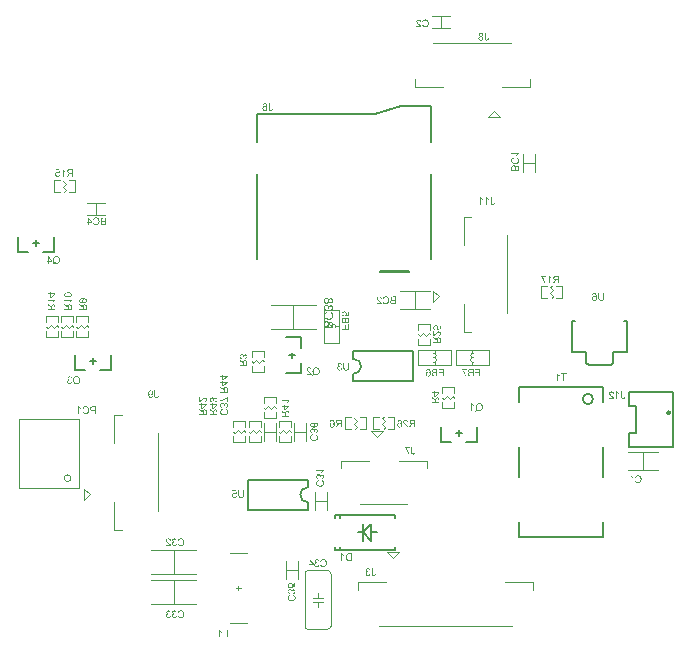
<source format=gbo>
%FSLAX44Y44*%
%MOMM*%
G71*
G01*
G75*
G04 Layer_Color=32896*
%ADD10R,0.8890X1.0160*%
%ADD11R,0.6000X0.5000*%
%ADD12R,1.3970X1.3970*%
%ADD13R,0.4064X0.5500*%
%ADD14R,0.3048X0.5500*%
G04:AMPARAMS|DCode=15|XSize=0.32mm|YSize=1.7mm|CornerRadius=0.08mm|HoleSize=0mm|Usage=FLASHONLY|Rotation=0.000|XOffset=0mm|YOffset=0mm|HoleType=Round|Shape=RoundedRectangle|*
%AMROUNDEDRECTD15*
21,1,0.3200,1.5400,0,0,0.0*
21,1,0.1600,1.7000,0,0,0.0*
1,1,0.1600,0.0800,-0.7700*
1,1,0.1600,-0.0800,-0.7700*
1,1,0.1600,-0.0800,0.7700*
1,1,0.1600,0.0800,0.7700*
%
%ADD15ROUNDEDRECTD15*%
%ADD16R,0.5000X1.7000*%
%ADD17R,0.5000X0.6000*%
%ADD18R,1.3500X0.3000*%
%ADD19R,1.3500X0.2500*%
G04:AMPARAMS|DCode=20|XSize=2mm|YSize=1.2mm|CornerRadius=0mm|HoleSize=0mm|Usage=FLASHONLY|Rotation=150.000|XOffset=0mm|YOffset=0mm|HoleType=Round|Shape=Rectangle|*
%AMROTATEDRECTD20*
4,1,4,1.1660,0.0196,0.5660,-1.0196,-1.1660,-0.0196,-0.5660,1.0196,1.1660,0.0196,0.0*
%
%ADD20ROTATEDRECTD20*%

G04:AMPARAMS|DCode=21|XSize=2.1mm|YSize=0.8mm|CornerRadius=0mm|HoleSize=0mm|Usage=FLASHONLY|Rotation=203.500|XOffset=0mm|YOffset=0mm|HoleType=Round|Shape=Rectangle|*
%AMROTATEDRECTD21*
4,1,4,0.8034,0.7855,1.1224,0.0519,-0.8034,-0.7855,-1.1224,-0.0519,0.8034,0.7855,0.0*
%
%ADD21ROTATEDRECTD21*%

G04:AMPARAMS|DCode=22|XSize=3mm|YSize=2.1mm|CornerRadius=0mm|HoleSize=0mm|Usage=FLASHONLY|Rotation=203.500|XOffset=0mm|YOffset=0mm|HoleType=Round|Shape=Rectangle|*
%AMROTATEDRECTD22*
4,1,4,0.9569,1.5610,1.7943,-0.3648,-0.9569,-1.5610,-1.7943,0.3648,0.9569,1.5610,0.0*
%
%ADD22ROTATEDRECTD22*%

%ADD23R,1.0000X1.6000*%
%ADD24R,0.7000X0.6000*%
%ADD25C,0.2540*%
%ADD26C,0.3000*%
%ADD27C,0.6000*%
%ADD28C,1.0000*%
%ADD29C,0.5000*%
%ADD30C,0.4000*%
%ADD31C,1.0000*%
%ADD32O,2.0000X0.7500*%
G04:AMPARAMS|DCode=33|XSize=4mm|YSize=4mm|CornerRadius=2mm|HoleSize=0mm|Usage=FLASHONLY|Rotation=0.000|XOffset=0mm|YOffset=0mm|HoleType=Round|Shape=RoundedRectangle|*
%AMROUNDEDRECTD33*
21,1,4.0000,0.0000,0,0,0.0*
21,1,0.0000,4.0000,0,0,0.0*
1,1,4.0000,0.0000,0.0000*
1,1,4.0000,0.0000,0.0000*
1,1,4.0000,0.0000,0.0000*
1,1,4.0000,0.0000,0.0000*
%
%ADD33ROUNDEDRECTD33*%
%ADD34C,0.4500*%
%ADD35R,1.3970X1.3970*%
G04:AMPARAMS|DCode=36|XSize=2mm|YSize=2mm|CornerRadius=0mm|HoleSize=0mm|Usage=FLASHONLY|Rotation=180.000|XOffset=0mm|YOffset=0mm|HoleType=Round|Shape=RoundedRectangle|*
%AMROUNDEDRECTD36*
21,1,2.0000,2.0000,0,0,180.0*
21,1,2.0000,2.0000,0,0,180.0*
1,1,0.0000,-1.0000,1.0000*
1,1,0.0000,1.0000,1.0000*
1,1,0.0000,1.0000,-1.0000*
1,1,0.0000,-1.0000,-1.0000*
%
%ADD36ROUNDEDRECTD36*%
%ADD37R,0.7000X1.6000*%
%ADD38R,1.1000X1.4000*%
%ADD39R,1.6000X1.4000*%
%ADD40R,1.2000X2.2000*%
%ADD41R,3.0000X2.1000*%
%ADD42R,2.1000X0.8000*%
%ADD43R,0.8128X0.8128*%
%ADD44R,1.0668X0.8128*%
%ADD45R,0.8128X0.8128*%
%ADD46R,0.8128X1.0668*%
%ADD47R,1.5200X0.7600*%
%ADD48R,1.8000X2.8000*%
%ADD49R,0.7000X1.4000*%
%ADD50O,0.6096X2.0320*%
%ADD51R,0.6096X2.0320*%
%ADD52R,1.2000X1.8000*%
%ADD53R,2.1500X6.3000*%
%ADD54R,1.6000X1.2000*%
%ADD55R,2.1000X3.0000*%
%ADD56R,0.8000X2.1000*%
%ADD57C,0.8000*%
%ADD58C,0.1200*%
%ADD59C,0.1250*%
%ADD60R,1.0922X1.2192*%
%ADD61R,0.8032X0.7032*%
%ADD62R,1.6002X1.6002*%
%ADD63R,0.6096X0.7532*%
%ADD64R,0.5080X0.7532*%
G04:AMPARAMS|DCode=65|XSize=0.5232mm|YSize=1.9032mm|CornerRadius=0.1816mm|HoleSize=0mm|Usage=FLASHONLY|Rotation=0.000|XOffset=0mm|YOffset=0mm|HoleType=Round|Shape=RoundedRectangle|*
%AMROUNDEDRECTD65*
21,1,0.5232,1.5400,0,0,0.0*
21,1,0.1600,1.9032,0,0,0.0*
1,1,0.3632,0.0800,-0.7700*
1,1,0.3632,-0.0800,-0.7700*
1,1,0.3632,-0.0800,0.7700*
1,1,0.3632,0.0800,0.7700*
%
%ADD65ROUNDEDRECTD65*%
%ADD66R,0.7032X1.9032*%
%ADD67R,0.7032X0.8032*%
%ADD68R,1.5532X0.5032*%
%ADD69R,1.5532X0.4532*%
G04:AMPARAMS|DCode=70|XSize=2.2032mm|YSize=1.4032mm|CornerRadius=0mm|HoleSize=0mm|Usage=FLASHONLY|Rotation=150.000|XOffset=0mm|YOffset=0mm|HoleType=Round|Shape=Rectangle|*
%AMROTATEDRECTD70*
4,1,4,1.3048,0.0568,0.6032,-1.1584,-1.3048,-0.0568,-0.6032,1.1584,1.3048,0.0568,0.0*
%
%ADD70ROTATEDRECTD70*%

G04:AMPARAMS|DCode=71|XSize=2.3032mm|YSize=1.0032mm|CornerRadius=0mm|HoleSize=0mm|Usage=FLASHONLY|Rotation=203.500|XOffset=0mm|YOffset=0mm|HoleType=Round|Shape=Rectangle|*
%AMROTATEDRECTD71*
4,1,4,0.8561,0.9192,1.2561,-0.0008,-0.8561,-0.9192,-1.2561,0.0008,0.8561,0.9192,0.0*
%
%ADD71ROTATEDRECTD71*%

G04:AMPARAMS|DCode=72|XSize=3.2032mm|YSize=2.3032mm|CornerRadius=0mm|HoleSize=0mm|Usage=FLASHONLY|Rotation=203.500|XOffset=0mm|YOffset=0mm|HoleType=Round|Shape=Rectangle|*
%AMROTATEDRECTD72*
4,1,4,1.0096,1.6947,1.9280,-0.4174,-1.0096,-1.6947,-1.9280,0.4174,1.0096,1.6947,0.0*
%
%ADD72ROTATEDRECTD72*%

%ADD73R,1.2032X1.8032*%
%ADD74R,0.9032X0.8032*%
%ADD75C,1.2032*%
%ADD76O,2.2032X0.9532*%
G04:AMPARAMS|DCode=77|XSize=4.2032mm|YSize=4.2032mm|CornerRadius=2.1016mm|HoleSize=0mm|Usage=FLASHONLY|Rotation=0.000|XOffset=0mm|YOffset=0mm|HoleType=Round|Shape=RoundedRectangle|*
%AMROUNDEDRECTD77*
21,1,4.2032,0.0000,0,0,0.0*
21,1,0.0000,4.2032,0,0,0.0*
1,1,4.2032,0.0000,0.0000*
1,1,4.2032,0.0000,0.0000*
1,1,4.2032,0.0000,0.0000*
1,1,4.2032,0.0000,0.0000*
%
%ADD77ROUNDEDRECTD77*%
%ADD78R,1.6002X1.6002*%
G04:AMPARAMS|DCode=79|XSize=2.2032mm|YSize=2.2032mm|CornerRadius=0mm|HoleSize=0mm|Usage=FLASHONLY|Rotation=180.000|XOffset=0mm|YOffset=0mm|HoleType=Round|Shape=RoundedRectangle|*
%AMROUNDEDRECTD79*
21,1,2.2032,2.2032,0,0,180.0*
21,1,2.2032,2.2032,0,0,180.0*
1,1,0.0000,-1.1016,1.1016*
1,1,0.0000,1.1016,1.1016*
1,1,0.0000,1.1016,-1.1016*
1,1,0.0000,-1.1016,-1.1016*
%
%ADD79ROUNDEDRECTD79*%
%ADD80R,0.9032X1.8032*%
%ADD81R,1.3032X1.6032*%
%ADD82R,1.8032X1.6032*%
%ADD83R,1.4032X2.4032*%
%ADD84R,3.2032X2.3032*%
%ADD85R,2.3032X1.0032*%
%ADD86R,1.0160X1.0160*%
%ADD87R,1.2700X1.0160*%
%ADD88R,1.0160X1.0160*%
%ADD89R,1.0160X1.2700*%
%ADD90R,1.7232X0.9632*%
%ADD91R,2.0032X3.0032*%
%ADD92R,0.9032X1.6032*%
%ADD93O,0.8128X2.2352*%
%ADD94R,0.8128X2.2352*%
%ADD95R,1.4032X2.0032*%
%ADD96R,2.3532X6.5032*%
%ADD97R,1.8032X1.4032*%
%ADD98R,2.3032X3.2032*%
%ADD99R,1.0032X2.3032*%
%ADD100C,0.1270*%
%ADD101C,0.1999*%
%ADD102C,0.1000*%
%ADD103C,0.2000*%
%ADD104C,0.2032*%
%ADD105C,0.1500*%
G36*
X-16165Y-192054D02*
Y-192775D01*
X-18948D01*
Y-194310D01*
X-19734D01*
Y-192775D01*
X-20603D01*
Y-192054D01*
X-19734D01*
Y-187912D01*
X-19096D01*
X-16165Y-192054D01*
D02*
G37*
G36*
X-7789Y-187820D02*
X-7493Y-187866D01*
X-7234Y-187921D01*
X-7114Y-187958D01*
X-7003Y-187995D01*
X-6901Y-188032D01*
X-6809Y-188069D01*
X-6735Y-188097D01*
X-6661Y-188125D01*
X-6615Y-188152D01*
X-6578Y-188171D01*
X-6550Y-188180D01*
X-6541Y-188189D01*
X-6291Y-188347D01*
X-6079Y-188531D01*
X-5894Y-188716D01*
X-5736Y-188901D01*
X-5616Y-189068D01*
X-5570Y-189142D01*
X-5533Y-189206D01*
X-5496Y-189253D01*
X-5478Y-189290D01*
X-5468Y-189317D01*
X-5459Y-189327D01*
X-5330Y-189613D01*
X-5237Y-189909D01*
X-5173Y-190205D01*
X-5126Y-190473D01*
X-5108Y-190593D01*
X-5099Y-190714D01*
X-5089Y-190806D01*
Y-190898D01*
X-5080Y-190963D01*
Y-191019D01*
Y-191056D01*
Y-191065D01*
X-5099Y-191398D01*
X-5135Y-191721D01*
X-5182Y-192008D01*
X-5219Y-192146D01*
X-5246Y-192267D01*
X-5274Y-192378D01*
X-5311Y-192479D01*
X-5339Y-192572D01*
X-5357Y-192646D01*
X-5385Y-192701D01*
X-5394Y-192747D01*
X-5413Y-192775D01*
Y-192785D01*
X-5551Y-193062D01*
X-5709Y-193312D01*
X-5875Y-193524D01*
X-5958Y-193607D01*
X-6032Y-193690D01*
X-6106Y-193764D01*
X-6180Y-193829D01*
X-6245Y-193885D01*
X-6300Y-193922D01*
X-6337Y-193959D01*
X-6374Y-193986D01*
X-6393Y-193996D01*
X-6402Y-194005D01*
X-6532Y-194079D01*
X-6661Y-194144D01*
X-6938Y-194245D01*
X-7216Y-194319D01*
X-7484Y-194366D01*
X-7613Y-194384D01*
X-7724Y-194403D01*
X-7826Y-194412D01*
X-7909D01*
X-7983Y-194421D01*
X-8085D01*
X-8270Y-194412D01*
X-8445Y-194393D01*
X-8612Y-194375D01*
X-8769Y-194338D01*
X-8917Y-194291D01*
X-9056Y-194245D01*
X-9185Y-194199D01*
X-9305Y-194144D01*
X-9407Y-194097D01*
X-9509Y-194051D01*
X-9583Y-194005D01*
X-9657Y-193959D01*
X-9703Y-193922D01*
X-9749Y-193903D01*
X-9768Y-193885D01*
X-9777Y-193876D01*
X-9906Y-193764D01*
X-10017Y-193654D01*
X-10119Y-193524D01*
X-10221Y-193395D01*
X-10387Y-193136D01*
X-10516Y-192877D01*
X-10572Y-192757D01*
X-10618Y-192646D01*
X-10655Y-192544D01*
X-10683Y-192461D01*
X-10711Y-192387D01*
X-10729Y-192331D01*
X-10738Y-192295D01*
Y-192285D01*
X-9888Y-192073D01*
X-9851Y-192220D01*
X-9804Y-192359D01*
X-9758Y-192489D01*
X-9712Y-192609D01*
X-9657Y-192720D01*
X-9601Y-192812D01*
X-9536Y-192905D01*
X-9481Y-192988D01*
X-9435Y-193062D01*
X-9379Y-193117D01*
X-9333Y-193173D01*
X-9296Y-193219D01*
X-9259Y-193247D01*
X-9231Y-193274D01*
X-9222Y-193284D01*
X-9213Y-193293D01*
X-9120Y-193367D01*
X-9019Y-193422D01*
X-8815Y-193524D01*
X-8621Y-193598D01*
X-8427Y-193644D01*
X-8260Y-193681D01*
X-8196Y-193690D01*
X-8131D01*
X-8076Y-193700D01*
X-8011D01*
X-7798Y-193690D01*
X-7595Y-193654D01*
X-7410Y-193607D01*
X-7243Y-193552D01*
X-7114Y-193496D01*
X-7059Y-193469D01*
X-7012Y-193450D01*
X-6975Y-193432D01*
X-6948Y-193413D01*
X-6929Y-193404D01*
X-6920D01*
X-6744Y-193274D01*
X-6596Y-193136D01*
X-6467Y-192979D01*
X-6365Y-192831D01*
X-6282Y-192701D01*
X-6227Y-192590D01*
X-6208Y-192544D01*
X-6190Y-192516D01*
X-6180Y-192498D01*
Y-192489D01*
X-6106Y-192248D01*
X-6051Y-192008D01*
X-6005Y-191768D01*
X-5977Y-191546D01*
X-5968Y-191444D01*
X-5958Y-191351D01*
Y-191268D01*
X-5949Y-191203D01*
Y-191148D01*
Y-191102D01*
Y-191074D01*
Y-191065D01*
X-5958Y-190824D01*
X-5977Y-190602D01*
X-6014Y-190399D01*
X-6051Y-190214D01*
X-6079Y-190057D01*
X-6097Y-189992D01*
X-6115Y-189937D01*
X-6125Y-189891D01*
X-6134Y-189863D01*
X-6143Y-189844D01*
Y-189835D01*
X-6236Y-189622D01*
X-6337Y-189428D01*
X-6448Y-189271D01*
X-6568Y-189132D01*
X-6670Y-189021D01*
X-6754Y-188948D01*
X-6818Y-188901D01*
X-6827Y-188883D01*
X-6837D01*
X-7031Y-188763D01*
X-7243Y-188670D01*
X-7447Y-188605D01*
X-7641Y-188568D01*
X-7817Y-188541D01*
X-7891Y-188531D01*
X-7955D01*
X-8002Y-188522D01*
X-8076D01*
X-8307Y-188531D01*
X-8519Y-188568D01*
X-8695Y-188624D01*
X-8852Y-188679D01*
X-8972Y-188744D01*
X-9065Y-188790D01*
X-9120Y-188827D01*
X-9139Y-188846D01*
X-9287Y-188985D01*
X-9425Y-189142D01*
X-9536Y-189308D01*
X-9629Y-189475D01*
X-9703Y-189622D01*
X-9730Y-189696D01*
X-9749Y-189752D01*
X-9768Y-189798D01*
X-9786Y-189835D01*
X-9795Y-189854D01*
Y-189863D01*
X-10627Y-189669D01*
X-10572Y-189502D01*
X-10516Y-189354D01*
X-10442Y-189216D01*
X-10378Y-189077D01*
X-10304Y-188957D01*
X-10221Y-188846D01*
X-10147Y-188735D01*
X-10073Y-188642D01*
X-9999Y-188568D01*
X-9934Y-188494D01*
X-9869Y-188430D01*
X-9823Y-188384D01*
X-9777Y-188337D01*
X-9740Y-188310D01*
X-9721Y-188300D01*
X-9712Y-188291D01*
X-9583Y-188208D01*
X-9453Y-188125D01*
X-9324Y-188060D01*
X-9185Y-188004D01*
X-8908Y-187921D01*
X-8658Y-187866D01*
X-8538Y-187838D01*
X-8436Y-187829D01*
X-8335Y-187820D01*
X-8251Y-187810D01*
X-8187Y-187801D01*
X-8094D01*
X-7789Y-187820D01*
D02*
G37*
G36*
X-138822Y-231083D02*
X-138572Y-231129D01*
X-138359Y-231203D01*
X-138175Y-231277D01*
X-138091Y-231323D01*
X-138027Y-231360D01*
X-137962Y-231397D01*
X-137916Y-231434D01*
X-137879Y-231462D01*
X-137851Y-231480D01*
X-137832Y-231490D01*
X-137823Y-231499D01*
X-137648Y-231674D01*
X-137509Y-231869D01*
X-137398Y-232072D01*
X-137305Y-232276D01*
X-137250Y-232451D01*
X-137222Y-232525D01*
X-137204Y-232590D01*
X-137194Y-232645D01*
X-137185Y-232682D01*
X-137176Y-232710D01*
Y-232719D01*
X-137962Y-232858D01*
X-137999Y-232655D01*
X-138054Y-232479D01*
X-138119Y-232331D01*
X-138184Y-232211D01*
X-138249Y-232118D01*
X-138304Y-232054D01*
X-138341Y-232007D01*
X-138350Y-231998D01*
X-138470Y-231906D01*
X-138600Y-231832D01*
X-138720Y-231786D01*
X-138840Y-231749D01*
X-138951Y-231730D01*
X-139034Y-231712D01*
X-139108D01*
X-139275Y-231721D01*
X-139423Y-231758D01*
X-139552Y-231804D01*
X-139663Y-231850D01*
X-139746Y-231906D01*
X-139811Y-231952D01*
X-139857Y-231989D01*
X-139867Y-231998D01*
X-139968Y-232109D01*
X-140042Y-232229D01*
X-140088Y-232349D01*
X-140125Y-232460D01*
X-140144Y-232562D01*
X-140162Y-232636D01*
Y-232691D01*
Y-232701D01*
Y-232710D01*
Y-232812D01*
X-140144Y-232904D01*
X-140098Y-233061D01*
X-140033Y-233200D01*
X-139959Y-233320D01*
X-139885Y-233403D01*
X-139820Y-233468D01*
X-139774Y-233505D01*
X-139765Y-233514D01*
X-139756D01*
X-139598Y-233598D01*
X-139451Y-233662D01*
X-139293Y-233708D01*
X-139155Y-233736D01*
X-139034Y-233755D01*
X-138933Y-233773D01*
X-138813D01*
X-138776Y-233764D01*
X-138729D01*
X-138637Y-234457D01*
X-138757Y-234430D01*
X-138868Y-234411D01*
X-138961Y-234393D01*
X-139044Y-234384D01*
X-139108Y-234374D01*
X-139192D01*
X-139386Y-234393D01*
X-139561Y-234430D01*
X-139719Y-234485D01*
X-139848Y-234550D01*
X-139950Y-234615D01*
X-140024Y-234670D01*
X-140070Y-234707D01*
X-140088Y-234726D01*
X-140209Y-234864D01*
X-140301Y-235012D01*
X-140366Y-235160D01*
X-140403Y-235308D01*
X-140430Y-235428D01*
X-140440Y-235530D01*
X-140449Y-235567D01*
Y-235595D01*
Y-235613D01*
Y-235622D01*
X-140430Y-235826D01*
X-140384Y-236011D01*
X-140329Y-236168D01*
X-140255Y-236307D01*
X-140181Y-236418D01*
X-140125Y-236501D01*
X-140079Y-236556D01*
X-140061Y-236575D01*
X-139913Y-236704D01*
X-139756Y-236797D01*
X-139598Y-236861D01*
X-139451Y-236908D01*
X-139321Y-236935D01*
X-139219Y-236945D01*
X-139182Y-236954D01*
X-139127D01*
X-138961Y-236945D01*
X-138803Y-236908D01*
X-138665Y-236861D01*
X-138554Y-236806D01*
X-138461Y-236760D01*
X-138387Y-236713D01*
X-138350Y-236676D01*
X-138332Y-236667D01*
X-138221Y-236538D01*
X-138128Y-236390D01*
X-138045Y-236233D01*
X-137980Y-236066D01*
X-137934Y-235928D01*
X-137916Y-235863D01*
X-137907Y-235807D01*
X-137897Y-235761D01*
X-137888Y-235724D01*
X-137879Y-235706D01*
Y-235696D01*
X-137093Y-235798D01*
X-137111Y-235946D01*
X-137139Y-236085D01*
X-137222Y-236343D01*
X-137324Y-236565D01*
X-137380Y-236658D01*
X-137435Y-236750D01*
X-137490Y-236834D01*
X-137546Y-236898D01*
X-137592Y-236963D01*
X-137638Y-237009D01*
X-137666Y-237046D01*
X-137694Y-237074D01*
X-137712Y-237092D01*
X-137722Y-237102D01*
X-137832Y-237185D01*
X-137943Y-237268D01*
X-138054Y-237333D01*
X-138175Y-237388D01*
X-138406Y-237481D01*
X-138628Y-237536D01*
X-138729Y-237555D01*
X-138822Y-237573D01*
X-138905Y-237582D01*
X-138979Y-237592D01*
X-139034Y-237601D01*
X-139118D01*
X-139293Y-237592D01*
X-139451Y-237573D01*
X-139608Y-237546D01*
X-139756Y-237509D01*
X-139894Y-237462D01*
X-140014Y-237416D01*
X-140135Y-237361D01*
X-140236Y-237305D01*
X-140338Y-237259D01*
X-140421Y-237203D01*
X-140495Y-237157D01*
X-140551Y-237111D01*
X-140597Y-237074D01*
X-140634Y-237046D01*
X-140652Y-237028D01*
X-140662Y-237019D01*
X-140773Y-236908D01*
X-140865Y-236787D01*
X-140948Y-236667D01*
X-141022Y-236547D01*
X-141078Y-236436D01*
X-141133Y-236316D01*
X-141207Y-236094D01*
X-141226Y-235992D01*
X-141244Y-235900D01*
X-141263Y-235816D01*
X-141272Y-235743D01*
X-141281Y-235687D01*
Y-235641D01*
Y-235613D01*
Y-235604D01*
X-141272Y-235382D01*
X-141235Y-235179D01*
X-141179Y-235003D01*
X-141124Y-234855D01*
X-141068Y-234735D01*
X-141013Y-234642D01*
X-140976Y-234587D01*
X-140967Y-234568D01*
X-140837Y-234430D01*
X-140699Y-234310D01*
X-140551Y-234217D01*
X-140403Y-234143D01*
X-140273Y-234088D01*
X-140172Y-234051D01*
X-140135Y-234041D01*
X-140107Y-234032D01*
X-140088Y-234023D01*
X-140079D01*
X-140236Y-233940D01*
X-140366Y-233857D01*
X-140477Y-233764D01*
X-140569Y-233681D01*
X-140643Y-233607D01*
X-140699Y-233542D01*
X-140726Y-233505D01*
X-140736Y-233487D01*
X-140810Y-233357D01*
X-140865Y-233228D01*
X-140911Y-233098D01*
X-140939Y-232978D01*
X-140957Y-232876D01*
X-140967Y-232803D01*
Y-232747D01*
Y-232729D01*
X-140957Y-232571D01*
X-140930Y-232414D01*
X-140893Y-232276D01*
X-140847Y-232155D01*
X-140800Y-232054D01*
X-140763Y-231970D01*
X-140736Y-231924D01*
X-140726Y-231906D01*
X-140634Y-231767D01*
X-140523Y-231647D01*
X-140412Y-231545D01*
X-140301Y-231453D01*
X-140209Y-231388D01*
X-140125Y-231332D01*
X-140070Y-231305D01*
X-140061Y-231295D01*
X-140051D01*
X-139885Y-231222D01*
X-139719Y-231166D01*
X-139552Y-231120D01*
X-139404Y-231092D01*
X-139284Y-231074D01*
X-139182Y-231064D01*
X-138951D01*
X-138822Y-231083D01*
D02*
G37*
G36*
X-133848D02*
X-133598Y-231129D01*
X-133385Y-231203D01*
X-133200Y-231277D01*
X-133117Y-231323D01*
X-133053Y-231360D01*
X-132988Y-231397D01*
X-132942Y-231434D01*
X-132905Y-231462D01*
X-132877Y-231480D01*
X-132858Y-231490D01*
X-132849Y-231499D01*
X-132673Y-231674D01*
X-132535Y-231869D01*
X-132424Y-232072D01*
X-132331Y-232276D01*
X-132276Y-232451D01*
X-132248Y-232525D01*
X-132230Y-232590D01*
X-132220Y-232645D01*
X-132211Y-232682D01*
X-132202Y-232710D01*
Y-232719D01*
X-132988Y-232858D01*
X-133025Y-232655D01*
X-133080Y-232479D01*
X-133145Y-232331D01*
X-133210Y-232211D01*
X-133274Y-232118D01*
X-133330Y-232054D01*
X-133367Y-232007D01*
X-133376Y-231998D01*
X-133496Y-231906D01*
X-133626Y-231832D01*
X-133746Y-231786D01*
X-133866Y-231749D01*
X-133977Y-231730D01*
X-134060Y-231712D01*
X-134134D01*
X-134301Y-231721D01*
X-134449Y-231758D01*
X-134578Y-231804D01*
X-134689Y-231850D01*
X-134772Y-231906D01*
X-134837Y-231952D01*
X-134883Y-231989D01*
X-134892Y-231998D01*
X-134994Y-232109D01*
X-135068Y-232229D01*
X-135114Y-232349D01*
X-135151Y-232460D01*
X-135170Y-232562D01*
X-135188Y-232636D01*
Y-232691D01*
Y-232701D01*
Y-232710D01*
Y-232812D01*
X-135170Y-232904D01*
X-135124Y-233061D01*
X-135059Y-233200D01*
X-134985Y-233320D01*
X-134911Y-233403D01*
X-134846Y-233468D01*
X-134800Y-233505D01*
X-134791Y-233514D01*
X-134781D01*
X-134624Y-233598D01*
X-134476Y-233662D01*
X-134319Y-233708D01*
X-134180Y-233736D01*
X-134060Y-233755D01*
X-133959Y-233773D01*
X-133838D01*
X-133801Y-233764D01*
X-133755D01*
X-133663Y-234457D01*
X-133783Y-234430D01*
X-133894Y-234411D01*
X-133986Y-234393D01*
X-134069Y-234384D01*
X-134134Y-234374D01*
X-134218D01*
X-134412Y-234393D01*
X-134587Y-234430D01*
X-134745Y-234485D01*
X-134874Y-234550D01*
X-134976Y-234615D01*
X-135050Y-234670D01*
X-135096Y-234707D01*
X-135114Y-234726D01*
X-135234Y-234864D01*
X-135327Y-235012D01*
X-135392Y-235160D01*
X-135429Y-235308D01*
X-135456Y-235428D01*
X-135466Y-235530D01*
X-135475Y-235567D01*
Y-235595D01*
Y-235613D01*
Y-235622D01*
X-135456Y-235826D01*
X-135410Y-236011D01*
X-135355Y-236168D01*
X-135281Y-236307D01*
X-135207Y-236418D01*
X-135151Y-236501D01*
X-135105Y-236556D01*
X-135086Y-236575D01*
X-134939Y-236704D01*
X-134781Y-236797D01*
X-134624Y-236861D01*
X-134476Y-236908D01*
X-134347Y-236935D01*
X-134245Y-236945D01*
X-134208Y-236954D01*
X-134153D01*
X-133986Y-236945D01*
X-133829Y-236908D01*
X-133691Y-236861D01*
X-133580Y-236806D01*
X-133487Y-236760D01*
X-133413Y-236713D01*
X-133376Y-236676D01*
X-133358Y-236667D01*
X-133247Y-236538D01*
X-133154Y-236390D01*
X-133071Y-236233D01*
X-133006Y-236066D01*
X-132960Y-235928D01*
X-132942Y-235863D01*
X-132932Y-235807D01*
X-132923Y-235761D01*
X-132914Y-235724D01*
X-132905Y-235706D01*
Y-235696D01*
X-132119Y-235798D01*
X-132137Y-235946D01*
X-132165Y-236085D01*
X-132248Y-236343D01*
X-132350Y-236565D01*
X-132405Y-236658D01*
X-132461Y-236750D01*
X-132516Y-236834D01*
X-132572Y-236898D01*
X-132618Y-236963D01*
X-132664Y-237009D01*
X-132692Y-237046D01*
X-132720Y-237074D01*
X-132738Y-237092D01*
X-132747Y-237102D01*
X-132858Y-237185D01*
X-132969Y-237268D01*
X-133080Y-237333D01*
X-133200Y-237388D01*
X-133432Y-237481D01*
X-133653Y-237536D01*
X-133755Y-237555D01*
X-133848Y-237573D01*
X-133931Y-237582D01*
X-134005Y-237592D01*
X-134060Y-237601D01*
X-134143D01*
X-134319Y-237592D01*
X-134476Y-237573D01*
X-134634Y-237546D01*
X-134781Y-237509D01*
X-134920Y-237462D01*
X-135040Y-237416D01*
X-135161Y-237361D01*
X-135262Y-237305D01*
X-135364Y-237259D01*
X-135447Y-237203D01*
X-135521Y-237157D01*
X-135577Y-237111D01*
X-135623Y-237074D01*
X-135660Y-237046D01*
X-135678Y-237028D01*
X-135688Y-237019D01*
X-135799Y-236908D01*
X-135891Y-236787D01*
X-135974Y-236667D01*
X-136048Y-236547D01*
X-136104Y-236436D01*
X-136159Y-236316D01*
X-136233Y-236094D01*
X-136251Y-235992D01*
X-136270Y-235900D01*
X-136288Y-235816D01*
X-136298Y-235743D01*
X-136307Y-235687D01*
Y-235641D01*
Y-235613D01*
Y-235604D01*
X-136298Y-235382D01*
X-136261Y-235179D01*
X-136205Y-235003D01*
X-136150Y-234855D01*
X-136094Y-234735D01*
X-136039Y-234642D01*
X-136002Y-234587D01*
X-135993Y-234568D01*
X-135863Y-234430D01*
X-135724Y-234310D01*
X-135577Y-234217D01*
X-135429Y-234143D01*
X-135299Y-234088D01*
X-135197Y-234051D01*
X-135161Y-234041D01*
X-135133Y-234032D01*
X-135114Y-234023D01*
X-135105D01*
X-135262Y-233940D01*
X-135392Y-233857D01*
X-135503Y-233764D01*
X-135595Y-233681D01*
X-135669Y-233607D01*
X-135724Y-233542D01*
X-135752Y-233505D01*
X-135761Y-233487D01*
X-135835Y-233357D01*
X-135891Y-233228D01*
X-135937Y-233098D01*
X-135965Y-232978D01*
X-135983Y-232876D01*
X-135993Y-232803D01*
Y-232747D01*
Y-232729D01*
X-135983Y-232571D01*
X-135956Y-232414D01*
X-135919Y-232276D01*
X-135872Y-232155D01*
X-135826Y-232054D01*
X-135789Y-231970D01*
X-135761Y-231924D01*
X-135752Y-231906D01*
X-135660Y-231767D01*
X-135549Y-231647D01*
X-135438Y-231545D01*
X-135327Y-231453D01*
X-135234Y-231388D01*
X-135151Y-231332D01*
X-135096Y-231305D01*
X-135086Y-231295D01*
X-135077D01*
X-134911Y-231222D01*
X-134745Y-231166D01*
X-134578Y-231120D01*
X-134430Y-231092D01*
X-134310Y-231074D01*
X-134208Y-231064D01*
X-133977D01*
X-133848Y-231083D01*
D02*
G37*
G36*
X-13198Y-187903D02*
X-12948Y-187949D01*
X-12735Y-188023D01*
X-12550Y-188097D01*
X-12467Y-188143D01*
X-12402Y-188180D01*
X-12338Y-188217D01*
X-12292Y-188254D01*
X-12255Y-188282D01*
X-12227Y-188300D01*
X-12208Y-188310D01*
X-12199Y-188319D01*
X-12023Y-188494D01*
X-11885Y-188689D01*
X-11774Y-188892D01*
X-11681Y-189095D01*
X-11626Y-189271D01*
X-11598Y-189345D01*
X-11580Y-189410D01*
X-11570Y-189465D01*
X-11561Y-189502D01*
X-11552Y-189530D01*
Y-189539D01*
X-12338Y-189678D01*
X-12375Y-189475D01*
X-12430Y-189299D01*
X-12495Y-189151D01*
X-12560Y-189031D01*
X-12624Y-188938D01*
X-12680Y-188874D01*
X-12717Y-188827D01*
X-12726Y-188818D01*
X-12846Y-188726D01*
X-12976Y-188652D01*
X-13096Y-188605D01*
X-13216Y-188568D01*
X-13327Y-188550D01*
X-13410Y-188531D01*
X-13484D01*
X-13651Y-188541D01*
X-13799Y-188578D01*
X-13928Y-188624D01*
X-14039Y-188670D01*
X-14122Y-188726D01*
X-14187Y-188772D01*
X-14233Y-188809D01*
X-14242Y-188818D01*
X-14344Y-188929D01*
X-14418Y-189049D01*
X-14464Y-189169D01*
X-14501Y-189280D01*
X-14520Y-189382D01*
X-14538Y-189456D01*
Y-189512D01*
Y-189521D01*
Y-189530D01*
Y-189632D01*
X-14520Y-189724D01*
X-14474Y-189881D01*
X-14409Y-190020D01*
X-14335Y-190140D01*
X-14261Y-190223D01*
X-14196Y-190288D01*
X-14150Y-190325D01*
X-14141Y-190334D01*
X-14131D01*
X-13974Y-190418D01*
X-13826Y-190482D01*
X-13669Y-190529D01*
X-13530Y-190556D01*
X-13410Y-190575D01*
X-13309Y-190593D01*
X-13188D01*
X-13151Y-190584D01*
X-13105D01*
X-13013Y-191277D01*
X-13133Y-191250D01*
X-13244Y-191231D01*
X-13336Y-191213D01*
X-13420Y-191203D01*
X-13484Y-191194D01*
X-13568D01*
X-13762Y-191213D01*
X-13937Y-191250D01*
X-14095Y-191305D01*
X-14224Y-191370D01*
X-14326Y-191435D01*
X-14400Y-191490D01*
X-14446Y-191527D01*
X-14464Y-191546D01*
X-14584Y-191684D01*
X-14677Y-191832D01*
X-14742Y-191980D01*
X-14779Y-192128D01*
X-14806Y-192248D01*
X-14816Y-192350D01*
X-14825Y-192387D01*
Y-192415D01*
Y-192433D01*
Y-192442D01*
X-14806Y-192646D01*
X-14760Y-192831D01*
X-14705Y-192988D01*
X-14631Y-193127D01*
X-14557Y-193237D01*
X-14501Y-193321D01*
X-14455Y-193376D01*
X-14437Y-193395D01*
X-14289Y-193524D01*
X-14131Y-193617D01*
X-13974Y-193681D01*
X-13826Y-193727D01*
X-13697Y-193755D01*
X-13595Y-193764D01*
X-13558Y-193774D01*
X-13503D01*
X-13336Y-193764D01*
X-13179Y-193727D01*
X-13040Y-193681D01*
X-12930Y-193626D01*
X-12837Y-193580D01*
X-12763Y-193533D01*
X-12726Y-193496D01*
X-12708Y-193487D01*
X-12597Y-193358D01*
X-12504Y-193210D01*
X-12421Y-193053D01*
X-12356Y-192886D01*
X-12310Y-192747D01*
X-12292Y-192683D01*
X-12282Y-192627D01*
X-12273Y-192581D01*
X-12264Y-192544D01*
X-12255Y-192526D01*
Y-192516D01*
X-11469Y-192618D01*
X-11487Y-192766D01*
X-11515Y-192905D01*
X-11598Y-193164D01*
X-11700Y-193385D01*
X-11755Y-193478D01*
X-11811Y-193570D01*
X-11866Y-193654D01*
X-11922Y-193718D01*
X-11968Y-193783D01*
X-12014Y-193829D01*
X-12042Y-193866D01*
X-12070Y-193894D01*
X-12088Y-193912D01*
X-12097Y-193922D01*
X-12208Y-194005D01*
X-12319Y-194088D01*
X-12430Y-194153D01*
X-12550Y-194208D01*
X-12782Y-194301D01*
X-13003Y-194356D01*
X-13105Y-194375D01*
X-13198Y-194393D01*
X-13281Y-194403D01*
X-13355Y-194412D01*
X-13410Y-194421D01*
X-13493D01*
X-13669Y-194412D01*
X-13826Y-194393D01*
X-13984Y-194366D01*
X-14131Y-194328D01*
X-14270Y-194282D01*
X-14390Y-194236D01*
X-14511Y-194181D01*
X-14612Y-194125D01*
X-14714Y-194079D01*
X-14797Y-194023D01*
X-14871Y-193977D01*
X-14927Y-193931D01*
X-14973Y-193894D01*
X-15010Y-193866D01*
X-15028Y-193848D01*
X-15037Y-193839D01*
X-15149Y-193727D01*
X-15241Y-193607D01*
X-15324Y-193487D01*
X-15398Y-193367D01*
X-15454Y-193256D01*
X-15509Y-193136D01*
X-15583Y-192914D01*
X-15602Y-192812D01*
X-15620Y-192720D01*
X-15639Y-192637D01*
X-15648Y-192563D01*
X-15657Y-192507D01*
Y-192461D01*
Y-192433D01*
Y-192424D01*
X-15648Y-192202D01*
X-15611Y-191999D01*
X-15555Y-191823D01*
X-15500Y-191675D01*
X-15444Y-191555D01*
X-15389Y-191462D01*
X-15352Y-191407D01*
X-15343Y-191388D01*
X-15213Y-191250D01*
X-15074Y-191129D01*
X-14927Y-191037D01*
X-14779Y-190963D01*
X-14649Y-190908D01*
X-14547Y-190871D01*
X-14511Y-190861D01*
X-14483Y-190852D01*
X-14464Y-190843D01*
X-14455D01*
X-14612Y-190760D01*
X-14742Y-190676D01*
X-14853Y-190584D01*
X-14945Y-190501D01*
X-15019Y-190427D01*
X-15074Y-190362D01*
X-15102Y-190325D01*
X-15112Y-190307D01*
X-15185Y-190177D01*
X-15241Y-190048D01*
X-15287Y-189918D01*
X-15315Y-189798D01*
X-15333Y-189696D01*
X-15343Y-189622D01*
Y-189567D01*
Y-189548D01*
X-15333Y-189391D01*
X-15306Y-189234D01*
X-15269Y-189095D01*
X-15222Y-188975D01*
X-15176Y-188874D01*
X-15139Y-188790D01*
X-15112Y-188744D01*
X-15102Y-188726D01*
X-15010Y-188587D01*
X-14899Y-188467D01*
X-14788Y-188365D01*
X-14677Y-188273D01*
X-14584Y-188208D01*
X-14501Y-188152D01*
X-14446Y-188125D01*
X-14437Y-188115D01*
X-14427D01*
X-14261Y-188041D01*
X-14095Y-187986D01*
X-13928Y-187940D01*
X-13780Y-187912D01*
X-13660Y-187894D01*
X-13558Y-187884D01*
X-13327D01*
X-13198Y-187903D01*
D02*
G37*
G36*
X-35770Y-207932D02*
X-35613Y-207950D01*
X-35456Y-207978D01*
X-35317Y-208015D01*
X-35188Y-208061D01*
X-35058Y-208108D01*
X-34947Y-208163D01*
X-34845Y-208209D01*
X-34753Y-208265D01*
X-34670Y-208320D01*
X-34605Y-208367D01*
X-34540Y-208413D01*
X-34494Y-208450D01*
X-34467Y-208477D01*
X-34448Y-208496D01*
X-34439Y-208505D01*
X-34337Y-208616D01*
X-34245Y-208727D01*
X-34171Y-208847D01*
X-34106Y-208967D01*
X-34041Y-209088D01*
X-33995Y-209208D01*
X-33930Y-209430D01*
X-33902Y-209531D01*
X-33884Y-209624D01*
X-33875Y-209707D01*
X-33865Y-209781D01*
X-33856Y-209837D01*
Y-209883D01*
Y-209911D01*
Y-209920D01*
Y-210040D01*
X-33875Y-210151D01*
X-33921Y-210373D01*
X-33986Y-210576D01*
X-34060Y-210761D01*
X-34134Y-210909D01*
X-34171Y-210974D01*
X-34198Y-211029D01*
X-34226Y-211075D01*
X-34245Y-211103D01*
X-34254Y-211122D01*
X-34263Y-211131D01*
X-32534Y-210789D01*
Y-208228D01*
X-31785D01*
Y-211408D01*
X-35077Y-212028D01*
X-35178Y-211288D01*
X-35077Y-211223D01*
X-34994Y-211140D01*
X-34910Y-211066D01*
X-34845Y-210992D01*
X-34799Y-210918D01*
X-34753Y-210863D01*
X-34735Y-210826D01*
X-34725Y-210816D01*
X-34670Y-210696D01*
X-34624Y-210576D01*
X-34596Y-210465D01*
X-34568Y-210354D01*
X-34559Y-210262D01*
X-34550Y-210188D01*
Y-210142D01*
Y-210123D01*
Y-210012D01*
X-34568Y-209901D01*
X-34614Y-209707D01*
X-34679Y-209541D01*
X-34744Y-209393D01*
X-34818Y-209282D01*
X-34883Y-209199D01*
X-34929Y-209152D01*
X-34938Y-209134D01*
X-34947D01*
X-35104Y-209004D01*
X-35271Y-208912D01*
X-35447Y-208847D01*
X-35622Y-208801D01*
X-35770Y-208773D01*
X-35835Y-208764D01*
X-35890D01*
X-35937Y-208755D01*
X-36131D01*
X-36251Y-208773D01*
X-36482Y-208820D01*
X-36676Y-208884D01*
X-36833Y-208949D01*
X-36963Y-209023D01*
X-37064Y-209088D01*
X-37092Y-209115D01*
X-37120Y-209134D01*
X-37129Y-209143D01*
X-37139Y-209152D01*
X-37212Y-209226D01*
X-37277Y-209300D01*
X-37388Y-209467D01*
X-37462Y-209624D01*
X-37508Y-209781D01*
X-37545Y-209911D01*
X-37555Y-210021D01*
X-37564Y-210058D01*
Y-210086D01*
Y-210105D01*
Y-210114D01*
X-37555Y-210289D01*
X-37517Y-210447D01*
X-37471Y-210585D01*
X-37416Y-210696D01*
X-37360Y-210798D01*
X-37314Y-210872D01*
X-37277Y-210909D01*
X-37268Y-210928D01*
X-37139Y-211038D01*
X-37000Y-211131D01*
X-36843Y-211205D01*
X-36704Y-211260D01*
X-36565Y-211297D01*
X-36463Y-211325D01*
X-36417Y-211334D01*
X-36390Y-211343D01*
X-36362D01*
X-36426Y-212166D01*
X-36574Y-212148D01*
X-36713Y-212120D01*
X-36972Y-212037D01*
X-37194Y-211935D01*
X-37296Y-211880D01*
X-37379Y-211824D01*
X-37462Y-211778D01*
X-37536Y-211723D01*
X-37592Y-211676D01*
X-37638Y-211630D01*
X-37675Y-211593D01*
X-37712Y-211575D01*
X-37721Y-211556D01*
X-37730Y-211547D01*
X-37813Y-211436D01*
X-37887Y-211325D01*
X-37952Y-211205D01*
X-38008Y-211085D01*
X-38091Y-210854D01*
X-38146Y-210622D01*
X-38174Y-210521D01*
X-38183Y-210419D01*
X-38193Y-210336D01*
X-38202Y-210262D01*
X-38211Y-210197D01*
Y-210151D01*
Y-210123D01*
Y-210114D01*
X-38202Y-209920D01*
X-38174Y-209735D01*
X-38137Y-209559D01*
X-38091Y-209402D01*
X-38026Y-209254D01*
X-37961Y-209115D01*
X-37897Y-208986D01*
X-37823Y-208875D01*
X-37749Y-208773D01*
X-37684Y-208681D01*
X-37610Y-208607D01*
X-37555Y-208542D01*
X-37508Y-208496D01*
X-37471Y-208459D01*
X-37444Y-208440D01*
X-37434Y-208431D01*
X-37314Y-208339D01*
X-37185Y-208265D01*
X-37064Y-208191D01*
X-36935Y-208135D01*
X-36685Y-208043D01*
X-36445Y-207987D01*
X-36343Y-207969D01*
X-36242Y-207950D01*
X-36158Y-207941D01*
X-36084Y-207932D01*
X-36020Y-207923D01*
X-35937D01*
X-35770Y-207932D01*
D02*
G37*
G36*
X-16813Y-82822D02*
X-16961Y-82859D01*
X-17099Y-82906D01*
X-17229Y-82952D01*
X-17349Y-82998D01*
X-17460Y-83053D01*
X-17552Y-83109D01*
X-17645Y-83174D01*
X-17728Y-83229D01*
X-17802Y-83275D01*
X-17857Y-83331D01*
X-17913Y-83377D01*
X-17959Y-83414D01*
X-17987Y-83451D01*
X-18015Y-83479D01*
X-18024Y-83488D01*
X-18033Y-83497D01*
X-18107Y-83590D01*
X-18162Y-83691D01*
X-18264Y-83895D01*
X-18338Y-84089D01*
X-18384Y-84283D01*
X-18421Y-84450D01*
X-18431Y-84514D01*
Y-84579D01*
X-18440Y-84634D01*
Y-84671D01*
Y-84690D01*
Y-84699D01*
X-18431Y-84912D01*
X-18394Y-85115D01*
X-18347Y-85300D01*
X-18292Y-85466D01*
X-18236Y-85596D01*
X-18209Y-85651D01*
X-18190Y-85698D01*
X-18172Y-85735D01*
X-18153Y-85762D01*
X-18144Y-85781D01*
Y-85790D01*
X-18015Y-85966D01*
X-17876Y-86114D01*
X-17719Y-86243D01*
X-17571Y-86345D01*
X-17441Y-86428D01*
X-17330Y-86483D01*
X-17284Y-86502D01*
X-17256Y-86521D01*
X-17238Y-86530D01*
X-17229D01*
X-16988Y-86604D01*
X-16748Y-86659D01*
X-16508Y-86705D01*
X-16286Y-86733D01*
X-16184Y-86742D01*
X-16091Y-86752D01*
X-16008D01*
X-15943Y-86761D01*
X-15805D01*
X-15564Y-86752D01*
X-15343Y-86733D01*
X-15139Y-86696D01*
X-14954Y-86659D01*
X-14797Y-86631D01*
X-14732Y-86613D01*
X-14677Y-86594D01*
X-14631Y-86585D01*
X-14603Y-86576D01*
X-14584Y-86567D01*
X-14575D01*
X-14362Y-86474D01*
X-14168Y-86373D01*
X-14011Y-86262D01*
X-13872Y-86142D01*
X-13762Y-86040D01*
X-13688Y-85956D01*
X-13641Y-85892D01*
X-13623Y-85883D01*
Y-85873D01*
X-13503Y-85679D01*
X-13410Y-85466D01*
X-13346Y-85263D01*
X-13309Y-85069D01*
X-13281Y-84893D01*
X-13271Y-84819D01*
Y-84755D01*
X-13262Y-84708D01*
Y-84671D01*
Y-84644D01*
Y-84634D01*
X-13271Y-84403D01*
X-13309Y-84191D01*
X-13364Y-84015D01*
X-13419Y-83858D01*
X-13484Y-83738D01*
X-13530Y-83645D01*
X-13567Y-83590D01*
X-13586Y-83571D01*
X-13724Y-83423D01*
X-13882Y-83285D01*
X-14048Y-83174D01*
X-14215Y-83081D01*
X-14362Y-83007D01*
X-14436Y-82979D01*
X-14492Y-82961D01*
X-14538Y-82942D01*
X-14575Y-82924D01*
X-14594Y-82915D01*
X-14603D01*
X-14409Y-82083D01*
X-14242Y-82138D01*
X-14094Y-82194D01*
X-13956Y-82268D01*
X-13817Y-82332D01*
X-13697Y-82406D01*
X-13586Y-82489D01*
X-13475Y-82563D01*
X-13382Y-82637D01*
X-13309Y-82711D01*
X-13234Y-82776D01*
X-13170Y-82841D01*
X-13124Y-82887D01*
X-13077Y-82933D01*
X-13050Y-82970D01*
X-13040Y-82989D01*
X-13031Y-82998D01*
X-12948Y-83127D01*
X-12865Y-83257D01*
X-12800Y-83386D01*
X-12744Y-83525D01*
X-12661Y-83802D01*
X-12606Y-84052D01*
X-12578Y-84172D01*
X-12569Y-84274D01*
X-12560Y-84375D01*
X-12550Y-84459D01*
X-12541Y-84523D01*
Y-84570D01*
Y-84607D01*
Y-84616D01*
X-12560Y-84921D01*
X-12606Y-85217D01*
X-12661Y-85476D01*
X-12698Y-85596D01*
X-12735Y-85707D01*
X-12772Y-85809D01*
X-12809Y-85901D01*
X-12837Y-85975D01*
X-12865Y-86049D01*
X-12892Y-86095D01*
X-12911Y-86132D01*
X-12920Y-86160D01*
X-12929Y-86169D01*
X-13087Y-86419D01*
X-13271Y-86631D01*
X-13456Y-86816D01*
X-13641Y-86974D01*
X-13808Y-87094D01*
X-13882Y-87140D01*
X-13946Y-87177D01*
X-13993Y-87214D01*
X-14030Y-87232D01*
X-14057Y-87242D01*
X-14067Y-87251D01*
X-14353Y-87380D01*
X-14649Y-87473D01*
X-14945Y-87537D01*
X-15213Y-87584D01*
X-15333Y-87602D01*
X-15453Y-87612D01*
X-15546Y-87621D01*
X-15638D01*
X-15703Y-87630D01*
X-15805D01*
X-16138Y-87612D01*
X-16461Y-87575D01*
X-16748Y-87528D01*
X-16887Y-87491D01*
X-17007Y-87464D01*
X-17118Y-87436D01*
X-17219Y-87399D01*
X-17312Y-87371D01*
X-17386Y-87353D01*
X-17441Y-87325D01*
X-17487Y-87316D01*
X-17515Y-87297D01*
X-17524D01*
X-17802Y-87158D01*
X-18052Y-87001D01*
X-18264Y-86835D01*
X-18347Y-86752D01*
X-18431Y-86678D01*
X-18505Y-86604D01*
X-18569Y-86530D01*
X-18625Y-86465D01*
X-18662Y-86410D01*
X-18699Y-86373D01*
X-18726Y-86336D01*
X-18736Y-86317D01*
X-18745Y-86308D01*
X-18819Y-86178D01*
X-18884Y-86049D01*
X-18985Y-85772D01*
X-19059Y-85494D01*
X-19105Y-85226D01*
X-19124Y-85097D01*
X-19143Y-84986D01*
X-19152Y-84884D01*
Y-84801D01*
X-19161Y-84727D01*
Y-84671D01*
Y-84634D01*
Y-84625D01*
X-19152Y-84440D01*
X-19133Y-84265D01*
X-19115Y-84098D01*
X-19078Y-83941D01*
X-19031Y-83793D01*
X-18985Y-83654D01*
X-18939Y-83525D01*
X-18884Y-83405D01*
X-18837Y-83303D01*
X-18791Y-83201D01*
X-18745Y-83127D01*
X-18699Y-83053D01*
X-18662Y-83007D01*
X-18643Y-82961D01*
X-18625Y-82942D01*
X-18615Y-82933D01*
X-18505Y-82804D01*
X-18394Y-82693D01*
X-18264Y-82591D01*
X-18135Y-82489D01*
X-17876Y-82323D01*
X-17617Y-82194D01*
X-17497Y-82138D01*
X-17386Y-82092D01*
X-17284Y-82055D01*
X-17201Y-82027D01*
X-17127Y-81999D01*
X-17071Y-81981D01*
X-17034Y-81972D01*
X-17025D01*
X-16813Y-82822D01*
D02*
G37*
G36*
X-35863Y-218712D02*
X-36010Y-218749D01*
X-36149Y-218796D01*
X-36279Y-218842D01*
X-36399Y-218888D01*
X-36510Y-218943D01*
X-36602Y-218999D01*
X-36695Y-219064D01*
X-36778Y-219119D01*
X-36852Y-219165D01*
X-36907Y-219221D01*
X-36963Y-219267D01*
X-37009Y-219304D01*
X-37037Y-219341D01*
X-37064Y-219369D01*
X-37074Y-219378D01*
X-37083Y-219387D01*
X-37157Y-219480D01*
X-37212Y-219581D01*
X-37314Y-219785D01*
X-37388Y-219979D01*
X-37434Y-220173D01*
X-37471Y-220340D01*
X-37480Y-220404D01*
Y-220469D01*
X-37490Y-220524D01*
Y-220561D01*
Y-220580D01*
Y-220589D01*
X-37480Y-220802D01*
X-37444Y-221005D01*
X-37397Y-221190D01*
X-37342Y-221357D01*
X-37286Y-221486D01*
X-37259Y-221541D01*
X-37240Y-221588D01*
X-37222Y-221625D01*
X-37203Y-221652D01*
X-37194Y-221671D01*
Y-221680D01*
X-37064Y-221856D01*
X-36926Y-222004D01*
X-36769Y-222133D01*
X-36621Y-222235D01*
X-36491Y-222318D01*
X-36380Y-222374D01*
X-36334Y-222392D01*
X-36306Y-222411D01*
X-36288Y-222420D01*
X-36279D01*
X-36038Y-222494D01*
X-35798Y-222549D01*
X-35557Y-222595D01*
X-35336Y-222623D01*
X-35234Y-222632D01*
X-35141Y-222642D01*
X-35058D01*
X-34994Y-222651D01*
X-34855D01*
X-34614Y-222642D01*
X-34392Y-222623D01*
X-34189Y-222586D01*
X-34004Y-222549D01*
X-33847Y-222521D01*
X-33782Y-222503D01*
X-33727Y-222484D01*
X-33681Y-222475D01*
X-33653Y-222466D01*
X-33634Y-222457D01*
X-33625D01*
X-33412Y-222364D01*
X-33218Y-222263D01*
X-33061Y-222152D01*
X-32922Y-222031D01*
X-32812Y-221930D01*
X-32738Y-221847D01*
X-32691Y-221782D01*
X-32673Y-221773D01*
Y-221763D01*
X-32553Y-221569D01*
X-32460Y-221357D01*
X-32396Y-221153D01*
X-32359Y-220959D01*
X-32331Y-220783D01*
X-32322Y-220709D01*
Y-220645D01*
X-32312Y-220598D01*
Y-220561D01*
Y-220534D01*
Y-220524D01*
X-32322Y-220293D01*
X-32359Y-220081D01*
X-32414Y-219905D01*
X-32469Y-219748D01*
X-32534Y-219628D01*
X-32580Y-219535D01*
X-32617Y-219480D01*
X-32636Y-219461D01*
X-32775Y-219313D01*
X-32932Y-219175D01*
X-33098Y-219064D01*
X-33265Y-218971D01*
X-33412Y-218897D01*
X-33486Y-218869D01*
X-33542Y-218851D01*
X-33588Y-218832D01*
X-33625Y-218814D01*
X-33644Y-218805D01*
X-33653D01*
X-33459Y-217973D01*
X-33292Y-218028D01*
X-33144Y-218084D01*
X-33006Y-218158D01*
X-32867Y-218222D01*
X-32747Y-218296D01*
X-32636Y-218379D01*
X-32525Y-218453D01*
X-32432Y-218527D01*
X-32359Y-218601D01*
X-32285Y-218666D01*
X-32220Y-218731D01*
X-32174Y-218777D01*
X-32127Y-218823D01*
X-32100Y-218860D01*
X-32090Y-218879D01*
X-32081Y-218888D01*
X-31998Y-219017D01*
X-31915Y-219147D01*
X-31850Y-219276D01*
X-31795Y-219415D01*
X-31711Y-219692D01*
X-31656Y-219942D01*
X-31628Y-220062D01*
X-31619Y-220164D01*
X-31610Y-220266D01*
X-31600Y-220349D01*
X-31591Y-220413D01*
Y-220460D01*
Y-220497D01*
Y-220506D01*
X-31610Y-220811D01*
X-31656Y-221107D01*
X-31711Y-221366D01*
X-31748Y-221486D01*
X-31785Y-221597D01*
X-31822Y-221699D01*
X-31859Y-221791D01*
X-31887Y-221865D01*
X-31915Y-221939D01*
X-31942Y-221985D01*
X-31961Y-222022D01*
X-31970Y-222050D01*
X-31979Y-222059D01*
X-32137Y-222309D01*
X-32322Y-222521D01*
X-32506Y-222706D01*
X-32691Y-222864D01*
X-32858Y-222984D01*
X-32932Y-223030D01*
X-32996Y-223067D01*
X-33043Y-223104D01*
X-33080Y-223122D01*
X-33107Y-223132D01*
X-33117Y-223141D01*
X-33403Y-223270D01*
X-33699Y-223363D01*
X-33995Y-223428D01*
X-34263Y-223474D01*
X-34383Y-223492D01*
X-34504Y-223501D01*
X-34596Y-223511D01*
X-34688D01*
X-34753Y-223520D01*
X-34855D01*
X-35188Y-223501D01*
X-35511Y-223465D01*
X-35798Y-223418D01*
X-35937Y-223381D01*
X-36057Y-223354D01*
X-36168Y-223326D01*
X-36269Y-223289D01*
X-36362Y-223261D01*
X-36436Y-223243D01*
X-36491Y-223215D01*
X-36537Y-223206D01*
X-36565Y-223187D01*
X-36574D01*
X-36852Y-223048D01*
X-37102Y-222891D01*
X-37314Y-222725D01*
X-37397Y-222642D01*
X-37480Y-222568D01*
X-37555Y-222494D01*
X-37619Y-222420D01*
X-37675Y-222355D01*
X-37712Y-222300D01*
X-37749Y-222263D01*
X-37776Y-222226D01*
X-37786Y-222207D01*
X-37795Y-222198D01*
X-37869Y-222068D01*
X-37934Y-221939D01*
X-38035Y-221662D01*
X-38109Y-221384D01*
X-38156Y-221116D01*
X-38174Y-220987D01*
X-38193Y-220876D01*
X-38202Y-220774D01*
Y-220691D01*
X-38211Y-220617D01*
Y-220561D01*
Y-220524D01*
Y-220515D01*
X-38202Y-220330D01*
X-38183Y-220155D01*
X-38165Y-219988D01*
X-38128Y-219831D01*
X-38082Y-219683D01*
X-38035Y-219544D01*
X-37989Y-219415D01*
X-37934Y-219295D01*
X-37887Y-219193D01*
X-37841Y-219091D01*
X-37795Y-219017D01*
X-37749Y-218943D01*
X-37712Y-218897D01*
X-37693Y-218851D01*
X-37675Y-218832D01*
X-37666Y-218823D01*
X-37555Y-218694D01*
X-37444Y-218583D01*
X-37314Y-218481D01*
X-37185Y-218379D01*
X-36926Y-218213D01*
X-36667Y-218084D01*
X-36547Y-218028D01*
X-36436Y-217982D01*
X-36334Y-217945D01*
X-36251Y-217917D01*
X-36177Y-217889D01*
X-36121Y-217871D01*
X-36084Y-217862D01*
X-36075D01*
X-35863Y-218712D01*
D02*
G37*
G36*
X-35992Y-212952D02*
X-35789Y-212989D01*
X-35613Y-213045D01*
X-35465Y-213100D01*
X-35345Y-213156D01*
X-35252Y-213211D01*
X-35197Y-213248D01*
X-35178Y-213257D01*
X-35040Y-213387D01*
X-34920Y-213526D01*
X-34827Y-213673D01*
X-34753Y-213821D01*
X-34698Y-213951D01*
X-34661Y-214053D01*
X-34651Y-214090D01*
X-34642Y-214117D01*
X-34633Y-214136D01*
Y-214145D01*
X-34550Y-213988D01*
X-34467Y-213858D01*
X-34374Y-213747D01*
X-34291Y-213655D01*
X-34217Y-213581D01*
X-34152Y-213526D01*
X-34115Y-213498D01*
X-34097Y-213489D01*
X-33967Y-213415D01*
X-33838Y-213359D01*
X-33708Y-213313D01*
X-33588Y-213285D01*
X-33486Y-213267D01*
X-33412Y-213257D01*
X-33338D01*
X-33181Y-213267D01*
X-33024Y-213294D01*
X-32885Y-213331D01*
X-32765Y-213378D01*
X-32664Y-213424D01*
X-32580Y-213461D01*
X-32534Y-213489D01*
X-32516Y-213498D01*
X-32377Y-213590D01*
X-32257Y-213701D01*
X-32155Y-213812D01*
X-32063Y-213923D01*
X-31998Y-214016D01*
X-31942Y-214099D01*
X-31915Y-214154D01*
X-31905Y-214163D01*
Y-214173D01*
X-31832Y-214339D01*
X-31776Y-214506D01*
X-31730Y-214672D01*
X-31702Y-214820D01*
X-31684Y-214940D01*
X-31674Y-215042D01*
Y-215079D01*
Y-215107D01*
Y-215125D01*
Y-215134D01*
Y-215273D01*
X-31693Y-215402D01*
X-31739Y-215652D01*
X-31813Y-215865D01*
X-31887Y-216050D01*
X-31933Y-216133D01*
X-31970Y-216197D01*
X-32007Y-216262D01*
X-32044Y-216308D01*
X-32072Y-216345D01*
X-32090Y-216373D01*
X-32100Y-216392D01*
X-32109Y-216401D01*
X-32285Y-216577D01*
X-32479Y-216715D01*
X-32682Y-216826D01*
X-32885Y-216919D01*
X-33061Y-216974D01*
X-33135Y-217002D01*
X-33200Y-217020D01*
X-33255Y-217030D01*
X-33292Y-217039D01*
X-33320Y-217048D01*
X-33329D01*
X-33468Y-216262D01*
X-33265Y-216225D01*
X-33089Y-216170D01*
X-32941Y-216105D01*
X-32821Y-216040D01*
X-32728Y-215976D01*
X-32664Y-215920D01*
X-32617Y-215883D01*
X-32608Y-215874D01*
X-32516Y-215754D01*
X-32442Y-215624D01*
X-32396Y-215504D01*
X-32359Y-215384D01*
X-32340Y-215273D01*
X-32322Y-215190D01*
Y-215134D01*
Y-215125D01*
Y-215116D01*
X-32331Y-214949D01*
X-32368Y-214801D01*
X-32414Y-214672D01*
X-32460Y-214561D01*
X-32516Y-214478D01*
X-32562Y-214413D01*
X-32599Y-214367D01*
X-32608Y-214358D01*
X-32719Y-214256D01*
X-32839Y-214182D01*
X-32959Y-214136D01*
X-33070Y-214099D01*
X-33172Y-214080D01*
X-33246Y-214062D01*
X-33422D01*
X-33514Y-214080D01*
X-33671Y-214126D01*
X-33810Y-214191D01*
X-33930Y-214265D01*
X-34013Y-214339D01*
X-34078Y-214404D01*
X-34115Y-214450D01*
X-34124Y-214459D01*
Y-214469D01*
X-34208Y-214626D01*
X-34272Y-214774D01*
X-34318Y-214931D01*
X-34346Y-215070D01*
X-34365Y-215190D01*
X-34383Y-215291D01*
Y-215328D01*
Y-215356D01*
Y-215365D01*
Y-215375D01*
Y-215412D01*
X-34374Y-215449D01*
Y-215486D01*
Y-215495D01*
X-35067Y-215587D01*
X-35040Y-215467D01*
X-35021Y-215356D01*
X-35003Y-215264D01*
X-34994Y-215180D01*
X-34984Y-215116D01*
Y-215070D01*
Y-215042D01*
Y-215033D01*
X-35003Y-214838D01*
X-35040Y-214663D01*
X-35095Y-214506D01*
X-35160Y-214376D01*
X-35225Y-214274D01*
X-35280Y-214200D01*
X-35317Y-214154D01*
X-35336Y-214136D01*
X-35474Y-214016D01*
X-35622Y-213923D01*
X-35770Y-213858D01*
X-35918Y-213821D01*
X-36038Y-213794D01*
X-36140Y-213784D01*
X-36177Y-213775D01*
X-36232D01*
X-36436Y-213794D01*
X-36621Y-213840D01*
X-36778Y-213895D01*
X-36917Y-213969D01*
X-37027Y-214043D01*
X-37111Y-214099D01*
X-37166Y-214145D01*
X-37185Y-214163D01*
X-37314Y-214311D01*
X-37407Y-214469D01*
X-37471Y-214626D01*
X-37517Y-214774D01*
X-37545Y-214903D01*
X-37555Y-215005D01*
X-37564Y-215042D01*
Y-215070D01*
Y-215088D01*
Y-215097D01*
X-37555Y-215264D01*
X-37517Y-215421D01*
X-37471Y-215560D01*
X-37416Y-215671D01*
X-37370Y-215763D01*
X-37323Y-215837D01*
X-37286Y-215874D01*
X-37277Y-215892D01*
X-37148Y-216003D01*
X-37000Y-216096D01*
X-36843Y-216179D01*
X-36676Y-216244D01*
X-36537Y-216290D01*
X-36473Y-216308D01*
X-36417Y-216318D01*
X-36371Y-216327D01*
X-36334Y-216336D01*
X-36316Y-216345D01*
X-36306D01*
X-36408Y-217131D01*
X-36556Y-217113D01*
X-36695Y-217085D01*
X-36953Y-217002D01*
X-37175Y-216900D01*
X-37268Y-216845D01*
X-37360Y-216789D01*
X-37444Y-216734D01*
X-37508Y-216678D01*
X-37573Y-216632D01*
X-37619Y-216586D01*
X-37656Y-216558D01*
X-37684Y-216530D01*
X-37702Y-216512D01*
X-37712Y-216503D01*
X-37795Y-216392D01*
X-37878Y-216281D01*
X-37943Y-216170D01*
X-37998Y-216050D01*
X-38091Y-215818D01*
X-38146Y-215597D01*
X-38165Y-215495D01*
X-38183Y-215402D01*
X-38193Y-215319D01*
X-38202Y-215245D01*
X-38211Y-215190D01*
Y-215144D01*
Y-215116D01*
Y-215107D01*
X-38202Y-214931D01*
X-38183Y-214774D01*
X-38156Y-214617D01*
X-38119Y-214469D01*
X-38072Y-214330D01*
X-38026Y-214210D01*
X-37971Y-214090D01*
X-37915Y-213988D01*
X-37869Y-213886D01*
X-37813Y-213803D01*
X-37767Y-213729D01*
X-37721Y-213673D01*
X-37684Y-213627D01*
X-37656Y-213590D01*
X-37638Y-213572D01*
X-37629Y-213563D01*
X-37517Y-213451D01*
X-37397Y-213359D01*
X-37277Y-213276D01*
X-37157Y-213202D01*
X-37046Y-213146D01*
X-36926Y-213091D01*
X-36704Y-213017D01*
X-36602Y-212999D01*
X-36510Y-212980D01*
X-36426Y-212962D01*
X-36353Y-212952D01*
X-36297Y-212943D01*
X-36214D01*
X-35992Y-212952D01*
D02*
G37*
G36*
X-11733Y-121502D02*
X-11881Y-121539D01*
X-12019Y-121586D01*
X-12149Y-121632D01*
X-12269Y-121678D01*
X-12380Y-121733D01*
X-12472Y-121789D01*
X-12565Y-121854D01*
X-12648Y-121909D01*
X-12722Y-121955D01*
X-12777Y-122011D01*
X-12833Y-122057D01*
X-12879Y-122094D01*
X-12907Y-122131D01*
X-12934Y-122159D01*
X-12944Y-122168D01*
X-12953Y-122177D01*
X-13027Y-122270D01*
X-13082Y-122371D01*
X-13184Y-122575D01*
X-13258Y-122769D01*
X-13304Y-122963D01*
X-13341Y-123130D01*
X-13350Y-123194D01*
Y-123259D01*
X-13360Y-123314D01*
Y-123351D01*
Y-123370D01*
Y-123379D01*
X-13350Y-123592D01*
X-13314Y-123795D01*
X-13267Y-123980D01*
X-13212Y-124146D01*
X-13156Y-124276D01*
X-13129Y-124332D01*
X-13110Y-124378D01*
X-13092Y-124415D01*
X-13073Y-124442D01*
X-13064Y-124461D01*
Y-124470D01*
X-12934Y-124646D01*
X-12796Y-124794D01*
X-12639Y-124923D01*
X-12491Y-125025D01*
X-12361Y-125108D01*
X-12250Y-125164D01*
X-12204Y-125182D01*
X-12176Y-125201D01*
X-12158Y-125210D01*
X-12149D01*
X-11908Y-125284D01*
X-11668Y-125339D01*
X-11428Y-125385D01*
X-11206Y-125413D01*
X-11104Y-125422D01*
X-11011Y-125432D01*
X-10928D01*
X-10863Y-125441D01*
X-10725D01*
X-10484Y-125432D01*
X-10263Y-125413D01*
X-10059Y-125376D01*
X-9874Y-125339D01*
X-9717Y-125311D01*
X-9652Y-125293D01*
X-9597Y-125274D01*
X-9551Y-125265D01*
X-9523Y-125256D01*
X-9504Y-125247D01*
X-9495D01*
X-9283Y-125154D01*
X-9088Y-125053D01*
X-8931Y-124942D01*
X-8792Y-124822D01*
X-8681Y-124720D01*
X-8608Y-124637D01*
X-8561Y-124572D01*
X-8543Y-124563D01*
Y-124553D01*
X-8423Y-124359D01*
X-8330Y-124146D01*
X-8266Y-123943D01*
X-8228Y-123749D01*
X-8201Y-123573D01*
X-8191Y-123499D01*
Y-123435D01*
X-8182Y-123388D01*
Y-123351D01*
Y-123324D01*
Y-123314D01*
X-8191Y-123083D01*
X-8228Y-122871D01*
X-8284Y-122695D01*
X-8339Y-122538D01*
X-8404Y-122418D01*
X-8450Y-122325D01*
X-8487Y-122270D01*
X-8506Y-122251D01*
X-8644Y-122103D01*
X-8802Y-121965D01*
X-8968Y-121854D01*
X-9135Y-121761D01*
X-9283Y-121687D01*
X-9356Y-121659D01*
X-9412Y-121641D01*
X-9458Y-121622D01*
X-9495Y-121604D01*
X-9514Y-121595D01*
X-9523D01*
X-9329Y-120763D01*
X-9162Y-120818D01*
X-9014Y-120874D01*
X-8876Y-120948D01*
X-8737Y-121012D01*
X-8617Y-121086D01*
X-8506Y-121170D01*
X-8395Y-121243D01*
X-8302Y-121317D01*
X-8228Y-121391D01*
X-8155Y-121456D01*
X-8090Y-121521D01*
X-8044Y-121567D01*
X-7997Y-121613D01*
X-7970Y-121650D01*
X-7960Y-121669D01*
X-7951Y-121678D01*
X-7868Y-121807D01*
X-7785Y-121937D01*
X-7720Y-122066D01*
X-7664Y-122205D01*
X-7581Y-122482D01*
X-7526Y-122732D01*
X-7498Y-122852D01*
X-7489Y-122954D01*
X-7480Y-123056D01*
X-7470Y-123139D01*
X-7461Y-123203D01*
Y-123250D01*
Y-123287D01*
Y-123296D01*
X-7480Y-123601D01*
X-7526Y-123897D01*
X-7581Y-124156D01*
X-7618Y-124276D01*
X-7655Y-124387D01*
X-7692Y-124489D01*
X-7729Y-124581D01*
X-7757Y-124655D01*
X-7785Y-124729D01*
X-7812Y-124775D01*
X-7831Y-124812D01*
X-7840Y-124840D01*
X-7849Y-124849D01*
X-8007Y-125099D01*
X-8191Y-125311D01*
X-8376Y-125496D01*
X-8561Y-125654D01*
X-8728Y-125774D01*
X-8802Y-125820D01*
X-8866Y-125857D01*
X-8913Y-125894D01*
X-8950Y-125912D01*
X-8977Y-125922D01*
X-8987Y-125931D01*
X-9273Y-126060D01*
X-9569Y-126153D01*
X-9865Y-126218D01*
X-10133Y-126264D01*
X-10253Y-126282D01*
X-10374Y-126292D01*
X-10466Y-126301D01*
X-10558D01*
X-10623Y-126310D01*
X-10725D01*
X-11058Y-126292D01*
X-11381Y-126255D01*
X-11668Y-126208D01*
X-11806Y-126171D01*
X-11927Y-126144D01*
X-12038Y-126116D01*
X-12139Y-126079D01*
X-12232Y-126051D01*
X-12306Y-126033D01*
X-12361Y-126005D01*
X-12407Y-125996D01*
X-12435Y-125977D01*
X-12444D01*
X-12722Y-125838D01*
X-12972Y-125681D01*
X-13184Y-125515D01*
X-13267Y-125432D01*
X-13350Y-125358D01*
X-13425Y-125284D01*
X-13489Y-125210D01*
X-13545Y-125145D01*
X-13582Y-125090D01*
X-13619Y-125053D01*
X-13646Y-125016D01*
X-13656Y-124997D01*
X-13665Y-124988D01*
X-13739Y-124858D01*
X-13804Y-124729D01*
X-13905Y-124452D01*
X-13979Y-124174D01*
X-14025Y-123906D01*
X-14044Y-123777D01*
X-14062Y-123666D01*
X-14072Y-123564D01*
Y-123481D01*
X-14081Y-123407D01*
Y-123351D01*
Y-123314D01*
Y-123305D01*
X-14072Y-123120D01*
X-14053Y-122945D01*
X-14035Y-122778D01*
X-13998Y-122621D01*
X-13951Y-122473D01*
X-13905Y-122334D01*
X-13859Y-122205D01*
X-13804Y-122085D01*
X-13757Y-121983D01*
X-13711Y-121881D01*
X-13665Y-121807D01*
X-13619Y-121733D01*
X-13582Y-121687D01*
X-13563Y-121641D01*
X-13545Y-121622D01*
X-13535Y-121613D01*
X-13425Y-121484D01*
X-13314Y-121373D01*
X-13184Y-121271D01*
X-13055Y-121170D01*
X-12796Y-121003D01*
X-12537Y-120874D01*
X-12417Y-120818D01*
X-12306Y-120772D01*
X-12204Y-120735D01*
X-12121Y-120707D01*
X-12047Y-120679D01*
X-11991Y-120661D01*
X-11954Y-120652D01*
X-11945D01*
X-11733Y-121502D01*
D02*
G37*
G36*
X-11862Y-115742D02*
X-11659Y-115779D01*
X-11483Y-115835D01*
X-11335Y-115890D01*
X-11215Y-115946D01*
X-11122Y-116001D01*
X-11067Y-116038D01*
X-11048Y-116047D01*
X-10910Y-116177D01*
X-10790Y-116315D01*
X-10697Y-116463D01*
X-10623Y-116611D01*
X-10568Y-116741D01*
X-10531Y-116842D01*
X-10521Y-116880D01*
X-10512Y-116907D01*
X-10503Y-116926D01*
Y-116935D01*
X-10420Y-116778D01*
X-10337Y-116648D01*
X-10244Y-116537D01*
X-10161Y-116445D01*
X-10087Y-116371D01*
X-10022Y-116315D01*
X-9985Y-116288D01*
X-9967Y-116278D01*
X-9837Y-116205D01*
X-9708Y-116149D01*
X-9578Y-116103D01*
X-9458Y-116075D01*
X-9356Y-116057D01*
X-9283Y-116047D01*
X-9208D01*
X-9051Y-116057D01*
X-8894Y-116084D01*
X-8755Y-116121D01*
X-8635Y-116168D01*
X-8534Y-116214D01*
X-8450Y-116251D01*
X-8404Y-116278D01*
X-8386Y-116288D01*
X-8247Y-116380D01*
X-8127Y-116491D01*
X-8025Y-116602D01*
X-7933Y-116713D01*
X-7868Y-116805D01*
X-7812Y-116889D01*
X-7785Y-116944D01*
X-7775Y-116953D01*
Y-116963D01*
X-7702Y-117129D01*
X-7646Y-117296D01*
X-7600Y-117462D01*
X-7572Y-117610D01*
X-7554Y-117730D01*
X-7544Y-117832D01*
Y-117869D01*
Y-117896D01*
Y-117915D01*
Y-117924D01*
Y-118063D01*
X-7563Y-118192D01*
X-7609Y-118442D01*
X-7683Y-118655D01*
X-7757Y-118840D01*
X-7803Y-118923D01*
X-7840Y-118988D01*
X-7877Y-119052D01*
X-7914Y-119098D01*
X-7942Y-119135D01*
X-7960Y-119163D01*
X-7970Y-119182D01*
X-7979Y-119191D01*
X-8155Y-119367D01*
X-8349Y-119505D01*
X-8552Y-119616D01*
X-8755Y-119709D01*
X-8931Y-119764D01*
X-9005Y-119792D01*
X-9070Y-119810D01*
X-9125Y-119820D01*
X-9162Y-119829D01*
X-9190Y-119838D01*
X-9199D01*
X-9338Y-119052D01*
X-9135Y-119015D01*
X-8959Y-118960D01*
X-8811Y-118895D01*
X-8691Y-118830D01*
X-8598Y-118766D01*
X-8534Y-118710D01*
X-8487Y-118673D01*
X-8478Y-118664D01*
X-8386Y-118544D01*
X-8312Y-118414D01*
X-8266Y-118294D01*
X-8228Y-118174D01*
X-8210Y-118063D01*
X-8191Y-117980D01*
Y-117924D01*
Y-117915D01*
Y-117906D01*
X-8201Y-117739D01*
X-8238Y-117591D01*
X-8284Y-117462D01*
X-8330Y-117351D01*
X-8386Y-117268D01*
X-8432Y-117203D01*
X-8469Y-117157D01*
X-8478Y-117148D01*
X-8589Y-117046D01*
X-8709Y-116972D01*
X-8829Y-116926D01*
X-8940Y-116889D01*
X-9042Y-116870D01*
X-9116Y-116852D01*
X-9292D01*
X-9384Y-116870D01*
X-9541Y-116917D01*
X-9680Y-116981D01*
X-9800Y-117055D01*
X-9883Y-117129D01*
X-9948Y-117194D01*
X-9985Y-117240D01*
X-9994Y-117249D01*
Y-117259D01*
X-10078Y-117416D01*
X-10142Y-117564D01*
X-10188Y-117721D01*
X-10216Y-117859D01*
X-10235Y-117980D01*
X-10253Y-118081D01*
Y-118118D01*
Y-118146D01*
Y-118155D01*
Y-118165D01*
Y-118202D01*
X-10244Y-118239D01*
Y-118276D01*
Y-118285D01*
X-10937Y-118377D01*
X-10910Y-118257D01*
X-10891Y-118146D01*
X-10873Y-118054D01*
X-10863Y-117971D01*
X-10854Y-117906D01*
Y-117859D01*
Y-117832D01*
Y-117823D01*
X-10873Y-117628D01*
X-10910Y-117453D01*
X-10965Y-117296D01*
X-11030Y-117166D01*
X-11095Y-117064D01*
X-11150Y-116990D01*
X-11187Y-116944D01*
X-11206Y-116926D01*
X-11344Y-116805D01*
X-11492Y-116713D01*
X-11640Y-116648D01*
X-11788Y-116611D01*
X-11908Y-116584D01*
X-12010Y-116574D01*
X-12047Y-116565D01*
X-12102D01*
X-12306Y-116584D01*
X-12491Y-116630D01*
X-12648Y-116685D01*
X-12787Y-116759D01*
X-12897Y-116833D01*
X-12981Y-116889D01*
X-13036Y-116935D01*
X-13055Y-116953D01*
X-13184Y-117101D01*
X-13277Y-117259D01*
X-13341Y-117416D01*
X-13388Y-117564D01*
X-13415Y-117693D01*
X-13425Y-117795D01*
X-13434Y-117832D01*
Y-117859D01*
Y-117878D01*
Y-117887D01*
X-13425Y-118054D01*
X-13388Y-118211D01*
X-13341Y-118350D01*
X-13286Y-118461D01*
X-13240Y-118553D01*
X-13193Y-118627D01*
X-13156Y-118664D01*
X-13147Y-118682D01*
X-13018Y-118793D01*
X-12870Y-118886D01*
X-12713Y-118969D01*
X-12546Y-119034D01*
X-12407Y-119080D01*
X-12343Y-119098D01*
X-12287Y-119108D01*
X-12241Y-119117D01*
X-12204Y-119126D01*
X-12186Y-119135D01*
X-12176D01*
X-12278Y-119921D01*
X-12426Y-119903D01*
X-12565Y-119875D01*
X-12823Y-119792D01*
X-13045Y-119690D01*
X-13138Y-119635D01*
X-13230Y-119579D01*
X-13314Y-119524D01*
X-13378Y-119468D01*
X-13443Y-119422D01*
X-13489Y-119376D01*
X-13526Y-119348D01*
X-13554Y-119320D01*
X-13572Y-119302D01*
X-13582Y-119293D01*
X-13665Y-119182D01*
X-13748Y-119071D01*
X-13813Y-118960D01*
X-13868Y-118840D01*
X-13961Y-118608D01*
X-14016Y-118386D01*
X-14035Y-118285D01*
X-14053Y-118192D01*
X-14062Y-118109D01*
X-14072Y-118035D01*
X-14081Y-117980D01*
Y-117934D01*
Y-117906D01*
Y-117896D01*
X-14072Y-117721D01*
X-14053Y-117564D01*
X-14025Y-117407D01*
X-13988Y-117259D01*
X-13942Y-117120D01*
X-13896Y-117000D01*
X-13841Y-116880D01*
X-13785Y-116778D01*
X-13739Y-116676D01*
X-13683Y-116593D01*
X-13637Y-116519D01*
X-13591Y-116463D01*
X-13554Y-116417D01*
X-13526Y-116380D01*
X-13508Y-116362D01*
X-13499Y-116353D01*
X-13388Y-116242D01*
X-13267Y-116149D01*
X-13147Y-116066D01*
X-13027Y-115992D01*
X-12916Y-115936D01*
X-12796Y-115881D01*
X-12574Y-115807D01*
X-12472Y-115788D01*
X-12380Y-115770D01*
X-12297Y-115751D01*
X-12223Y-115742D01*
X-12167Y-115733D01*
X-12084D01*
X-11862Y-115742D01*
D02*
G37*
G36*
X153367Y151529D02*
X153219Y151491D01*
X153081Y151445D01*
X152951Y151399D01*
X152831Y151353D01*
X152720Y151297D01*
X152628Y151242D01*
X152535Y151177D01*
X152452Y151122D01*
X152378Y151075D01*
X152323Y151020D01*
X152267Y150974D01*
X152221Y150937D01*
X152193Y150900D01*
X152165Y150872D01*
X152156Y150863D01*
X152147Y150854D01*
X152073Y150761D01*
X152018Y150659D01*
X151916Y150456D01*
X151842Y150262D01*
X151796Y150068D01*
X151759Y149901D01*
X151749Y149837D01*
Y149772D01*
X151740Y149716D01*
Y149679D01*
Y149661D01*
Y149652D01*
X151749Y149439D01*
X151786Y149236D01*
X151833Y149051D01*
X151888Y148884D01*
X151944Y148755D01*
X151971Y148699D01*
X151990Y148653D01*
X152008Y148616D01*
X152027Y148588D01*
X152036Y148570D01*
Y148561D01*
X152165Y148385D01*
X152304Y148237D01*
X152461Y148108D01*
X152609Y148006D01*
X152739Y147923D01*
X152850Y147867D01*
X152896Y147849D01*
X152924Y147830D01*
X152942Y147821D01*
X152951D01*
X153192Y147747D01*
X153432Y147692D01*
X153673Y147645D01*
X153894Y147618D01*
X153996Y147608D01*
X154089Y147599D01*
X154172D01*
X154236Y147590D01*
X154375D01*
X154616Y147599D01*
X154838Y147618D01*
X155041Y147655D01*
X155226Y147692D01*
X155383Y147719D01*
X155448Y147738D01*
X155503Y147756D01*
X155549Y147766D01*
X155577Y147775D01*
X155596Y147784D01*
X155605D01*
X155817Y147877D01*
X156012Y147978D01*
X156169Y148089D01*
X156307Y148209D01*
X156419Y148311D01*
X156492Y148394D01*
X156539Y148459D01*
X156557Y148468D01*
Y148477D01*
X156677Y148672D01*
X156770Y148884D01*
X156834Y149088D01*
X156872Y149282D01*
X156899Y149458D01*
X156909Y149531D01*
Y149596D01*
X156918Y149642D01*
Y149679D01*
Y149707D01*
Y149716D01*
X156909Y149948D01*
X156872Y150160D01*
X156816Y150336D01*
X156761Y150493D01*
X156696Y150613D01*
X156650Y150706D01*
X156613Y150761D01*
X156594Y150780D01*
X156455Y150927D01*
X156298Y151066D01*
X156132Y151177D01*
X155965Y151270D01*
X155817Y151344D01*
X155744Y151371D01*
X155688Y151390D01*
X155642Y151408D01*
X155605Y151427D01*
X155586Y151436D01*
X155577D01*
X155771Y152268D01*
X155938Y152213D01*
X156086Y152157D01*
X156224Y152083D01*
X156363Y152018D01*
X156483Y151945D01*
X156594Y151861D01*
X156705Y151787D01*
X156798Y151713D01*
X156872Y151639D01*
X156945Y151575D01*
X157010Y151510D01*
X157056Y151464D01*
X157103Y151418D01*
X157130Y151381D01*
X157140Y151362D01*
X157149Y151353D01*
X157232Y151223D01*
X157315Y151094D01*
X157380Y150964D01*
X157436Y150826D01*
X157519Y150548D01*
X157574Y150299D01*
X157602Y150179D01*
X157611Y150077D01*
X157620Y149975D01*
X157630Y149892D01*
X157639Y149827D01*
Y149781D01*
Y149744D01*
Y149735D01*
X157620Y149430D01*
X157574Y149134D01*
X157519Y148875D01*
X157482Y148755D01*
X157445Y148644D01*
X157408Y148542D01*
X157371Y148450D01*
X157343Y148376D01*
X157315Y148302D01*
X157288Y148256D01*
X157269Y148219D01*
X157260Y148191D01*
X157251Y148182D01*
X157093Y147932D01*
X156909Y147719D01*
X156724Y147534D01*
X156539Y147377D01*
X156372Y147257D01*
X156298Y147211D01*
X156234Y147174D01*
X156187Y147137D01*
X156150Y147118D01*
X156123Y147109D01*
X156113Y147100D01*
X155827Y146970D01*
X155531Y146878D01*
X155235Y146813D01*
X154967Y146767D01*
X154847Y146749D01*
X154726Y146739D01*
X154634Y146730D01*
X154542D01*
X154477Y146721D01*
X154375D01*
X154042Y146739D01*
X153719Y146776D01*
X153432Y146823D01*
X153294Y146859D01*
X153173Y146887D01*
X153062Y146915D01*
X152961Y146952D01*
X152868Y146980D01*
X152794Y146998D01*
X152739Y147026D01*
X152692Y147035D01*
X152665Y147054D01*
X152655D01*
X152378Y147192D01*
X152128Y147350D01*
X151916Y147516D01*
X151833Y147599D01*
X151749Y147673D01*
X151676Y147747D01*
X151611Y147821D01*
X151555Y147886D01*
X151518Y147941D01*
X151481Y147978D01*
X151454Y148015D01*
X151444Y148034D01*
X151435Y148043D01*
X151361Y148172D01*
X151296Y148302D01*
X151195Y148579D01*
X151121Y148856D01*
X151074Y149125D01*
X151056Y149254D01*
X151038Y149365D01*
X151028Y149467D01*
Y149550D01*
X151019Y149624D01*
Y149679D01*
Y149716D01*
Y149726D01*
X151028Y149910D01*
X151047Y150086D01*
X151065Y150253D01*
X151102Y150410D01*
X151149Y150558D01*
X151195Y150696D01*
X151241Y150826D01*
X151296Y150946D01*
X151343Y151048D01*
X151389Y151149D01*
X151435Y151223D01*
X151481Y151297D01*
X151518Y151344D01*
X151537Y151390D01*
X151555Y151408D01*
X151565Y151418D01*
X151676Y151547D01*
X151786Y151658D01*
X151916Y151760D01*
X152045Y151861D01*
X152304Y152028D01*
X152563Y152157D01*
X152683Y152213D01*
X152794Y152259D01*
X152896Y152296D01*
X152979Y152324D01*
X153053Y152351D01*
X153109Y152370D01*
X153146Y152379D01*
X153155D01*
X153367Y151529D01*
D02*
G37*
G36*
X157556Y155550D02*
X157399Y155458D01*
X157251Y155356D01*
X157103Y155236D01*
X156973Y155125D01*
X156862Y155014D01*
X156770Y154931D01*
X156742Y154894D01*
X156714Y154866D01*
X156705Y154857D01*
X156696Y154848D01*
X156539Y154654D01*
X156391Y154459D01*
X156261Y154274D01*
X156160Y154089D01*
X156067Y153932D01*
X156030Y153868D01*
X156002Y153812D01*
X155975Y153766D01*
X155965Y153729D01*
X155947Y153710D01*
Y153701D01*
X155189D01*
X155244Y153840D01*
X155309Y153979D01*
X155374Y154117D01*
X155438Y154247D01*
X155494Y154358D01*
X155540Y154450D01*
X155577Y154506D01*
X155586Y154515D01*
Y154524D01*
X155688Y154691D01*
X155790Y154838D01*
X155882Y154968D01*
X155965Y155070D01*
X156030Y155162D01*
X156086Y155218D01*
X156123Y155264D01*
X156132Y155273D01*
X151130D01*
Y156059D01*
X157556D01*
Y155550D01*
D02*
G37*
G36*
X-7544Y-112506D02*
X-7702Y-112599D01*
X-7849Y-112701D01*
X-7997Y-112821D01*
X-8127Y-112932D01*
X-8238Y-113043D01*
X-8330Y-113126D01*
X-8358Y-113163D01*
X-8386Y-113190D01*
X-8395Y-113200D01*
X-8404Y-113209D01*
X-8561Y-113403D01*
X-8709Y-113597D01*
X-8839Y-113782D01*
X-8940Y-113967D01*
X-9033Y-114124D01*
X-9070Y-114189D01*
X-9098Y-114244D01*
X-9125Y-114291D01*
X-9135Y-114328D01*
X-9153Y-114346D01*
Y-114355D01*
X-9911D01*
X-9856Y-114217D01*
X-9791Y-114078D01*
X-9726Y-113939D01*
X-9662Y-113810D01*
X-9606Y-113699D01*
X-9560Y-113607D01*
X-9523Y-113551D01*
X-9514Y-113542D01*
Y-113533D01*
X-9412Y-113366D01*
X-9310Y-113218D01*
X-9218Y-113089D01*
X-9135Y-112987D01*
X-9070Y-112895D01*
X-9014Y-112839D01*
X-8977Y-112793D01*
X-8968Y-112784D01*
X-13970D01*
Y-111998D01*
X-7544D01*
Y-112506D01*
D02*
G37*
G36*
X-133848Y-170123D02*
X-133598Y-170169D01*
X-133385Y-170243D01*
X-133200Y-170317D01*
X-133117Y-170363D01*
X-133053Y-170400D01*
X-132988Y-170437D01*
X-132942Y-170474D01*
X-132905Y-170502D01*
X-132877Y-170520D01*
X-132858Y-170530D01*
X-132849Y-170539D01*
X-132673Y-170714D01*
X-132535Y-170909D01*
X-132424Y-171112D01*
X-132331Y-171315D01*
X-132276Y-171491D01*
X-132248Y-171565D01*
X-132230Y-171630D01*
X-132220Y-171685D01*
X-132211Y-171722D01*
X-132202Y-171750D01*
Y-171759D01*
X-132988Y-171898D01*
X-133025Y-171695D01*
X-133080Y-171519D01*
X-133145Y-171371D01*
X-133210Y-171251D01*
X-133274Y-171158D01*
X-133330Y-171094D01*
X-133367Y-171047D01*
X-133376Y-171038D01*
X-133496Y-170946D01*
X-133626Y-170872D01*
X-133746Y-170826D01*
X-133866Y-170788D01*
X-133977Y-170770D01*
X-134060Y-170751D01*
X-134134D01*
X-134301Y-170761D01*
X-134449Y-170798D01*
X-134578Y-170844D01*
X-134689Y-170890D01*
X-134772Y-170946D01*
X-134837Y-170992D01*
X-134883Y-171029D01*
X-134892Y-171038D01*
X-134994Y-171149D01*
X-135068Y-171269D01*
X-135114Y-171389D01*
X-135151Y-171500D01*
X-135170Y-171602D01*
X-135188Y-171676D01*
Y-171731D01*
Y-171741D01*
Y-171750D01*
Y-171852D01*
X-135170Y-171944D01*
X-135124Y-172101D01*
X-135059Y-172240D01*
X-134985Y-172360D01*
X-134911Y-172443D01*
X-134846Y-172508D01*
X-134800Y-172545D01*
X-134791Y-172554D01*
X-134781D01*
X-134624Y-172638D01*
X-134476Y-172702D01*
X-134319Y-172749D01*
X-134180Y-172776D01*
X-134060Y-172795D01*
X-133959Y-172813D01*
X-133838D01*
X-133801Y-172804D01*
X-133755D01*
X-133663Y-173497D01*
X-133783Y-173470D01*
X-133894Y-173451D01*
X-133986Y-173433D01*
X-134069Y-173424D01*
X-134134Y-173414D01*
X-134218D01*
X-134412Y-173433D01*
X-134587Y-173470D01*
X-134745Y-173525D01*
X-134874Y-173590D01*
X-134976Y-173655D01*
X-135050Y-173710D01*
X-135096Y-173747D01*
X-135114Y-173766D01*
X-135234Y-173904D01*
X-135327Y-174052D01*
X-135392Y-174200D01*
X-135429Y-174348D01*
X-135456Y-174468D01*
X-135466Y-174570D01*
X-135475Y-174607D01*
Y-174635D01*
Y-174653D01*
Y-174662D01*
X-135456Y-174866D01*
X-135410Y-175051D01*
X-135355Y-175208D01*
X-135281Y-175347D01*
X-135207Y-175457D01*
X-135151Y-175541D01*
X-135105Y-175596D01*
X-135086Y-175615D01*
X-134939Y-175744D01*
X-134781Y-175837D01*
X-134624Y-175901D01*
X-134476Y-175947D01*
X-134347Y-175975D01*
X-134245Y-175984D01*
X-134208Y-175994D01*
X-134153D01*
X-133986Y-175984D01*
X-133829Y-175947D01*
X-133691Y-175901D01*
X-133580Y-175846D01*
X-133487Y-175800D01*
X-133413Y-175753D01*
X-133376Y-175716D01*
X-133358Y-175707D01*
X-133247Y-175578D01*
X-133154Y-175430D01*
X-133071Y-175273D01*
X-133006Y-175106D01*
X-132960Y-174967D01*
X-132942Y-174903D01*
X-132932Y-174847D01*
X-132923Y-174801D01*
X-132914Y-174764D01*
X-132905Y-174746D01*
Y-174736D01*
X-132119Y-174838D01*
X-132137Y-174986D01*
X-132165Y-175125D01*
X-132248Y-175383D01*
X-132350Y-175605D01*
X-132405Y-175698D01*
X-132461Y-175790D01*
X-132516Y-175874D01*
X-132572Y-175938D01*
X-132618Y-176003D01*
X-132664Y-176049D01*
X-132692Y-176086D01*
X-132720Y-176114D01*
X-132738Y-176132D01*
X-132747Y-176142D01*
X-132858Y-176225D01*
X-132969Y-176308D01*
X-133080Y-176373D01*
X-133200Y-176428D01*
X-133432Y-176521D01*
X-133653Y-176576D01*
X-133755Y-176595D01*
X-133848Y-176613D01*
X-133931Y-176623D01*
X-134005Y-176632D01*
X-134060Y-176641D01*
X-134143D01*
X-134319Y-176632D01*
X-134476Y-176613D01*
X-134634Y-176586D01*
X-134781Y-176549D01*
X-134920Y-176502D01*
X-135040Y-176456D01*
X-135161Y-176401D01*
X-135262Y-176345D01*
X-135364Y-176299D01*
X-135447Y-176243D01*
X-135521Y-176197D01*
X-135577Y-176151D01*
X-135623Y-176114D01*
X-135660Y-176086D01*
X-135678Y-176068D01*
X-135688Y-176059D01*
X-135799Y-175947D01*
X-135891Y-175827D01*
X-135974Y-175707D01*
X-136048Y-175587D01*
X-136104Y-175476D01*
X-136159Y-175356D01*
X-136233Y-175134D01*
X-136251Y-175032D01*
X-136270Y-174940D01*
X-136288Y-174856D01*
X-136298Y-174783D01*
X-136307Y-174727D01*
Y-174681D01*
Y-174653D01*
Y-174644D01*
X-136298Y-174422D01*
X-136261Y-174219D01*
X-136205Y-174043D01*
X-136150Y-173895D01*
X-136094Y-173775D01*
X-136039Y-173682D01*
X-136002Y-173627D01*
X-135993Y-173608D01*
X-135863Y-173470D01*
X-135724Y-173349D01*
X-135577Y-173257D01*
X-135429Y-173183D01*
X-135299Y-173128D01*
X-135197Y-173091D01*
X-135161Y-173081D01*
X-135133Y-173072D01*
X-135114Y-173063D01*
X-135105D01*
X-135262Y-172980D01*
X-135392Y-172896D01*
X-135503Y-172804D01*
X-135595Y-172721D01*
X-135669Y-172647D01*
X-135724Y-172582D01*
X-135752Y-172545D01*
X-135761Y-172527D01*
X-135835Y-172397D01*
X-135891Y-172268D01*
X-135937Y-172138D01*
X-135965Y-172018D01*
X-135983Y-171916D01*
X-135993Y-171842D01*
Y-171787D01*
Y-171768D01*
X-135983Y-171611D01*
X-135956Y-171454D01*
X-135919Y-171315D01*
X-135872Y-171195D01*
X-135826Y-171094D01*
X-135789Y-171010D01*
X-135761Y-170964D01*
X-135752Y-170946D01*
X-135660Y-170807D01*
X-135549Y-170687D01*
X-135438Y-170585D01*
X-135327Y-170493D01*
X-135234Y-170428D01*
X-135151Y-170372D01*
X-135096Y-170345D01*
X-135086Y-170335D01*
X-135077D01*
X-134911Y-170261D01*
X-134745Y-170206D01*
X-134578Y-170160D01*
X-134430Y-170132D01*
X-134310Y-170114D01*
X-134208Y-170104D01*
X-133977D01*
X-133848Y-170123D01*
D02*
G37*
G36*
X-128439Y-231000D02*
X-128143Y-231046D01*
X-127884Y-231101D01*
X-127764Y-231138D01*
X-127653Y-231175D01*
X-127551Y-231212D01*
X-127459Y-231249D01*
X-127385Y-231277D01*
X-127311Y-231305D01*
X-127265Y-231332D01*
X-127228Y-231351D01*
X-127200Y-231360D01*
X-127191Y-231369D01*
X-126941Y-231527D01*
X-126728Y-231712D01*
X-126544Y-231896D01*
X-126386Y-232081D01*
X-126266Y-232248D01*
X-126220Y-232322D01*
X-126183Y-232386D01*
X-126146Y-232433D01*
X-126128Y-232470D01*
X-126118Y-232497D01*
X-126109Y-232507D01*
X-125980Y-232793D01*
X-125887Y-233089D01*
X-125822Y-233385D01*
X-125776Y-233653D01*
X-125758Y-233773D01*
X-125749Y-233894D01*
X-125739Y-233986D01*
Y-234078D01*
X-125730Y-234143D01*
Y-234199D01*
Y-234235D01*
Y-234245D01*
X-125749Y-234578D01*
X-125786Y-234901D01*
X-125832Y-235188D01*
X-125869Y-235326D01*
X-125896Y-235447D01*
X-125924Y-235558D01*
X-125961Y-235659D01*
X-125989Y-235752D01*
X-126007Y-235826D01*
X-126035Y-235881D01*
X-126044Y-235928D01*
X-126063Y-235955D01*
Y-235965D01*
X-126201Y-236242D01*
X-126359Y-236492D01*
X-126525Y-236704D01*
X-126608Y-236787D01*
X-126682Y-236870D01*
X-126756Y-236945D01*
X-126830Y-237009D01*
X-126895Y-237065D01*
X-126950Y-237102D01*
X-126987Y-237139D01*
X-127024Y-237166D01*
X-127043Y-237176D01*
X-127052Y-237185D01*
X-127182Y-237259D01*
X-127311Y-237324D01*
X-127588Y-237425D01*
X-127866Y-237499D01*
X-128134Y-237546D01*
X-128263Y-237564D01*
X-128374Y-237582D01*
X-128476Y-237592D01*
X-128559D01*
X-128633Y-237601D01*
X-128735D01*
X-128920Y-237592D01*
X-129095Y-237573D01*
X-129262Y-237555D01*
X-129419Y-237518D01*
X-129567Y-237472D01*
X-129706Y-237425D01*
X-129835Y-237379D01*
X-129955Y-237324D01*
X-130057Y-237277D01*
X-130159Y-237231D01*
X-130233Y-237185D01*
X-130307Y-237139D01*
X-130353Y-237102D01*
X-130399Y-237083D01*
X-130417Y-237065D01*
X-130427Y-237055D01*
X-130556Y-236945D01*
X-130667Y-236834D01*
X-130769Y-236704D01*
X-130871Y-236575D01*
X-131037Y-236316D01*
X-131166Y-236057D01*
X-131222Y-235937D01*
X-131268Y-235826D01*
X-131305Y-235724D01*
X-131333Y-235641D01*
X-131361Y-235567D01*
X-131379Y-235511D01*
X-131388Y-235474D01*
Y-235465D01*
X-130538Y-235253D01*
X-130501Y-235401D01*
X-130455Y-235539D01*
X-130408Y-235669D01*
X-130362Y-235789D01*
X-130307Y-235900D01*
X-130251Y-235992D01*
X-130186Y-236085D01*
X-130131Y-236168D01*
X-130085Y-236242D01*
X-130029Y-236297D01*
X-129983Y-236353D01*
X-129946Y-236399D01*
X-129909Y-236427D01*
X-129881Y-236455D01*
X-129872Y-236464D01*
X-129863Y-236473D01*
X-129770Y-236547D01*
X-129669Y-236602D01*
X-129465Y-236704D01*
X-129271Y-236778D01*
X-129077Y-236824D01*
X-128911Y-236861D01*
X-128846Y-236870D01*
X-128781D01*
X-128726Y-236880D01*
X-128661D01*
X-128448Y-236870D01*
X-128245Y-236834D01*
X-128060Y-236787D01*
X-127893Y-236732D01*
X-127764Y-236676D01*
X-127709Y-236649D01*
X-127662Y-236630D01*
X-127625Y-236612D01*
X-127598Y-236593D01*
X-127579Y-236584D01*
X-127570D01*
X-127394Y-236455D01*
X-127246Y-236316D01*
X-127117Y-236159D01*
X-127015Y-236011D01*
X-126932Y-235881D01*
X-126876Y-235770D01*
X-126858Y-235724D01*
X-126840Y-235696D01*
X-126830Y-235678D01*
Y-235669D01*
X-126756Y-235428D01*
X-126701Y-235188D01*
X-126655Y-234947D01*
X-126627Y-234726D01*
X-126618Y-234624D01*
X-126608Y-234531D01*
Y-234448D01*
X-126599Y-234384D01*
Y-234328D01*
Y-234282D01*
Y-234254D01*
Y-234245D01*
X-126608Y-234004D01*
X-126627Y-233783D01*
X-126664Y-233579D01*
X-126701Y-233394D01*
X-126728Y-233237D01*
X-126747Y-233172D01*
X-126765Y-233117D01*
X-126775Y-233071D01*
X-126784Y-233043D01*
X-126793Y-233024D01*
Y-233015D01*
X-126886Y-232803D01*
X-126987Y-232608D01*
X-127098Y-232451D01*
X-127219Y-232313D01*
X-127320Y-232201D01*
X-127403Y-232128D01*
X-127468Y-232081D01*
X-127477Y-232063D01*
X-127487D01*
X-127681Y-231943D01*
X-127893Y-231850D01*
X-128097Y-231786D01*
X-128291Y-231749D01*
X-128467Y-231721D01*
X-128541Y-231712D01*
X-128605D01*
X-128652Y-231702D01*
X-128726D01*
X-128957Y-231712D01*
X-129169Y-231749D01*
X-129345Y-231804D01*
X-129502Y-231859D01*
X-129622Y-231924D01*
X-129715Y-231970D01*
X-129770Y-232007D01*
X-129789Y-232026D01*
X-129937Y-232164D01*
X-130075Y-232322D01*
X-130186Y-232488D01*
X-130279Y-232655D01*
X-130353Y-232803D01*
X-130380Y-232876D01*
X-130399Y-232932D01*
X-130417Y-232978D01*
X-130436Y-233015D01*
X-130445Y-233034D01*
Y-233043D01*
X-131277Y-232849D01*
X-131222Y-232682D01*
X-131166Y-232534D01*
X-131092Y-232396D01*
X-131028Y-232257D01*
X-130954Y-232137D01*
X-130871Y-232026D01*
X-130797Y-231915D01*
X-130723Y-231822D01*
X-130649Y-231749D01*
X-130584Y-231674D01*
X-130519Y-231610D01*
X-130473Y-231564D01*
X-130427Y-231517D01*
X-130390Y-231490D01*
X-130371Y-231480D01*
X-130362Y-231471D01*
X-130233Y-231388D01*
X-130103Y-231305D01*
X-129974Y-231240D01*
X-129835Y-231185D01*
X-129558Y-231101D01*
X-129308Y-231046D01*
X-129188Y-231018D01*
X-129086Y-231009D01*
X-128984Y-231000D01*
X-128901Y-230990D01*
X-128836Y-230981D01*
X-128744D01*
X-128439Y-231000D01*
D02*
G37*
G36*
Y-170040D02*
X-128143Y-170086D01*
X-127884Y-170141D01*
X-127764Y-170178D01*
X-127653Y-170215D01*
X-127551Y-170252D01*
X-127459Y-170289D01*
X-127385Y-170317D01*
X-127311Y-170345D01*
X-127265Y-170372D01*
X-127228Y-170391D01*
X-127200Y-170400D01*
X-127191Y-170409D01*
X-126941Y-170567D01*
X-126728Y-170751D01*
X-126544Y-170936D01*
X-126386Y-171121D01*
X-126266Y-171288D01*
X-126220Y-171362D01*
X-126183Y-171426D01*
X-126146Y-171473D01*
X-126128Y-171510D01*
X-126118Y-171537D01*
X-126109Y-171547D01*
X-125980Y-171833D01*
X-125887Y-172129D01*
X-125822Y-172425D01*
X-125776Y-172693D01*
X-125758Y-172813D01*
X-125749Y-172934D01*
X-125739Y-173026D01*
Y-173118D01*
X-125730Y-173183D01*
Y-173239D01*
Y-173276D01*
Y-173285D01*
X-125749Y-173618D01*
X-125786Y-173941D01*
X-125832Y-174228D01*
X-125869Y-174366D01*
X-125896Y-174487D01*
X-125924Y-174598D01*
X-125961Y-174699D01*
X-125989Y-174792D01*
X-126007Y-174866D01*
X-126035Y-174921D01*
X-126044Y-174967D01*
X-126063Y-174995D01*
Y-175005D01*
X-126201Y-175282D01*
X-126359Y-175532D01*
X-126525Y-175744D01*
X-126608Y-175827D01*
X-126682Y-175910D01*
X-126756Y-175984D01*
X-126830Y-176049D01*
X-126895Y-176105D01*
X-126950Y-176142D01*
X-126987Y-176179D01*
X-127024Y-176206D01*
X-127043Y-176216D01*
X-127052Y-176225D01*
X-127182Y-176299D01*
X-127311Y-176364D01*
X-127588Y-176465D01*
X-127866Y-176539D01*
X-128134Y-176586D01*
X-128263Y-176604D01*
X-128374Y-176623D01*
X-128476Y-176632D01*
X-128559D01*
X-128633Y-176641D01*
X-128735D01*
X-128920Y-176632D01*
X-129095Y-176613D01*
X-129262Y-176595D01*
X-129419Y-176558D01*
X-129567Y-176511D01*
X-129706Y-176465D01*
X-129835Y-176419D01*
X-129955Y-176364D01*
X-130057Y-176317D01*
X-130159Y-176271D01*
X-130233Y-176225D01*
X-130307Y-176179D01*
X-130353Y-176142D01*
X-130399Y-176123D01*
X-130417Y-176105D01*
X-130427Y-176096D01*
X-130556Y-175984D01*
X-130667Y-175874D01*
X-130769Y-175744D01*
X-130871Y-175615D01*
X-131037Y-175356D01*
X-131166Y-175097D01*
X-131222Y-174977D01*
X-131268Y-174866D01*
X-131305Y-174764D01*
X-131333Y-174681D01*
X-131361Y-174607D01*
X-131379Y-174551D01*
X-131388Y-174515D01*
Y-174505D01*
X-130538Y-174293D01*
X-130501Y-174440D01*
X-130455Y-174579D01*
X-130408Y-174709D01*
X-130362Y-174829D01*
X-130307Y-174940D01*
X-130251Y-175032D01*
X-130186Y-175125D01*
X-130131Y-175208D01*
X-130085Y-175282D01*
X-130029Y-175337D01*
X-129983Y-175393D01*
X-129946Y-175439D01*
X-129909Y-175467D01*
X-129881Y-175494D01*
X-129872Y-175504D01*
X-129863Y-175513D01*
X-129770Y-175587D01*
X-129669Y-175642D01*
X-129465Y-175744D01*
X-129271Y-175818D01*
X-129077Y-175864D01*
X-128911Y-175901D01*
X-128846Y-175910D01*
X-128781D01*
X-128726Y-175920D01*
X-128661D01*
X-128448Y-175910D01*
X-128245Y-175874D01*
X-128060Y-175827D01*
X-127893Y-175772D01*
X-127764Y-175716D01*
X-127709Y-175689D01*
X-127662Y-175670D01*
X-127625Y-175652D01*
X-127598Y-175633D01*
X-127579Y-175624D01*
X-127570D01*
X-127394Y-175494D01*
X-127246Y-175356D01*
X-127117Y-175199D01*
X-127015Y-175051D01*
X-126932Y-174921D01*
X-126876Y-174810D01*
X-126858Y-174764D01*
X-126840Y-174736D01*
X-126830Y-174718D01*
Y-174709D01*
X-126756Y-174468D01*
X-126701Y-174228D01*
X-126655Y-173988D01*
X-126627Y-173766D01*
X-126618Y-173664D01*
X-126608Y-173571D01*
Y-173488D01*
X-126599Y-173424D01*
Y-173368D01*
Y-173322D01*
Y-173294D01*
Y-173285D01*
X-126608Y-173044D01*
X-126627Y-172822D01*
X-126664Y-172619D01*
X-126701Y-172434D01*
X-126728Y-172277D01*
X-126747Y-172212D01*
X-126765Y-172157D01*
X-126775Y-172111D01*
X-126784Y-172083D01*
X-126793Y-172064D01*
Y-172055D01*
X-126886Y-171842D01*
X-126987Y-171648D01*
X-127098Y-171491D01*
X-127219Y-171353D01*
X-127320Y-171241D01*
X-127403Y-171168D01*
X-127468Y-171121D01*
X-127477Y-171103D01*
X-127487D01*
X-127681Y-170983D01*
X-127893Y-170890D01*
X-128097Y-170826D01*
X-128291Y-170788D01*
X-128467Y-170761D01*
X-128541Y-170751D01*
X-128605D01*
X-128652Y-170742D01*
X-128726D01*
X-128957Y-170751D01*
X-129169Y-170788D01*
X-129345Y-170844D01*
X-129502Y-170899D01*
X-129622Y-170964D01*
X-129715Y-171010D01*
X-129770Y-171047D01*
X-129789Y-171066D01*
X-129937Y-171204D01*
X-130075Y-171362D01*
X-130186Y-171528D01*
X-130279Y-171695D01*
X-130353Y-171842D01*
X-130380Y-171916D01*
X-130399Y-171972D01*
X-130417Y-172018D01*
X-130436Y-172055D01*
X-130445Y-172074D01*
Y-172083D01*
X-131277Y-171889D01*
X-131222Y-171722D01*
X-131166Y-171574D01*
X-131092Y-171436D01*
X-131028Y-171297D01*
X-130954Y-171177D01*
X-130871Y-171066D01*
X-130797Y-170955D01*
X-130723Y-170862D01*
X-130649Y-170788D01*
X-130584Y-170714D01*
X-130519Y-170650D01*
X-130473Y-170604D01*
X-130427Y-170557D01*
X-130390Y-170530D01*
X-130371Y-170520D01*
X-130362Y-170511D01*
X-130233Y-170428D01*
X-130103Y-170345D01*
X-129974Y-170280D01*
X-129835Y-170224D01*
X-129558Y-170141D01*
X-129308Y-170086D01*
X-129188Y-170058D01*
X-129086Y-170049D01*
X-128984Y-170040D01*
X-128901Y-170030D01*
X-128836Y-170021D01*
X-128744D01*
X-128439Y-170040D01*
D02*
G37*
G36*
X-139034Y-170114D02*
X-138877Y-170123D01*
X-138729Y-170151D01*
X-138591Y-170178D01*
X-138461Y-170215D01*
X-138341Y-170252D01*
X-138230Y-170299D01*
X-138128Y-170345D01*
X-138036Y-170391D01*
X-137962Y-170437D01*
X-137897Y-170474D01*
X-137842Y-170511D01*
X-137795Y-170539D01*
X-137768Y-170567D01*
X-137749Y-170576D01*
X-137740Y-170585D01*
X-137648Y-170678D01*
X-137564Y-170779D01*
X-137481Y-170890D01*
X-137416Y-171001D01*
X-137305Y-171223D01*
X-137232Y-171445D01*
X-137204Y-171547D01*
X-137176Y-171648D01*
X-137158Y-171731D01*
X-137139Y-171805D01*
X-137130Y-171870D01*
Y-171916D01*
X-137121Y-171944D01*
Y-171953D01*
X-137925Y-172037D01*
X-137943Y-171824D01*
X-137980Y-171639D01*
X-138036Y-171473D01*
X-138101Y-171343D01*
X-138156Y-171232D01*
X-138212Y-171158D01*
X-138249Y-171112D01*
X-138267Y-171094D01*
X-138406Y-170983D01*
X-138554Y-170899D01*
X-138711Y-170835D01*
X-138849Y-170798D01*
X-138979Y-170770D01*
X-139090Y-170761D01*
X-139127Y-170751D01*
X-139182D01*
X-139376Y-170761D01*
X-139552Y-170798D01*
X-139700Y-170853D01*
X-139830Y-170909D01*
X-139931Y-170973D01*
X-139996Y-171020D01*
X-140042Y-171057D01*
X-140061Y-171075D01*
X-140172Y-171204D01*
X-140255Y-171334D01*
X-140320Y-171463D01*
X-140357Y-171593D01*
X-140384Y-171695D01*
X-140393Y-171787D01*
X-140403Y-171842D01*
Y-171852D01*
Y-171861D01*
X-140384Y-172027D01*
X-140347Y-172203D01*
X-140283Y-172360D01*
X-140218Y-172508D01*
X-140144Y-172628D01*
X-140079Y-172730D01*
X-140061Y-172767D01*
X-140042Y-172795D01*
X-140024Y-172804D01*
Y-172813D01*
X-139950Y-172915D01*
X-139857Y-173017D01*
X-139756Y-173128D01*
X-139645Y-173239D01*
X-139413Y-173461D01*
X-139182Y-173682D01*
X-139062Y-173784D01*
X-138961Y-173876D01*
X-138859Y-173960D01*
X-138776Y-174034D01*
X-138711Y-174089D01*
X-138655Y-174135D01*
X-138618Y-174163D01*
X-138609Y-174172D01*
X-138378Y-174366D01*
X-138165Y-174551D01*
X-137990Y-174718D01*
X-137851Y-174856D01*
X-137731Y-174977D01*
X-137648Y-175060D01*
X-137601Y-175115D01*
X-137583Y-175125D01*
Y-175134D01*
X-137453Y-175291D01*
X-137352Y-175439D01*
X-137259Y-175587D01*
X-137185Y-175716D01*
X-137130Y-175827D01*
X-137093Y-175910D01*
X-137074Y-175966D01*
X-137065Y-175975D01*
Y-175984D01*
X-137028Y-176086D01*
X-137010Y-176179D01*
X-136991Y-176271D01*
X-136982Y-176354D01*
X-136973Y-176428D01*
Y-176484D01*
Y-176521D01*
Y-176530D01*
X-141216D01*
Y-175772D01*
X-138064D01*
X-138175Y-175615D01*
X-138230Y-175550D01*
X-138276Y-175485D01*
X-138322Y-175430D01*
X-138359Y-175393D01*
X-138387Y-175365D01*
X-138397Y-175356D01*
X-138443Y-175310D01*
X-138498Y-175263D01*
X-138628Y-175143D01*
X-138776Y-175005D01*
X-138933Y-174866D01*
X-139081Y-174746D01*
X-139145Y-174690D01*
X-139201Y-174635D01*
X-139247Y-174598D01*
X-139284Y-174570D01*
X-139303Y-174551D01*
X-139312Y-174542D01*
X-139460Y-174413D01*
X-139608Y-174293D01*
X-139737Y-174172D01*
X-139857Y-174071D01*
X-139968Y-173969D01*
X-140061Y-173876D01*
X-140153Y-173793D01*
X-140227Y-173719D01*
X-140301Y-173645D01*
X-140357Y-173590D01*
X-140403Y-173544D01*
X-140449Y-173497D01*
X-140495Y-173442D01*
X-140514Y-173424D01*
X-140643Y-173266D01*
X-140754Y-173128D01*
X-140847Y-172989D01*
X-140920Y-172878D01*
X-140976Y-172776D01*
X-141013Y-172702D01*
X-141032Y-172656D01*
X-141041Y-172638D01*
X-141096Y-172499D01*
X-141133Y-172360D01*
X-141170Y-172231D01*
X-141189Y-172120D01*
X-141198Y-172018D01*
X-141207Y-171944D01*
Y-171898D01*
Y-171880D01*
X-141198Y-171741D01*
X-141179Y-171611D01*
X-141161Y-171482D01*
X-141124Y-171371D01*
X-141032Y-171149D01*
X-140939Y-170973D01*
X-140884Y-170890D01*
X-140837Y-170826D01*
X-140791Y-170761D01*
X-140745Y-170714D01*
X-140708Y-170678D01*
X-140689Y-170641D01*
X-140671Y-170631D01*
X-140662Y-170622D01*
X-140560Y-170530D01*
X-140449Y-170446D01*
X-140329Y-170382D01*
X-140209Y-170326D01*
X-139968Y-170234D01*
X-139728Y-170169D01*
X-139626Y-170151D01*
X-139524Y-170132D01*
X-139432Y-170123D01*
X-139358Y-170114D01*
X-139293Y-170104D01*
X-139201D01*
X-139034Y-170114D01*
D02*
G37*
G36*
X-16942Y-77062D02*
X-16739Y-77099D01*
X-16563Y-77155D01*
X-16415Y-77210D01*
X-16295Y-77266D01*
X-16202Y-77321D01*
X-16147Y-77358D01*
X-16128Y-77367D01*
X-15990Y-77497D01*
X-15869Y-77635D01*
X-15777Y-77783D01*
X-15703Y-77931D01*
X-15648Y-78061D01*
X-15611Y-78162D01*
X-15601Y-78200D01*
X-15592Y-78227D01*
X-15583Y-78246D01*
Y-78255D01*
X-15500Y-78098D01*
X-15417Y-77968D01*
X-15324Y-77857D01*
X-15241Y-77765D01*
X-15167Y-77691D01*
X-15102Y-77635D01*
X-15065Y-77608D01*
X-15047Y-77599D01*
X-14917Y-77525D01*
X-14788Y-77469D01*
X-14658Y-77423D01*
X-14538Y-77395D01*
X-14436Y-77377D01*
X-14362Y-77367D01*
X-14289D01*
X-14131Y-77377D01*
X-13974Y-77404D01*
X-13836Y-77441D01*
X-13715Y-77488D01*
X-13614Y-77534D01*
X-13530Y-77571D01*
X-13484Y-77599D01*
X-13466Y-77608D01*
X-13327Y-77700D01*
X-13207Y-77811D01*
X-13105Y-77922D01*
X-13013Y-78033D01*
X-12948Y-78126D01*
X-12892Y-78209D01*
X-12865Y-78264D01*
X-12855Y-78274D01*
Y-78283D01*
X-12781Y-78449D01*
X-12726Y-78615D01*
X-12680Y-78782D01*
X-12652Y-78930D01*
X-12634Y-79050D01*
X-12624Y-79152D01*
Y-79189D01*
Y-79216D01*
Y-79235D01*
Y-79244D01*
Y-79383D01*
X-12643Y-79512D01*
X-12689Y-79762D01*
X-12763Y-79975D01*
X-12837Y-80160D01*
X-12883Y-80243D01*
X-12920Y-80308D01*
X-12957Y-80372D01*
X-12994Y-80418D01*
X-13022Y-80455D01*
X-13040Y-80483D01*
X-13050Y-80502D01*
X-13059Y-80511D01*
X-13234Y-80687D01*
X-13429Y-80825D01*
X-13632Y-80936D01*
X-13836Y-81029D01*
X-14011Y-81084D01*
X-14085Y-81112D01*
X-14150Y-81130D01*
X-14205Y-81140D01*
X-14242Y-81149D01*
X-14270Y-81158D01*
X-14279D01*
X-14418Y-80372D01*
X-14215Y-80335D01*
X-14039Y-80280D01*
X-13891Y-80215D01*
X-13771Y-80150D01*
X-13678Y-80086D01*
X-13614Y-80030D01*
X-13567Y-79993D01*
X-13558Y-79984D01*
X-13466Y-79864D01*
X-13392Y-79734D01*
X-13346Y-79614D01*
X-13309Y-79494D01*
X-13290Y-79383D01*
X-13271Y-79300D01*
Y-79244D01*
Y-79235D01*
Y-79226D01*
X-13281Y-79059D01*
X-13318Y-78911D01*
X-13364Y-78782D01*
X-13410Y-78671D01*
X-13466Y-78588D01*
X-13512Y-78523D01*
X-13549Y-78477D01*
X-13558Y-78468D01*
X-13669Y-78366D01*
X-13789Y-78292D01*
X-13909Y-78246D01*
X-14020Y-78209D01*
X-14122Y-78190D01*
X-14196Y-78172D01*
X-14372D01*
X-14464Y-78190D01*
X-14621Y-78236D01*
X-14760Y-78301D01*
X-14880Y-78375D01*
X-14963Y-78449D01*
X-15028Y-78514D01*
X-15065Y-78560D01*
X-15074Y-78569D01*
Y-78579D01*
X-15158Y-78736D01*
X-15222Y-78884D01*
X-15268Y-79041D01*
X-15296Y-79180D01*
X-15315Y-79300D01*
X-15333Y-79401D01*
Y-79438D01*
Y-79466D01*
Y-79475D01*
Y-79485D01*
Y-79522D01*
X-15324Y-79559D01*
Y-79596D01*
Y-79605D01*
X-16017Y-79697D01*
X-15990Y-79577D01*
X-15971Y-79466D01*
X-15953Y-79374D01*
X-15943Y-79290D01*
X-15934Y-79226D01*
Y-79180D01*
Y-79152D01*
Y-79142D01*
X-15953Y-78948D01*
X-15990Y-78773D01*
X-16045Y-78615D01*
X-16110Y-78486D01*
X-16175Y-78384D01*
X-16230Y-78310D01*
X-16267Y-78264D01*
X-16286Y-78246D01*
X-16424Y-78126D01*
X-16572Y-78033D01*
X-16720Y-77968D01*
X-16868Y-77931D01*
X-16988Y-77904D01*
X-17090Y-77894D01*
X-17127Y-77885D01*
X-17182D01*
X-17386Y-77904D01*
X-17571Y-77950D01*
X-17728Y-78005D01*
X-17867Y-78079D01*
X-17977Y-78153D01*
X-18061Y-78209D01*
X-18116Y-78255D01*
X-18135Y-78274D01*
X-18264Y-78421D01*
X-18357Y-78579D01*
X-18421Y-78736D01*
X-18468Y-78884D01*
X-18495Y-79013D01*
X-18505Y-79115D01*
X-18514Y-79152D01*
Y-79180D01*
Y-79198D01*
Y-79207D01*
X-18505Y-79374D01*
X-18468Y-79531D01*
X-18421Y-79669D01*
X-18366Y-79781D01*
X-18320Y-79873D01*
X-18273Y-79947D01*
X-18236Y-79984D01*
X-18227Y-80002D01*
X-18098Y-80113D01*
X-17950Y-80206D01*
X-17793Y-80289D01*
X-17626Y-80354D01*
X-17487Y-80400D01*
X-17423Y-80418D01*
X-17367Y-80428D01*
X-17321Y-80437D01*
X-17284Y-80446D01*
X-17266Y-80455D01*
X-17256D01*
X-17358Y-81241D01*
X-17506Y-81223D01*
X-17645Y-81195D01*
X-17903Y-81112D01*
X-18125Y-81010D01*
X-18218Y-80955D01*
X-18310Y-80899D01*
X-18394Y-80844D01*
X-18458Y-80788D01*
X-18523Y-80742D01*
X-18569Y-80696D01*
X-18606Y-80668D01*
X-18634Y-80640D01*
X-18652Y-80622D01*
X-18662Y-80613D01*
X-18745Y-80502D01*
X-18828Y-80391D01*
X-18893Y-80280D01*
X-18948Y-80160D01*
X-19041Y-79928D01*
X-19096Y-79707D01*
X-19115Y-79605D01*
X-19133Y-79512D01*
X-19143Y-79429D01*
X-19152Y-79355D01*
X-19161Y-79300D01*
Y-79254D01*
Y-79226D01*
Y-79216D01*
X-19152Y-79041D01*
X-19133Y-78884D01*
X-19105Y-78727D01*
X-19068Y-78579D01*
X-19022Y-78440D01*
X-18976Y-78320D01*
X-18921Y-78200D01*
X-18865Y-78098D01*
X-18819Y-77996D01*
X-18763Y-77913D01*
X-18717Y-77839D01*
X-18671Y-77783D01*
X-18634Y-77737D01*
X-18606Y-77700D01*
X-18588Y-77682D01*
X-18578Y-77673D01*
X-18468Y-77561D01*
X-18347Y-77469D01*
X-18227Y-77386D01*
X-18107Y-77312D01*
X-17996Y-77256D01*
X-17876Y-77201D01*
X-17654Y-77127D01*
X-17552Y-77108D01*
X-17460Y-77090D01*
X-17377Y-77071D01*
X-17303Y-77062D01*
X-17247Y-77053D01*
X-17164D01*
X-16942Y-77062D01*
D02*
G37*
G36*
X-210886Y33178D02*
X-210701Y33160D01*
X-210525Y33141D01*
X-210368Y33123D01*
X-210220Y33104D01*
X-210081Y33076D01*
X-209961Y33049D01*
X-209859Y33021D01*
X-209767Y33002D01*
X-209684Y32975D01*
X-209619Y32956D01*
X-209573Y32938D01*
X-209536Y32919D01*
X-209517Y32910D01*
X-209508D01*
X-209286Y32799D01*
X-209092Y32679D01*
X-208925Y32540D01*
X-208787Y32420D01*
X-208685Y32300D01*
X-208611Y32207D01*
X-208583Y32170D01*
X-208565Y32143D01*
X-208546Y32133D01*
Y32124D01*
X-208435Y31930D01*
X-208352Y31736D01*
X-208288Y31542D01*
X-208251Y31366D01*
X-208223Y31209D01*
X-208214Y31144D01*
Y31098D01*
X-208204Y31052D01*
Y31015D01*
Y30996D01*
Y30987D01*
X-208214Y30830D01*
X-208232Y30682D01*
X-208260Y30534D01*
X-208297Y30404D01*
X-208398Y30155D01*
X-208445Y30044D01*
X-208500Y29951D01*
X-208565Y29859D01*
X-208611Y29785D01*
X-208667Y29711D01*
X-208713Y29655D01*
X-208750Y29609D01*
X-208778Y29582D01*
X-208796Y29563D01*
X-208805Y29554D01*
X-208916Y29452D01*
X-209046Y29369D01*
X-209166Y29286D01*
X-209295Y29221D01*
X-209434Y29165D01*
X-209563Y29119D01*
X-209804Y29055D01*
X-209924Y29027D01*
X-210026Y29008D01*
X-210127Y28999D01*
X-210211Y28990D01*
X-210275Y28981D01*
X-210368D01*
X-210543Y28990D01*
X-210701Y29008D01*
X-210858Y29027D01*
X-211006Y29064D01*
X-211135Y29110D01*
X-211265Y29156D01*
X-211376Y29202D01*
X-211477Y29258D01*
X-211570Y29304D01*
X-211653Y29350D01*
X-211718Y29397D01*
X-211782Y29443D01*
X-211829Y29480D01*
X-211856Y29498D01*
X-211875Y29517D01*
X-211884Y29526D01*
X-211986Y29628D01*
X-212069Y29739D01*
X-212152Y29850D01*
X-212217Y29970D01*
X-212272Y30081D01*
X-212319Y30192D01*
X-212383Y30404D01*
X-212411Y30497D01*
X-212430Y30589D01*
X-212439Y30663D01*
X-212448Y30737D01*
X-212457Y30793D01*
Y30830D01*
Y30857D01*
Y30867D01*
X-212448Y31042D01*
X-212420Y31209D01*
X-212383Y31357D01*
X-212337Y31495D01*
X-212300Y31597D01*
X-212263Y31680D01*
X-212235Y31736D01*
X-212226Y31754D01*
X-212134Y31902D01*
X-212032Y32032D01*
X-211930Y32143D01*
X-211838Y32235D01*
X-211745Y32300D01*
X-211681Y32355D01*
X-211634Y32392D01*
X-211616Y32401D01*
X-211773D01*
X-211958Y32392D01*
X-212134Y32383D01*
X-212291Y32364D01*
X-212439Y32346D01*
X-212559Y32318D01*
X-212651Y32300D01*
X-212688Y32290D01*
X-212716D01*
X-212725Y32281D01*
X-212735D01*
X-212901Y32235D01*
X-213049Y32189D01*
X-213178Y32143D01*
X-213289Y32096D01*
X-213373Y32059D01*
X-213437Y32022D01*
X-213484Y32004D01*
X-213493Y31995D01*
X-213594Y31921D01*
X-213678Y31847D01*
X-213752Y31773D01*
X-213816Y31699D01*
X-213872Y31643D01*
X-213909Y31588D01*
X-213927Y31551D01*
X-213937Y31542D01*
X-213992Y31440D01*
X-214029Y31329D01*
X-214057Y31227D01*
X-214075Y31126D01*
X-214084Y31042D01*
X-214094Y30978D01*
Y30931D01*
Y30913D01*
X-214084Y30765D01*
X-214057Y30626D01*
X-214020Y30506D01*
X-213974Y30404D01*
X-213937Y30330D01*
X-213900Y30266D01*
X-213872Y30229D01*
X-213863Y30220D01*
X-213761Y30127D01*
X-213641Y30053D01*
X-213511Y29988D01*
X-213382Y29942D01*
X-213271Y29905D01*
X-213169Y29877D01*
X-213132Y29868D01*
X-213114D01*
X-213095Y29859D01*
X-213086D01*
X-213151Y29101D01*
X-213419Y29156D01*
X-213650Y29230D01*
X-213853Y29323D01*
X-214020Y29415D01*
X-214149Y29508D01*
X-214205Y29554D01*
X-214251Y29591D01*
X-214279Y29618D01*
X-214306Y29646D01*
X-214316Y29655D01*
X-214325Y29665D01*
X-214399Y29757D01*
X-214464Y29859D01*
X-214565Y30062D01*
X-214639Y30266D01*
X-214685Y30460D01*
X-214722Y30635D01*
X-214732Y30710D01*
Y30774D01*
X-214741Y30821D01*
Y30857D01*
Y30885D01*
Y30894D01*
X-214722Y31153D01*
X-214685Y31384D01*
X-214621Y31597D01*
X-214547Y31773D01*
X-214519Y31847D01*
X-214482Y31921D01*
X-214445Y31976D01*
X-214417Y32032D01*
X-214399Y32069D01*
X-214380Y32096D01*
X-214362Y32115D01*
Y32124D01*
X-214205Y32309D01*
X-214029Y32475D01*
X-213844Y32605D01*
X-213668Y32716D01*
X-213511Y32808D01*
X-213437Y32845D01*
X-213382Y32873D01*
X-213326Y32891D01*
X-213289Y32910D01*
X-213271Y32919D01*
X-213262D01*
X-213123Y32965D01*
X-212966Y33012D01*
X-212651Y33076D01*
X-212319Y33123D01*
X-212004Y33150D01*
X-211866Y33169D01*
X-211727Y33178D01*
X-211607D01*
X-211505Y33187D01*
X-211089D01*
X-210886Y33178D01*
D02*
G37*
G36*
X-225592Y27381D02*
X-225407Y27252D01*
X-225240Y27132D01*
X-225102Y27011D01*
X-224972Y26910D01*
X-224880Y26817D01*
X-224806Y26743D01*
X-224760Y26697D01*
X-224741Y26678D01*
X-224686Y26604D01*
X-224621Y26521D01*
X-224519Y26355D01*
X-224482Y26281D01*
X-224445Y26225D01*
X-224427Y26188D01*
X-224418Y26170D01*
X-224390Y26336D01*
X-224362Y26493D01*
X-224316Y26632D01*
X-224279Y26771D01*
X-224233Y26891D01*
X-224177Y27002D01*
X-224131Y27104D01*
X-224085Y27196D01*
X-224029Y27270D01*
X-223983Y27344D01*
X-223946Y27400D01*
X-223909Y27446D01*
X-223881Y27483D01*
X-223854Y27510D01*
X-223844Y27520D01*
X-223835Y27529D01*
X-223743Y27603D01*
X-223650Y27677D01*
X-223456Y27788D01*
X-223262Y27862D01*
X-223077Y27917D01*
X-222920Y27954D01*
X-222855Y27964D01*
X-222790D01*
X-222744Y27973D01*
X-222680D01*
X-222485Y27964D01*
X-222310Y27936D01*
X-222143Y27890D01*
X-222005Y27843D01*
X-221884Y27788D01*
X-221792Y27751D01*
X-221736Y27714D01*
X-221727Y27705D01*
X-221718D01*
X-221570Y27594D01*
X-221441Y27483D01*
X-221330Y27363D01*
X-221246Y27252D01*
X-221182Y27150D01*
X-221145Y27067D01*
X-221117Y27011D01*
X-221108Y27002D01*
Y26993D01*
X-221080Y26910D01*
X-221052Y26808D01*
X-221006Y26604D01*
X-220978Y26383D01*
X-220951Y26179D01*
X-220941Y25985D01*
Y25902D01*
X-220932Y25828D01*
Y25772D01*
Y25726D01*
Y25698D01*
Y25689D01*
Y22860D01*
X-227330D01*
Y23711D01*
X-224492D01*
Y24691D01*
Y24802D01*
X-224501Y24903D01*
Y24977D01*
X-224510Y25042D01*
X-224519Y25088D01*
Y25125D01*
X-224529Y25144D01*
Y25153D01*
X-224575Y25301D01*
X-224603Y25366D01*
X-224630Y25421D01*
X-224658Y25477D01*
X-224676Y25514D01*
X-224686Y25532D01*
X-224695Y25541D01*
X-224750Y25615D01*
X-224815Y25689D01*
X-224954Y25828D01*
X-225019Y25893D01*
X-225074Y25939D01*
X-225111Y25966D01*
X-225120Y25976D01*
X-225250Y26068D01*
X-225388Y26170D01*
X-225536Y26272D01*
X-225675Y26373D01*
X-225805Y26456D01*
X-225906Y26521D01*
X-225943Y26549D01*
X-225971Y26567D01*
X-225989Y26586D01*
X-225999D01*
X-227330Y27427D01*
Y28481D01*
X-225592Y27381D01*
D02*
G37*
G36*
X-237754Y64486D02*
Y63765D01*
X-240537D01*
Y62230D01*
X-241323D01*
Y63765D01*
X-242192D01*
Y64486D01*
X-241323D01*
Y68628D01*
X-240685D01*
X-237754Y64486D01*
D02*
G37*
G36*
X-212892Y27381D02*
X-212707Y27252D01*
X-212540Y27132D01*
X-212402Y27011D01*
X-212272Y26910D01*
X-212180Y26817D01*
X-212106Y26743D01*
X-212060Y26697D01*
X-212041Y26678D01*
X-211986Y26604D01*
X-211921Y26521D01*
X-211819Y26355D01*
X-211782Y26281D01*
X-211745Y26225D01*
X-211727Y26188D01*
X-211718Y26170D01*
X-211690Y26336D01*
X-211662Y26493D01*
X-211616Y26632D01*
X-211579Y26771D01*
X-211533Y26891D01*
X-211477Y27002D01*
X-211431Y27104D01*
X-211385Y27196D01*
X-211329Y27270D01*
X-211283Y27344D01*
X-211246Y27400D01*
X-211209Y27446D01*
X-211181Y27483D01*
X-211154Y27510D01*
X-211144Y27520D01*
X-211135Y27529D01*
X-211043Y27603D01*
X-210950Y27677D01*
X-210756Y27788D01*
X-210562Y27862D01*
X-210377Y27917D01*
X-210220Y27954D01*
X-210155Y27964D01*
X-210090D01*
X-210044Y27973D01*
X-209979D01*
X-209785Y27964D01*
X-209610Y27936D01*
X-209443Y27890D01*
X-209305Y27843D01*
X-209184Y27788D01*
X-209092Y27751D01*
X-209036Y27714D01*
X-209027Y27705D01*
X-209018D01*
X-208870Y27594D01*
X-208741Y27483D01*
X-208630Y27363D01*
X-208546Y27252D01*
X-208482Y27150D01*
X-208445Y27067D01*
X-208417Y27011D01*
X-208408Y27002D01*
Y26993D01*
X-208380Y26910D01*
X-208352Y26808D01*
X-208306Y26604D01*
X-208278Y26383D01*
X-208251Y26179D01*
X-208241Y25985D01*
Y25902D01*
X-208232Y25828D01*
Y25772D01*
Y25726D01*
Y25698D01*
Y25689D01*
Y22860D01*
X-214630D01*
Y23711D01*
X-211792D01*
Y24691D01*
Y24802D01*
X-211801Y24903D01*
Y24977D01*
X-211810Y25042D01*
X-211819Y25088D01*
Y25125D01*
X-211829Y25144D01*
Y25153D01*
X-211875Y25301D01*
X-211903Y25366D01*
X-211930Y25421D01*
X-211958Y25477D01*
X-211977Y25514D01*
X-211986Y25532D01*
X-211995Y25541D01*
X-212050Y25615D01*
X-212115Y25689D01*
X-212254Y25828D01*
X-212319Y25893D01*
X-212374Y25939D01*
X-212411Y25966D01*
X-212420Y25976D01*
X-212550Y26068D01*
X-212688Y26170D01*
X-212836Y26272D01*
X-212975Y26373D01*
X-213104Y26456D01*
X-213206Y26521D01*
X-213243Y26549D01*
X-213271Y26567D01*
X-213289Y26586D01*
X-213299D01*
X-214630Y27427D01*
Y28481D01*
X-212892Y27381D01*
D02*
G37*
G36*
X-220904Y31431D02*
X-221061Y31338D01*
X-221209Y31237D01*
X-221357Y31116D01*
X-221487Y31005D01*
X-221598Y30894D01*
X-221690Y30811D01*
X-221718Y30774D01*
X-221746Y30747D01*
X-221755Y30737D01*
X-221764Y30728D01*
X-221921Y30534D01*
X-222069Y30340D01*
X-222199Y30155D01*
X-222300Y29970D01*
X-222393Y29813D01*
X-222430Y29748D01*
X-222458Y29692D01*
X-222485Y29646D01*
X-222495Y29609D01*
X-222513Y29591D01*
Y29582D01*
X-223271D01*
X-223216Y29720D01*
X-223151Y29859D01*
X-223086Y29998D01*
X-223022Y30127D01*
X-222966Y30238D01*
X-222920Y30330D01*
X-222883Y30386D01*
X-222874Y30395D01*
Y30404D01*
X-222772Y30571D01*
X-222670Y30719D01*
X-222578Y30848D01*
X-222495Y30950D01*
X-222430Y31042D01*
X-222374Y31098D01*
X-222337Y31144D01*
X-222328Y31153D01*
X-227330D01*
Y31939D01*
X-220904D01*
Y31431D01*
D02*
G37*
G36*
X-230943Y139048D02*
X-231683Y138947D01*
X-231748Y139048D01*
X-231831Y139132D01*
X-231905Y139215D01*
X-231979Y139279D01*
X-232053Y139326D01*
X-232108Y139372D01*
X-232145Y139390D01*
X-232155Y139400D01*
X-232275Y139455D01*
X-232395Y139501D01*
X-232506Y139529D01*
X-232617Y139557D01*
X-232709Y139566D01*
X-232783Y139575D01*
X-232959D01*
X-233070Y139557D01*
X-233264Y139511D01*
X-233431Y139446D01*
X-233578Y139381D01*
X-233689Y139307D01*
X-233773Y139242D01*
X-233819Y139196D01*
X-233837Y139187D01*
Y139178D01*
X-233967Y139021D01*
X-234059Y138854D01*
X-234124Y138679D01*
X-234170Y138503D01*
X-234198Y138355D01*
X-234207Y138290D01*
Y138235D01*
X-234216Y138188D01*
Y138152D01*
Y138133D01*
Y138124D01*
Y137994D01*
X-234198Y137874D01*
X-234152Y137643D01*
X-234087Y137449D01*
X-234022Y137292D01*
X-233948Y137162D01*
X-233883Y137061D01*
X-233856Y137033D01*
X-233837Y137005D01*
X-233828Y136996D01*
X-233819Y136987D01*
X-233745Y136913D01*
X-233671Y136848D01*
X-233504Y136737D01*
X-233347Y136663D01*
X-233190Y136617D01*
X-233061Y136580D01*
X-232950Y136571D01*
X-232913Y136561D01*
X-232857D01*
X-232682Y136571D01*
X-232524Y136608D01*
X-232386Y136654D01*
X-232275Y136709D01*
X-232173Y136765D01*
X-232099Y136811D01*
X-232062Y136848D01*
X-232044Y136857D01*
X-231933Y136987D01*
X-231840Y137125D01*
X-231766Y137282D01*
X-231711Y137421D01*
X-231674Y137560D01*
X-231646Y137662D01*
X-231637Y137708D01*
X-231628Y137736D01*
Y137754D01*
Y137763D01*
X-230805Y137698D01*
X-230823Y137551D01*
X-230851Y137412D01*
X-230934Y137153D01*
X-231036Y136931D01*
X-231091Y136829D01*
X-231147Y136746D01*
X-231193Y136663D01*
X-231248Y136589D01*
X-231295Y136534D01*
X-231341Y136487D01*
X-231378Y136450D01*
X-231396Y136413D01*
X-231415Y136404D01*
X-231424Y136395D01*
X-231535Y136312D01*
X-231646Y136238D01*
X-231766Y136173D01*
X-231887Y136117D01*
X-232118Y136034D01*
X-232349Y135979D01*
X-232450Y135951D01*
X-232552Y135942D01*
X-232635Y135933D01*
X-232709Y135923D01*
X-232774Y135914D01*
X-232857D01*
X-233051Y135923D01*
X-233236Y135951D01*
X-233412Y135988D01*
X-233569Y136034D01*
X-233717Y136099D01*
X-233856Y136164D01*
X-233985Y136229D01*
X-234096Y136302D01*
X-234198Y136376D01*
X-234290Y136441D01*
X-234364Y136515D01*
X-234429Y136571D01*
X-234475Y136617D01*
X-234512Y136654D01*
X-234531Y136681D01*
X-234540Y136691D01*
X-234632Y136811D01*
X-234706Y136940D01*
X-234780Y137061D01*
X-234836Y137190D01*
X-234928Y137440D01*
X-234984Y137680D01*
X-235002Y137782D01*
X-235021Y137883D01*
X-235030Y137967D01*
X-235039Y138041D01*
X-235049Y138105D01*
Y138152D01*
Y138179D01*
Y138188D01*
X-235039Y138355D01*
X-235021Y138512D01*
X-234993Y138669D01*
X-234956Y138808D01*
X-234910Y138937D01*
X-234863Y139067D01*
X-234808Y139178D01*
X-234762Y139279D01*
X-234706Y139372D01*
X-234651Y139455D01*
X-234605Y139520D01*
X-234558Y139585D01*
X-234522Y139631D01*
X-234494Y139659D01*
X-234475Y139677D01*
X-234466Y139686D01*
X-234355Y139788D01*
X-234244Y139881D01*
X-234124Y139955D01*
X-234004Y140019D01*
X-233883Y140084D01*
X-233763Y140130D01*
X-233541Y140195D01*
X-233440Y140223D01*
X-233347Y140241D01*
X-233264Y140250D01*
X-233190Y140260D01*
X-233135Y140269D01*
X-232931D01*
X-232820Y140250D01*
X-232598Y140204D01*
X-232395Y140139D01*
X-232210Y140065D01*
X-232062Y139991D01*
X-231997Y139955D01*
X-231942Y139927D01*
X-231896Y139899D01*
X-231868Y139881D01*
X-231849Y139871D01*
X-231840Y139862D01*
X-232182Y141591D01*
X-234743D01*
Y142340D01*
X-231563D01*
X-230943Y139048D01*
D02*
G37*
G36*
X-228188Y142294D02*
X-228086Y142146D01*
X-227966Y141998D01*
X-227855Y141868D01*
X-227744Y141757D01*
X-227661Y141665D01*
X-227624Y141637D01*
X-227596Y141609D01*
X-227587Y141600D01*
X-227578Y141591D01*
X-227384Y141434D01*
X-227190Y141286D01*
X-227005Y141156D01*
X-226820Y141055D01*
X-226663Y140962D01*
X-226598Y140925D01*
X-226542Y140898D01*
X-226496Y140870D01*
X-226459Y140861D01*
X-226441Y140842D01*
X-226432D01*
Y140084D01*
X-226570Y140139D01*
X-226709Y140204D01*
X-226848Y140269D01*
X-226977Y140333D01*
X-227088Y140389D01*
X-227180Y140435D01*
X-227236Y140472D01*
X-227245Y140482D01*
X-227254D01*
X-227421Y140583D01*
X-227569Y140685D01*
X-227698Y140777D01*
X-227800Y140861D01*
X-227892Y140925D01*
X-227948Y140981D01*
X-227994Y141018D01*
X-228003Y141027D01*
Y136025D01*
X-228789D01*
Y142451D01*
X-228281D01*
X-228188Y142294D01*
D02*
G37*
G36*
X-223835Y38124D02*
X-223687D01*
X-223539Y38115D01*
X-223410Y38097D01*
X-223280Y38087D01*
X-223169Y38078D01*
X-223068Y38060D01*
X-222975Y38050D01*
X-222892Y38032D01*
X-222827Y38023D01*
X-222772Y38014D01*
X-222726Y38004D01*
X-222698Y37995D01*
X-222680Y37986D01*
X-222670D01*
X-222467Y37930D01*
X-222282Y37866D01*
X-222125Y37792D01*
X-221986Y37736D01*
X-221866Y37671D01*
X-221783Y37634D01*
X-221736Y37597D01*
X-221718Y37588D01*
X-221579Y37487D01*
X-221459Y37385D01*
X-221357Y37274D01*
X-221265Y37172D01*
X-221200Y37080D01*
X-221154Y37006D01*
X-221126Y36960D01*
X-221117Y36950D01*
Y36941D01*
X-221043Y36793D01*
X-220997Y36636D01*
X-220960Y36488D01*
X-220932Y36349D01*
X-220914Y36229D01*
X-220904Y36127D01*
Y36091D01*
Y36063D01*
Y36054D01*
Y36044D01*
X-220923Y35795D01*
X-220960Y35563D01*
X-221024Y35369D01*
X-221089Y35203D01*
X-221163Y35064D01*
X-221191Y35009D01*
X-221228Y34962D01*
X-221246Y34925D01*
X-221265Y34898D01*
X-221283Y34889D01*
Y34879D01*
X-221431Y34713D01*
X-221607Y34574D01*
X-221783Y34454D01*
X-221949Y34362D01*
X-222106Y34288D01*
X-222171Y34251D01*
X-222236Y34232D01*
X-222282Y34214D01*
X-222319Y34195D01*
X-222337Y34186D01*
X-222347D01*
X-222485Y34149D01*
X-222624Y34112D01*
X-222929Y34056D01*
X-223234Y34010D01*
X-223521Y33983D01*
X-223659Y33973D01*
X-223780Y33964D01*
X-223891D01*
X-223992Y33955D01*
X-224177D01*
X-224501Y33964D01*
X-224806Y33983D01*
X-225083Y34010D01*
X-225342Y34056D01*
X-225583Y34103D01*
X-225795Y34158D01*
X-225989Y34214D01*
X-226156Y34269D01*
X-226304Y34325D01*
X-226433Y34389D01*
X-226544Y34436D01*
X-226627Y34482D01*
X-226701Y34528D01*
X-226747Y34556D01*
X-226775Y34574D01*
X-226784Y34583D01*
X-226896Y34685D01*
X-226997Y34796D01*
X-227090Y34916D01*
X-227164Y35036D01*
X-227228Y35157D01*
X-227284Y35277D01*
X-227321Y35397D01*
X-227358Y35508D01*
X-227386Y35619D01*
X-227404Y35721D01*
X-227423Y35813D01*
X-227432Y35887D01*
X-227441Y35952D01*
Y36007D01*
Y36035D01*
Y36044D01*
X-227423Y36294D01*
X-227386Y36525D01*
X-227321Y36719D01*
X-227256Y36886D01*
X-227191Y37024D01*
X-227154Y37071D01*
X-227127Y37117D01*
X-227108Y37154D01*
X-227090Y37181D01*
X-227071Y37191D01*
Y37200D01*
X-226914Y37366D01*
X-226747Y37505D01*
X-226563Y37625D01*
X-226396Y37718D01*
X-226239Y37792D01*
X-226174Y37829D01*
X-226110Y37847D01*
X-226063Y37866D01*
X-226026Y37884D01*
X-226008Y37893D01*
X-225999D01*
X-225860Y37940D01*
X-225721Y37977D01*
X-225425Y38032D01*
X-225120Y38078D01*
X-224824Y38106D01*
X-224695Y38115D01*
X-224575Y38124D01*
X-224464D01*
X-224362Y38134D01*
X-224002D01*
X-223835Y38124D01*
D02*
G37*
G36*
X-219710Y136025D02*
X-220561D01*
Y138863D01*
X-221652D01*
X-221753Y138854D01*
X-221827D01*
X-221892Y138845D01*
X-221938Y138836D01*
X-221975D01*
X-221994Y138827D01*
X-222003D01*
X-222151Y138780D01*
X-222216Y138752D01*
X-222271Y138725D01*
X-222327Y138697D01*
X-222363Y138679D01*
X-222382Y138669D01*
X-222391Y138660D01*
X-222465Y138605D01*
X-222539Y138540D01*
X-222678Y138401D01*
X-222743Y138336D01*
X-222789Y138281D01*
X-222817Y138244D01*
X-222826Y138235D01*
X-222918Y138105D01*
X-223020Y137967D01*
X-223122Y137819D01*
X-223223Y137680D01*
X-223307Y137551D01*
X-223371Y137449D01*
X-223399Y137412D01*
X-223417Y137384D01*
X-223436Y137366D01*
Y137356D01*
X-224277Y136025D01*
X-225331D01*
X-224231Y137763D01*
X-224102Y137948D01*
X-223981Y138115D01*
X-223861Y138253D01*
X-223760Y138383D01*
X-223667Y138475D01*
X-223593Y138549D01*
X-223547Y138595D01*
X-223528Y138614D01*
X-223454Y138669D01*
X-223371Y138734D01*
X-223205Y138836D01*
X-223131Y138873D01*
X-223075Y138910D01*
X-223038Y138928D01*
X-223020Y138937D01*
X-223186Y138965D01*
X-223344Y138993D01*
X-223482Y139039D01*
X-223621Y139076D01*
X-223741Y139122D01*
X-223852Y139178D01*
X-223954Y139224D01*
X-224046Y139270D01*
X-224120Y139326D01*
X-224194Y139372D01*
X-224250Y139409D01*
X-224296Y139446D01*
X-224333Y139474D01*
X-224361Y139501D01*
X-224370Y139511D01*
X-224379Y139520D01*
X-224453Y139612D01*
X-224527Y139705D01*
X-224638Y139899D01*
X-224712Y140093D01*
X-224767Y140278D01*
X-224804Y140435D01*
X-224814Y140500D01*
Y140565D01*
X-224823Y140611D01*
Y140648D01*
Y140666D01*
Y140676D01*
X-224814Y140870D01*
X-224786Y141045D01*
X-224740Y141212D01*
X-224693Y141350D01*
X-224638Y141471D01*
X-224601Y141563D01*
X-224564Y141619D01*
X-224555Y141628D01*
Y141637D01*
X-224444Y141785D01*
X-224333Y141915D01*
X-224213Y142025D01*
X-224102Y142109D01*
X-224000Y142173D01*
X-223917Y142210D01*
X-223861Y142238D01*
X-223852Y142247D01*
X-223843D01*
X-223760Y142275D01*
X-223658Y142303D01*
X-223454Y142349D01*
X-223233Y142377D01*
X-223029Y142404D01*
X-222835Y142414D01*
X-222752D01*
X-222678Y142423D01*
X-219710D01*
Y136025D01*
D02*
G37*
G36*
X-95945Y-247731D02*
X-95843Y-247879D01*
X-95723Y-248027D01*
X-95612Y-248157D01*
X-95501Y-248268D01*
X-95418Y-248360D01*
X-95381Y-248388D01*
X-95353Y-248416D01*
X-95344Y-248425D01*
X-95335Y-248434D01*
X-95141Y-248591D01*
X-94947Y-248739D01*
X-94762Y-248869D01*
X-94577Y-248970D01*
X-94420Y-249063D01*
X-94355Y-249100D01*
X-94299Y-249128D01*
X-94253Y-249155D01*
X-94216Y-249165D01*
X-94198Y-249183D01*
X-94188D01*
Y-249941D01*
X-94327Y-249886D01*
X-94466Y-249821D01*
X-94605Y-249756D01*
X-94734Y-249692D01*
X-94845Y-249636D01*
X-94937Y-249590D01*
X-94993Y-249553D01*
X-95002Y-249544D01*
X-95011D01*
X-95178Y-249442D01*
X-95326Y-249340D01*
X-95455Y-249248D01*
X-95557Y-249165D01*
X-95649Y-249100D01*
X-95705Y-249044D01*
X-95751Y-249007D01*
X-95760Y-248998D01*
Y-254000D01*
X-96546D01*
Y-247574D01*
X-96038D01*
X-95945Y-247731D01*
D02*
G37*
G36*
X-200660Y-64770D02*
X-201511D01*
Y-62172D01*
X-203147D01*
X-203388Y-62163D01*
X-203619Y-62144D01*
X-203822Y-62116D01*
X-204007Y-62080D01*
X-204183Y-62042D01*
X-204331Y-61996D01*
X-204469Y-61941D01*
X-204589Y-61885D01*
X-204691Y-61839D01*
X-204783Y-61784D01*
X-204858Y-61737D01*
X-204913Y-61691D01*
X-204959Y-61663D01*
X-204987Y-61636D01*
X-205005Y-61617D01*
X-205015Y-61608D01*
X-205107Y-61497D01*
X-205190Y-61386D01*
X-205255Y-61275D01*
X-205320Y-61155D01*
X-205375Y-61035D01*
X-205412Y-60924D01*
X-205477Y-60711D01*
X-205495Y-60609D01*
X-205514Y-60517D01*
X-205523Y-60434D01*
X-205532Y-60369D01*
X-205542Y-60304D01*
Y-60267D01*
Y-60240D01*
Y-60230D01*
X-205532Y-60055D01*
X-205514Y-59888D01*
X-205477Y-59740D01*
X-205449Y-59611D01*
X-205412Y-59500D01*
X-205375Y-59417D01*
X-205357Y-59371D01*
X-205347Y-59352D01*
X-205274Y-59213D01*
X-205181Y-59093D01*
X-205098Y-58982D01*
X-205015Y-58899D01*
X-204941Y-58834D01*
X-204885Y-58779D01*
X-204848Y-58751D01*
X-204830Y-58742D01*
X-204710Y-58668D01*
X-204571Y-58603D01*
X-204442Y-58548D01*
X-204321Y-58502D01*
X-204210Y-58474D01*
X-204127Y-58455D01*
X-204062Y-58437D01*
X-204044D01*
X-203905Y-58418D01*
X-203748Y-58400D01*
X-203582Y-58390D01*
X-203424Y-58381D01*
X-203286Y-58372D01*
X-200660D01*
Y-64770D01*
D02*
G37*
G36*
X-16813Y-72088D02*
X-16655Y-72107D01*
X-16498Y-72134D01*
X-16359Y-72162D01*
X-16230Y-72208D01*
X-16101Y-72255D01*
X-15990Y-72301D01*
X-15888Y-72356D01*
X-15796Y-72412D01*
X-15712Y-72458D01*
X-15648Y-72504D01*
X-15583Y-72550D01*
X-15537Y-72578D01*
X-15509Y-72606D01*
X-15490Y-72624D01*
X-15481Y-72634D01*
X-15380Y-72735D01*
X-15287Y-72846D01*
X-15213Y-72966D01*
X-15148Y-73077D01*
X-15084Y-73188D01*
X-15037Y-73299D01*
X-14973Y-73512D01*
X-14945Y-73604D01*
X-14927Y-73697D01*
X-14917Y-73771D01*
X-14908Y-73845D01*
X-14899Y-73900D01*
Y-73937D01*
Y-73965D01*
Y-73974D01*
X-14908Y-74141D01*
X-14936Y-74298D01*
X-14963Y-74446D01*
X-15000Y-74575D01*
X-15047Y-74686D01*
X-15074Y-74769D01*
X-15102Y-74825D01*
X-15111Y-74834D01*
Y-74843D01*
X-15204Y-74991D01*
X-15306Y-75121D01*
X-15407Y-75241D01*
X-15518Y-75333D01*
X-15611Y-75417D01*
X-15685Y-75481D01*
X-15740Y-75518D01*
X-15749Y-75528D01*
X-15583D01*
X-15417Y-75518D01*
X-15268Y-75509D01*
X-15121Y-75490D01*
X-14991Y-75481D01*
X-14871Y-75463D01*
X-14760Y-75444D01*
X-14658Y-75417D01*
X-14566Y-75398D01*
X-14492Y-75380D01*
X-14427Y-75361D01*
X-14372Y-75352D01*
X-14335Y-75333D01*
X-14307Y-75324D01*
X-14289Y-75315D01*
X-14279D01*
X-14094Y-75222D01*
X-13928Y-75130D01*
X-13799Y-75028D01*
X-13688Y-74936D01*
X-13595Y-74853D01*
X-13530Y-74788D01*
X-13493Y-74742D01*
X-13484Y-74723D01*
X-13410Y-74612D01*
X-13364Y-74501D01*
X-13327Y-74390D01*
X-13299Y-74279D01*
X-13281Y-74196D01*
X-13271Y-74122D01*
Y-74076D01*
Y-74057D01*
X-13290Y-73891D01*
X-13327Y-73734D01*
X-13382Y-73604D01*
X-13438Y-73484D01*
X-13503Y-73392D01*
X-13558Y-73327D01*
X-13595Y-73290D01*
X-13614Y-73272D01*
X-13697Y-73207D01*
X-13799Y-73142D01*
X-13909Y-73087D01*
X-14020Y-73050D01*
X-14122Y-73013D01*
X-14205Y-72985D01*
X-14261Y-72976D01*
X-14270Y-72966D01*
X-14279D01*
X-14215Y-72181D01*
X-13956Y-72236D01*
X-13724Y-72319D01*
X-13521Y-72412D01*
X-13355Y-72513D01*
X-13225Y-72615D01*
X-13170Y-72652D01*
X-13124Y-72698D01*
X-13096Y-72726D01*
X-13068Y-72754D01*
X-13059Y-72763D01*
X-13050Y-72772D01*
X-12976Y-72865D01*
X-12911Y-72966D01*
X-12800Y-73170D01*
X-12726Y-73373D01*
X-12680Y-73567D01*
X-12643Y-73743D01*
X-12634Y-73817D01*
Y-73882D01*
X-12624Y-73937D01*
Y-73974D01*
Y-74002D01*
Y-74011D01*
X-12634Y-74196D01*
X-12652Y-74372D01*
X-12689Y-74538D01*
X-12735Y-74695D01*
X-12800Y-74834D01*
X-12855Y-74973D01*
X-12929Y-75093D01*
X-12994Y-75204D01*
X-13059Y-75296D01*
X-13133Y-75389D01*
X-13188Y-75463D01*
X-13244Y-75518D01*
X-13299Y-75564D01*
X-13336Y-75602D01*
X-13355Y-75620D01*
X-13364Y-75629D01*
X-13530Y-75749D01*
X-13724Y-75851D01*
X-13928Y-75944D01*
X-14141Y-76027D01*
X-14362Y-76091D01*
X-14584Y-76147D01*
X-14815Y-76193D01*
X-15028Y-76230D01*
X-15241Y-76258D01*
X-15435Y-76276D01*
X-15611Y-76295D01*
X-15759Y-76304D01*
X-15888D01*
X-15980Y-76313D01*
X-16064D01*
X-16359Y-76304D01*
X-16637Y-76286D01*
X-16896Y-76258D01*
X-17136Y-76212D01*
X-17349Y-76165D01*
X-17543Y-76119D01*
X-17719Y-76064D01*
X-17876Y-75999D01*
X-18005Y-75944D01*
X-18125Y-75888D01*
X-18218Y-75842D01*
X-18301Y-75786D01*
X-18366Y-75749D01*
X-18403Y-75722D01*
X-18431Y-75703D01*
X-18440Y-75694D01*
X-18569Y-75574D01*
X-18680Y-75444D01*
X-18773Y-75315D01*
X-18856Y-75185D01*
X-18930Y-75047D01*
X-18985Y-74917D01*
X-19031Y-74788D01*
X-19068Y-74658D01*
X-19096Y-74548D01*
X-19124Y-74436D01*
X-19143Y-74344D01*
X-19152Y-74261D01*
Y-74187D01*
X-19161Y-74141D01*
Y-74104D01*
Y-74094D01*
X-19152Y-73882D01*
X-19115Y-73688D01*
X-19078Y-73512D01*
X-19022Y-73355D01*
X-18976Y-73235D01*
X-18930Y-73142D01*
X-18921Y-73105D01*
X-18902Y-73077D01*
X-18893Y-73068D01*
Y-73059D01*
X-18782Y-72902D01*
X-18652Y-72754D01*
X-18523Y-72634D01*
X-18394Y-72532D01*
X-18273Y-72449D01*
X-18181Y-72393D01*
X-18144Y-72375D01*
X-18116Y-72356D01*
X-18107Y-72347D01*
X-18098D01*
X-17903Y-72255D01*
X-17700Y-72190D01*
X-17515Y-72144D01*
X-17340Y-72116D01*
X-17192Y-72088D01*
X-17136D01*
X-17081Y-72079D01*
X-16979D01*
X-16813Y-72088D01*
D02*
G37*
G36*
X-88900Y-254000D02*
X-92903D01*
Y-253242D01*
X-89751D01*
Y-247602D01*
X-88900D01*
Y-254000D01*
D02*
G37*
G36*
X-209083Y-58280D02*
X-208787Y-58326D01*
X-208528Y-58381D01*
X-208408Y-58418D01*
X-208297Y-58455D01*
X-208195Y-58492D01*
X-208103Y-58529D01*
X-208029Y-58557D01*
X-207955Y-58585D01*
X-207909Y-58612D01*
X-207872Y-58631D01*
X-207844Y-58640D01*
X-207835Y-58649D01*
X-207585Y-58807D01*
X-207372Y-58991D01*
X-207187Y-59176D01*
X-207030Y-59361D01*
X-206910Y-59528D01*
X-206864Y-59602D01*
X-206827Y-59666D01*
X-206790Y-59713D01*
X-206771Y-59750D01*
X-206762Y-59777D01*
X-206753Y-59787D01*
X-206623Y-60073D01*
X-206531Y-60369D01*
X-206466Y-60665D01*
X-206420Y-60933D01*
X-206402Y-61053D01*
X-206392Y-61174D01*
X-206383Y-61266D01*
Y-61358D01*
X-206374Y-61423D01*
Y-61479D01*
Y-61515D01*
Y-61525D01*
X-206392Y-61858D01*
X-206429Y-62181D01*
X-206476Y-62468D01*
X-206513Y-62607D01*
X-206540Y-62727D01*
X-206568Y-62838D01*
X-206605Y-62939D01*
X-206633Y-63032D01*
X-206651Y-63106D01*
X-206679Y-63161D01*
X-206688Y-63208D01*
X-206707Y-63235D01*
Y-63245D01*
X-206845Y-63522D01*
X-207003Y-63772D01*
X-207169Y-63984D01*
X-207252Y-64067D01*
X-207326Y-64151D01*
X-207400Y-64225D01*
X-207474Y-64289D01*
X-207539Y-64345D01*
X-207594Y-64382D01*
X-207631Y-64419D01*
X-207668Y-64446D01*
X-207687Y-64456D01*
X-207696Y-64465D01*
X-207825Y-64539D01*
X-207955Y-64604D01*
X-208232Y-64705D01*
X-208510Y-64779D01*
X-208778Y-64826D01*
X-208907Y-64844D01*
X-209018Y-64862D01*
X-209120Y-64872D01*
X-209203D01*
X-209277Y-64881D01*
X-209379D01*
X-209564Y-64872D01*
X-209739Y-64853D01*
X-209906Y-64835D01*
X-210063Y-64798D01*
X-210211Y-64752D01*
X-210349Y-64705D01*
X-210479Y-64659D01*
X-210599Y-64604D01*
X-210701Y-64557D01*
X-210802Y-64511D01*
X-210876Y-64465D01*
X-210950Y-64419D01*
X-210997Y-64382D01*
X-211043Y-64363D01*
X-211061Y-64345D01*
X-211070Y-64335D01*
X-211200Y-64225D01*
X-211311Y-64114D01*
X-211413Y-63984D01*
X-211514Y-63855D01*
X-211681Y-63596D01*
X-211810Y-63337D01*
X-211866Y-63217D01*
X-211912Y-63106D01*
X-211949Y-63004D01*
X-211977Y-62921D01*
X-212004Y-62847D01*
X-212023Y-62791D01*
X-212032Y-62755D01*
Y-62745D01*
X-211182Y-62533D01*
X-211145Y-62681D01*
X-211098Y-62819D01*
X-211052Y-62949D01*
X-211006Y-63069D01*
X-210950Y-63180D01*
X-210895Y-63272D01*
X-210830Y-63365D01*
X-210775Y-63448D01*
X-210728Y-63522D01*
X-210673Y-63577D01*
X-210627Y-63633D01*
X-210590Y-63679D01*
X-210553Y-63707D01*
X-210525Y-63734D01*
X-210516Y-63744D01*
X-210507Y-63753D01*
X-210414Y-63827D01*
X-210312Y-63882D01*
X-210109Y-63984D01*
X-209915Y-64058D01*
X-209721Y-64104D01*
X-209554Y-64141D01*
X-209489Y-64151D01*
X-209425D01*
X-209369Y-64160D01*
X-209305D01*
X-209092Y-64151D01*
X-208889Y-64114D01*
X-208704Y-64067D01*
X-208537Y-64012D01*
X-208408Y-63956D01*
X-208352Y-63929D01*
X-208306Y-63910D01*
X-208269Y-63892D01*
X-208241Y-63873D01*
X-208223Y-63864D01*
X-208214D01*
X-208038Y-63734D01*
X-207890Y-63596D01*
X-207761Y-63439D01*
X-207659Y-63291D01*
X-207576Y-63161D01*
X-207520Y-63050D01*
X-207502Y-63004D01*
X-207483Y-62976D01*
X-207474Y-62958D01*
Y-62949D01*
X-207400Y-62708D01*
X-207345Y-62468D01*
X-207298Y-62228D01*
X-207271Y-62006D01*
X-207261Y-61904D01*
X-207252Y-61811D01*
Y-61728D01*
X-207243Y-61663D01*
Y-61608D01*
Y-61562D01*
Y-61534D01*
Y-61525D01*
X-207252Y-61284D01*
X-207271Y-61062D01*
X-207308Y-60859D01*
X-207345Y-60674D01*
X-207372Y-60517D01*
X-207391Y-60452D01*
X-207409Y-60397D01*
X-207418Y-60351D01*
X-207428Y-60323D01*
X-207437Y-60304D01*
Y-60295D01*
X-207530Y-60083D01*
X-207631Y-59888D01*
X-207742Y-59731D01*
X-207862Y-59592D01*
X-207964Y-59482D01*
X-208047Y-59408D01*
X-208112Y-59361D01*
X-208121Y-59343D01*
X-208130D01*
X-208325Y-59223D01*
X-208537Y-59130D01*
X-208741Y-59065D01*
X-208935Y-59029D01*
X-209111Y-59001D01*
X-209184Y-58991D01*
X-209249D01*
X-209295Y-58982D01*
X-209369D01*
X-209601Y-58991D01*
X-209813Y-59029D01*
X-209989Y-59084D01*
X-210146Y-59139D01*
X-210266Y-59204D01*
X-210359Y-59250D01*
X-210414Y-59287D01*
X-210433Y-59306D01*
X-210581Y-59444D01*
X-210719Y-59602D01*
X-210830Y-59768D01*
X-210923Y-59935D01*
X-210997Y-60083D01*
X-211024Y-60156D01*
X-211043Y-60212D01*
X-211061Y-60258D01*
X-211080Y-60295D01*
X-211089Y-60314D01*
Y-60323D01*
X-211921Y-60129D01*
X-211866Y-59962D01*
X-211810Y-59814D01*
X-211736Y-59676D01*
X-211672Y-59537D01*
X-211597Y-59417D01*
X-211514Y-59306D01*
X-211440Y-59195D01*
X-211366Y-59102D01*
X-211292Y-59029D01*
X-211228Y-58955D01*
X-211163Y-58890D01*
X-211117Y-58844D01*
X-211070Y-58797D01*
X-211034Y-58770D01*
X-211015Y-58760D01*
X-211006Y-58751D01*
X-210876Y-58668D01*
X-210747Y-58585D01*
X-210618Y-58520D01*
X-210479Y-58464D01*
X-210201Y-58381D01*
X-209952Y-58326D01*
X-209832Y-58298D01*
X-209730Y-58289D01*
X-209628Y-58280D01*
X-209545Y-58270D01*
X-209480Y-58261D01*
X-209388D01*
X-209083Y-58280D01*
D02*
G37*
G36*
X-222510Y-32963D02*
X-222260Y-33009D01*
X-222048Y-33083D01*
X-221863Y-33157D01*
X-221780Y-33203D01*
X-221715Y-33240D01*
X-221650Y-33277D01*
X-221604Y-33314D01*
X-221567Y-33342D01*
X-221539Y-33360D01*
X-221521Y-33370D01*
X-221511Y-33379D01*
X-221336Y-33554D01*
X-221197Y-33749D01*
X-221086Y-33952D01*
X-220994Y-34155D01*
X-220938Y-34331D01*
X-220910Y-34405D01*
X-220892Y-34470D01*
X-220883Y-34525D01*
X-220874Y-34562D01*
X-220864Y-34590D01*
Y-34599D01*
X-221650Y-34738D01*
X-221687Y-34535D01*
X-221743Y-34359D01*
X-221807Y-34211D01*
X-221872Y-34091D01*
X-221937Y-33998D01*
X-221992Y-33934D01*
X-222029Y-33887D01*
X-222038Y-33878D01*
X-222159Y-33786D01*
X-222288Y-33712D01*
X-222408Y-33665D01*
X-222528Y-33628D01*
X-222639Y-33610D01*
X-222723Y-33591D01*
X-222797D01*
X-222963Y-33601D01*
X-223111Y-33638D01*
X-223240Y-33684D01*
X-223351Y-33730D01*
X-223435Y-33786D01*
X-223499Y-33832D01*
X-223545Y-33869D01*
X-223555Y-33878D01*
X-223656Y-33989D01*
X-223730Y-34109D01*
X-223777Y-34229D01*
X-223814Y-34340D01*
X-223832Y-34442D01*
X-223851Y-34516D01*
Y-34571D01*
Y-34581D01*
Y-34590D01*
Y-34692D01*
X-223832Y-34784D01*
X-223786Y-34941D01*
X-223721Y-35080D01*
X-223647Y-35200D01*
X-223573Y-35283D01*
X-223508Y-35348D01*
X-223462Y-35385D01*
X-223453Y-35394D01*
X-223444D01*
X-223287Y-35478D01*
X-223139Y-35542D01*
X-222981Y-35589D01*
X-222843Y-35616D01*
X-222723Y-35635D01*
X-222621Y-35653D01*
X-222501D01*
X-222464Y-35644D01*
X-222418D01*
X-222325Y-36337D01*
X-222445Y-36310D01*
X-222556Y-36291D01*
X-222649Y-36273D01*
X-222732Y-36263D01*
X-222797Y-36254D01*
X-222880D01*
X-223074Y-36273D01*
X-223250Y-36310D01*
X-223407Y-36365D01*
X-223536Y-36430D01*
X-223638Y-36495D01*
X-223712Y-36550D01*
X-223758Y-36587D01*
X-223777Y-36606D01*
X-223897Y-36744D01*
X-223989Y-36892D01*
X-224054Y-37040D01*
X-224091Y-37188D01*
X-224119Y-37308D01*
X-224128Y-37410D01*
X-224137Y-37447D01*
Y-37475D01*
Y-37493D01*
Y-37502D01*
X-224119Y-37706D01*
X-224072Y-37891D01*
X-224017Y-38048D01*
X-223943Y-38187D01*
X-223869Y-38298D01*
X-223814Y-38381D01*
X-223767Y-38436D01*
X-223749Y-38455D01*
X-223601Y-38584D01*
X-223444Y-38677D01*
X-223287Y-38741D01*
X-223139Y-38788D01*
X-223009Y-38815D01*
X-222908Y-38825D01*
X-222871Y-38834D01*
X-222815D01*
X-222649Y-38825D01*
X-222491Y-38788D01*
X-222353Y-38741D01*
X-222242Y-38686D01*
X-222149Y-38640D01*
X-222076Y-38593D01*
X-222038Y-38556D01*
X-222020Y-38547D01*
X-221909Y-38418D01*
X-221817Y-38270D01*
X-221733Y-38113D01*
X-221669Y-37946D01*
X-221622Y-37808D01*
X-221604Y-37743D01*
X-221595Y-37687D01*
X-221585Y-37641D01*
X-221576Y-37604D01*
X-221567Y-37586D01*
Y-37576D01*
X-220781Y-37678D01*
X-220800Y-37826D01*
X-220827Y-37965D01*
X-220910Y-38224D01*
X-221012Y-38445D01*
X-221068Y-38538D01*
X-221123Y-38630D01*
X-221179Y-38714D01*
X-221234Y-38778D01*
X-221280Y-38843D01*
X-221327Y-38889D01*
X-221354Y-38926D01*
X-221382Y-38954D01*
X-221401Y-38972D01*
X-221410Y-38982D01*
X-221521Y-39065D01*
X-221632Y-39148D01*
X-221743Y-39213D01*
X-221863Y-39268D01*
X-222094Y-39361D01*
X-222316Y-39416D01*
X-222418Y-39435D01*
X-222510Y-39453D01*
X-222593Y-39462D01*
X-222667Y-39472D01*
X-222723Y-39481D01*
X-222806D01*
X-222981Y-39472D01*
X-223139Y-39453D01*
X-223296Y-39425D01*
X-223444Y-39388D01*
X-223582Y-39342D01*
X-223703Y-39296D01*
X-223823Y-39241D01*
X-223925Y-39185D01*
X-224026Y-39139D01*
X-224109Y-39083D01*
X-224183Y-39037D01*
X-224239Y-38991D01*
X-224285Y-38954D01*
X-224322Y-38926D01*
X-224341Y-38908D01*
X-224350Y-38898D01*
X-224461Y-38788D01*
X-224553Y-38667D01*
X-224636Y-38547D01*
X-224710Y-38427D01*
X-224766Y-38316D01*
X-224821Y-38196D01*
X-224895Y-37974D01*
X-224914Y-37872D01*
X-224932Y-37780D01*
X-224951Y-37696D01*
X-224960Y-37623D01*
X-224969Y-37567D01*
Y-37521D01*
Y-37493D01*
Y-37484D01*
X-224960Y-37262D01*
X-224923Y-37059D01*
X-224868Y-36883D01*
X-224812Y-36735D01*
X-224757Y-36615D01*
X-224701Y-36522D01*
X-224664Y-36467D01*
X-224655Y-36448D01*
X-224526Y-36310D01*
X-224387Y-36189D01*
X-224239Y-36097D01*
X-224091Y-36023D01*
X-223962Y-35968D01*
X-223860Y-35931D01*
X-223823Y-35921D01*
X-223795Y-35912D01*
X-223777Y-35903D01*
X-223767D01*
X-223925Y-35820D01*
X-224054Y-35736D01*
X-224165Y-35644D01*
X-224257Y-35561D01*
X-224331Y-35487D01*
X-224387Y-35422D01*
X-224415Y-35385D01*
X-224424Y-35367D01*
X-224498Y-35237D01*
X-224553Y-35108D01*
X-224599Y-34978D01*
X-224627Y-34858D01*
X-224646Y-34756D01*
X-224655Y-34683D01*
Y-34627D01*
Y-34609D01*
X-224646Y-34451D01*
X-224618Y-34294D01*
X-224581Y-34155D01*
X-224535Y-34035D01*
X-224489Y-33934D01*
X-224452Y-33850D01*
X-224424Y-33804D01*
X-224415Y-33786D01*
X-224322Y-33647D01*
X-224211Y-33527D01*
X-224100Y-33425D01*
X-223989Y-33333D01*
X-223897Y-33268D01*
X-223814Y-33212D01*
X-223758Y-33185D01*
X-223749Y-33175D01*
X-223740D01*
X-223573Y-33101D01*
X-223407Y-33046D01*
X-223240Y-33000D01*
X-223092Y-32972D01*
X-222972Y-32954D01*
X-222871Y-32944D01*
X-222639D01*
X-222510Y-32963D01*
D02*
G37*
G36*
X-233825Y68720D02*
X-233529Y68674D01*
X-233261Y68609D01*
X-233141Y68573D01*
X-233021Y68535D01*
X-232919Y68499D01*
X-232826Y68461D01*
X-232753Y68425D01*
X-232688Y68397D01*
X-232632Y68369D01*
X-232595Y68351D01*
X-232568Y68341D01*
X-232558Y68332D01*
X-232309Y68166D01*
X-232096Y67972D01*
X-231902Y67777D01*
X-231754Y67592D01*
X-231625Y67417D01*
X-231578Y67343D01*
X-231541Y67278D01*
X-231504Y67223D01*
X-231486Y67186D01*
X-231477Y67158D01*
X-231467Y67149D01*
X-231338Y66853D01*
X-231245Y66548D01*
X-231181Y66261D01*
X-231135Y65993D01*
X-231116Y65873D01*
X-231107Y65762D01*
X-231098Y65660D01*
Y65577D01*
X-231088Y65512D01*
Y65466D01*
Y65429D01*
Y65420D01*
X-231107Y65078D01*
X-231144Y64754D01*
X-231181Y64597D01*
X-231209Y64458D01*
X-231245Y64329D01*
X-231283Y64209D01*
X-231310Y64098D01*
X-231347Y63996D01*
X-231384Y63913D01*
X-231412Y63839D01*
X-231430Y63783D01*
X-231449Y63746D01*
X-231467Y63719D01*
Y63709D01*
X-231625Y63441D01*
X-231800Y63210D01*
X-231976Y63007D01*
X-232152Y62840D01*
X-232309Y62711D01*
X-232374Y62655D01*
X-232438Y62609D01*
X-232484Y62581D01*
X-232521Y62554D01*
X-232540Y62544D01*
X-232549Y62535D01*
X-232688Y62461D01*
X-232817Y62396D01*
X-233095Y62295D01*
X-233363Y62221D01*
X-233603Y62175D01*
X-233714Y62156D01*
X-233816Y62137D01*
X-233908Y62128D01*
X-233982D01*
X-234047Y62119D01*
X-234130D01*
X-234287Y62128D01*
X-234445Y62137D01*
X-234740Y62184D01*
X-235009Y62249D01*
X-235129Y62285D01*
X-235240Y62323D01*
X-235341Y62359D01*
X-235434Y62387D01*
X-235508Y62424D01*
X-235582Y62452D01*
X-235628Y62480D01*
X-235674Y62498D01*
X-235693Y62517D01*
X-235702D01*
X-235961Y62332D01*
X-236210Y62165D01*
X-236442Y62036D01*
X-236645Y61925D01*
X-236737Y61879D01*
X-236821Y61842D01*
X-236895Y61805D01*
X-236959Y61777D01*
X-237015Y61758D01*
X-237052Y61740D01*
X-237070Y61731D01*
X-237080D01*
X-237329Y62313D01*
X-237144Y62396D01*
X-236950Y62480D01*
X-236765Y62581D01*
X-236599Y62683D01*
X-236460Y62766D01*
X-236395Y62803D01*
X-236349Y62840D01*
X-236303Y62868D01*
X-236275Y62886D01*
X-236257Y62905D01*
X-236247D01*
X-236414Y63090D01*
X-236562Y63275D01*
X-236691Y63460D01*
X-236793Y63635D01*
X-236867Y63783D01*
X-236895Y63848D01*
X-236922Y63903D01*
X-236941Y63940D01*
X-236959Y63977D01*
X-236969Y63996D01*
Y64005D01*
X-237052Y64246D01*
X-237107Y64495D01*
X-237153Y64736D01*
X-237181Y64957D01*
X-237190Y65050D01*
X-237200Y65142D01*
Y65226D01*
X-237209Y65300D01*
Y65355D01*
Y65392D01*
Y65420D01*
Y65429D01*
X-237190Y65771D01*
X-237153Y66095D01*
X-237126Y66243D01*
X-237089Y66381D01*
X-237052Y66511D01*
X-237024Y66631D01*
X-236987Y66742D01*
X-236950Y66844D01*
X-236922Y66927D01*
X-236885Y67001D01*
X-236867Y67056D01*
X-236848Y67093D01*
X-236830Y67121D01*
Y67130D01*
X-236682Y67398D01*
X-236506Y67639D01*
X-236321Y67842D01*
X-236155Y68008D01*
X-235998Y68138D01*
X-235924Y68193D01*
X-235868Y68240D01*
X-235813Y68267D01*
X-235776Y68295D01*
X-235757Y68304D01*
X-235748Y68314D01*
X-235609Y68388D01*
X-235471Y68452D01*
X-235203Y68563D01*
X-234925Y68637D01*
X-234685Y68683D01*
X-234574Y68702D01*
X-234463Y68720D01*
X-234380Y68730D01*
X-234297D01*
X-234232Y68739D01*
X-233982D01*
X-233825Y68720D01*
D02*
G37*
G36*
X-215111Y-58502D02*
X-215009Y-58649D01*
X-214889Y-58797D01*
X-214778Y-58927D01*
X-214667Y-59038D01*
X-214584Y-59130D01*
X-214547Y-59158D01*
X-214519Y-59186D01*
X-214510Y-59195D01*
X-214501Y-59204D01*
X-214307Y-59361D01*
X-214112Y-59509D01*
X-213927Y-59639D01*
X-213743Y-59740D01*
X-213585Y-59833D01*
X-213521Y-59870D01*
X-213465Y-59898D01*
X-213419Y-59925D01*
X-213382Y-59935D01*
X-213363Y-59953D01*
X-213354D01*
Y-60711D01*
X-213493Y-60656D01*
X-213632Y-60591D01*
X-213770Y-60526D01*
X-213900Y-60462D01*
X-214011Y-60406D01*
X-214103Y-60360D01*
X-214159Y-60323D01*
X-214168Y-60314D01*
X-214177D01*
X-214343Y-60212D01*
X-214491Y-60110D01*
X-214621Y-60018D01*
X-214723Y-59935D01*
X-214815Y-59870D01*
X-214870Y-59814D01*
X-214917Y-59777D01*
X-214926Y-59768D01*
Y-64770D01*
X-215712D01*
Y-58344D01*
X-215203D01*
X-215111Y-58502D01*
D02*
G37*
G36*
X-216574Y-32880D02*
X-216278Y-32926D01*
X-216010Y-32991D01*
X-215890Y-33028D01*
X-215770Y-33064D01*
X-215668Y-33101D01*
X-215576Y-33138D01*
X-215502Y-33175D01*
X-215437Y-33203D01*
X-215382Y-33231D01*
X-215345Y-33249D01*
X-215317Y-33259D01*
X-215308Y-33268D01*
X-215058Y-33434D01*
X-214845Y-33628D01*
X-214651Y-33823D01*
X-214503Y-34008D01*
X-214374Y-34183D01*
X-214328Y-34257D01*
X-214291Y-34322D01*
X-214254Y-34377D01*
X-214235Y-34414D01*
X-214226Y-34442D01*
X-214217Y-34451D01*
X-214087Y-34747D01*
X-213995Y-35052D01*
X-213930Y-35339D01*
X-213884Y-35607D01*
X-213865Y-35727D01*
X-213856Y-35838D01*
X-213847Y-35940D01*
Y-36023D01*
X-213838Y-36088D01*
Y-36134D01*
Y-36171D01*
Y-36180D01*
X-213856Y-36522D01*
X-213893Y-36846D01*
X-213930Y-37003D01*
X-213958Y-37142D01*
X-213995Y-37271D01*
X-214032Y-37391D01*
X-214060Y-37502D01*
X-214097Y-37604D01*
X-214133Y-37687D01*
X-214161Y-37761D01*
X-214180Y-37817D01*
X-214198Y-37854D01*
X-214217Y-37882D01*
Y-37891D01*
X-214374Y-38159D01*
X-214550Y-38390D01*
X-214725Y-38593D01*
X-214901Y-38760D01*
X-215058Y-38889D01*
X-215123Y-38945D01*
X-215187Y-38991D01*
X-215234Y-39019D01*
X-215271Y-39046D01*
X-215289Y-39056D01*
X-215298Y-39065D01*
X-215437Y-39139D01*
X-215567Y-39204D01*
X-215844Y-39305D01*
X-216112Y-39379D01*
X-216352Y-39425D01*
X-216463Y-39444D01*
X-216565Y-39462D01*
X-216658Y-39472D01*
X-216731D01*
X-216796Y-39481D01*
X-216879D01*
X-217037Y-39472D01*
X-217194Y-39462D01*
X-217490Y-39416D01*
X-217758Y-39351D01*
X-217878Y-39314D01*
X-217989Y-39278D01*
X-218091Y-39241D01*
X-218183Y-39213D01*
X-218257Y-39176D01*
X-218331Y-39148D01*
X-218377Y-39120D01*
X-218423Y-39102D01*
X-218442Y-39083D01*
X-218451D01*
X-218710Y-39268D01*
X-218960Y-39435D01*
X-219191Y-39564D01*
X-219394Y-39675D01*
X-219487Y-39721D01*
X-219570Y-39758D01*
X-219644Y-39795D01*
X-219709Y-39823D01*
X-219764Y-39841D01*
X-219801Y-39860D01*
X-219820Y-39869D01*
X-219829D01*
X-220078Y-39287D01*
X-219893Y-39204D01*
X-219699Y-39120D01*
X-219514Y-39019D01*
X-219348Y-38917D01*
X-219209Y-38834D01*
X-219145Y-38797D01*
X-219098Y-38760D01*
X-219052Y-38732D01*
X-219024Y-38714D01*
X-219006Y-38695D01*
X-218997D01*
X-219163Y-38510D01*
X-219311Y-38325D01*
X-219440Y-38140D01*
X-219542Y-37965D01*
X-219616Y-37817D01*
X-219644Y-37752D01*
X-219672Y-37696D01*
X-219690Y-37660D01*
X-219709Y-37623D01*
X-219718Y-37604D01*
Y-37595D01*
X-219801Y-37355D01*
X-219856Y-37105D01*
X-219903Y-36864D01*
X-219930Y-36642D01*
X-219940Y-36550D01*
X-219949Y-36458D01*
Y-36374D01*
X-219958Y-36300D01*
Y-36245D01*
Y-36208D01*
Y-36180D01*
Y-36171D01*
X-219940Y-35829D01*
X-219903Y-35505D01*
X-219875Y-35357D01*
X-219838Y-35219D01*
X-219801Y-35089D01*
X-219773Y-34969D01*
X-219736Y-34858D01*
X-219699Y-34756D01*
X-219672Y-34673D01*
X-219635Y-34599D01*
X-219616Y-34544D01*
X-219598Y-34507D01*
X-219579Y-34479D01*
Y-34470D01*
X-219431Y-34202D01*
X-219256Y-33961D01*
X-219071Y-33758D01*
X-218904Y-33591D01*
X-218747Y-33462D01*
X-218673Y-33407D01*
X-218618Y-33360D01*
X-218562Y-33333D01*
X-218525Y-33305D01*
X-218507Y-33296D01*
X-218497Y-33286D01*
X-218359Y-33212D01*
X-218220Y-33148D01*
X-217952Y-33037D01*
X-217675Y-32963D01*
X-217434Y-32917D01*
X-217323Y-32898D01*
X-217212Y-32880D01*
X-217129Y-32870D01*
X-217046D01*
X-216981Y-32861D01*
X-216731D01*
X-216574Y-32880D01*
D02*
G37*
G36*
X-150250Y-49247D02*
Y-49441D01*
X-150231Y-49608D01*
X-150222Y-49746D01*
X-150204Y-49857D01*
X-150185Y-49940D01*
X-150176Y-50005D01*
X-150157Y-50042D01*
Y-50051D01*
X-150120Y-50144D01*
X-150074Y-50218D01*
X-150019Y-50283D01*
X-149972Y-50347D01*
X-149917Y-50384D01*
X-149880Y-50421D01*
X-149852Y-50440D01*
X-149843Y-50449D01*
X-149751Y-50495D01*
X-149658Y-50532D01*
X-149566Y-50551D01*
X-149482Y-50569D01*
X-149399Y-50578D01*
X-149344Y-50588D01*
X-149288D01*
X-149140Y-50578D01*
X-149002Y-50541D01*
X-148891Y-50504D01*
X-148789Y-50449D01*
X-148715Y-50403D01*
X-148660Y-50356D01*
X-148623Y-50329D01*
X-148613Y-50319D01*
X-148567Y-50264D01*
X-148530Y-50199D01*
X-148475Y-50051D01*
X-148419Y-49885D01*
X-148392Y-49718D01*
X-148364Y-49561D01*
Y-49497D01*
X-148355Y-49441D01*
X-148345Y-49386D01*
Y-49349D01*
Y-49330D01*
Y-49321D01*
X-147578Y-49432D01*
Y-49608D01*
X-147587Y-49765D01*
X-147615Y-49922D01*
X-147633Y-50061D01*
X-147670Y-50190D01*
X-147707Y-50301D01*
X-147744Y-50412D01*
X-147781Y-50504D01*
X-147828Y-50588D01*
X-147865Y-50662D01*
X-147901Y-50726D01*
X-147938Y-50773D01*
X-147966Y-50809D01*
X-147985Y-50847D01*
X-147994Y-50856D01*
X-148003Y-50865D01*
X-148096Y-50948D01*
X-148188Y-51022D01*
X-148290Y-51087D01*
X-148401Y-51142D01*
X-148613Y-51226D01*
X-148817Y-51281D01*
X-149011Y-51318D01*
X-149085Y-51327D01*
X-149159Y-51336D01*
X-149214Y-51346D01*
X-149298D01*
X-149501Y-51336D01*
X-149686Y-51309D01*
X-149852Y-51272D01*
X-150000Y-51226D01*
X-150120Y-51189D01*
X-150204Y-51152D01*
X-150259Y-51124D01*
X-150278Y-51115D01*
X-150426Y-51022D01*
X-150555Y-50911D01*
X-150657Y-50800D01*
X-150749Y-50699D01*
X-150814Y-50597D01*
X-150860Y-50523D01*
X-150888Y-50467D01*
X-150897Y-50458D01*
Y-50449D01*
X-150962Y-50264D01*
X-151017Y-50070D01*
X-151054Y-49857D01*
X-151073Y-49654D01*
X-151091Y-49478D01*
Y-49404D01*
X-151101Y-49330D01*
Y-49275D01*
Y-49238D01*
Y-49210D01*
Y-49201D01*
Y-44837D01*
X-150250D01*
Y-49247D01*
D02*
G37*
G36*
X-154013Y-44818D02*
X-153865Y-44837D01*
X-153717Y-44865D01*
X-153588Y-44902D01*
X-153338Y-45003D01*
X-153227Y-45050D01*
X-153134Y-45105D01*
X-153042Y-45170D01*
X-152968Y-45216D01*
X-152894Y-45271D01*
X-152839Y-45318D01*
X-152793Y-45355D01*
X-152765Y-45382D01*
X-152746Y-45401D01*
X-152737Y-45410D01*
X-152635Y-45521D01*
X-152552Y-45651D01*
X-152469Y-45771D01*
X-152404Y-45900D01*
X-152349Y-46039D01*
X-152302Y-46168D01*
X-152238Y-46409D01*
X-152210Y-46529D01*
X-152191Y-46631D01*
X-152182Y-46732D01*
X-152173Y-46815D01*
X-152164Y-46880D01*
Y-46926D01*
Y-46963D01*
Y-46973D01*
X-152173Y-47148D01*
X-152191Y-47305D01*
X-152210Y-47463D01*
X-152247Y-47611D01*
X-152293Y-47740D01*
X-152339Y-47869D01*
X-152386Y-47980D01*
X-152441Y-48082D01*
X-152487Y-48175D01*
X-152534Y-48258D01*
X-152580Y-48322D01*
X-152626Y-48387D01*
X-152663Y-48433D01*
X-152682Y-48461D01*
X-152700Y-48480D01*
X-152709Y-48489D01*
X-152811Y-48591D01*
X-152922Y-48674D01*
X-153033Y-48757D01*
X-153153Y-48822D01*
X-153264Y-48877D01*
X-153375Y-48923D01*
X-153588Y-48988D01*
X-153680Y-49016D01*
X-153772Y-49034D01*
X-153847Y-49044D01*
X-153920Y-49053D01*
X-153976Y-49062D01*
X-154050D01*
X-154226Y-49053D01*
X-154392Y-49025D01*
X-154540Y-48988D01*
X-154679Y-48942D01*
X-154780Y-48905D01*
X-154864Y-48868D01*
X-154919Y-48840D01*
X-154937Y-48831D01*
X-155085Y-48738D01*
X-155215Y-48637D01*
X-155326Y-48535D01*
X-155418Y-48443D01*
X-155483Y-48350D01*
X-155538Y-48285D01*
X-155575Y-48239D01*
X-155585Y-48221D01*
Y-48295D01*
Y-48341D01*
Y-48369D01*
Y-48378D01*
X-155575Y-48563D01*
X-155566Y-48738D01*
X-155548Y-48896D01*
X-155529Y-49044D01*
X-155501Y-49164D01*
X-155483Y-49256D01*
X-155474Y-49293D01*
Y-49321D01*
X-155464Y-49330D01*
Y-49339D01*
X-155418Y-49506D01*
X-155372Y-49654D01*
X-155326Y-49783D01*
X-155280Y-49894D01*
X-155243Y-49977D01*
X-155206Y-50042D01*
X-155187Y-50088D01*
X-155178Y-50098D01*
X-155104Y-50199D01*
X-155030Y-50283D01*
X-154956Y-50356D01*
X-154882Y-50421D01*
X-154826Y-50477D01*
X-154771Y-50514D01*
X-154734Y-50532D01*
X-154725Y-50541D01*
X-154623Y-50597D01*
X-154512Y-50634D01*
X-154410Y-50662D01*
X-154309Y-50680D01*
X-154226Y-50689D01*
X-154161Y-50699D01*
X-154096D01*
X-153948Y-50689D01*
X-153809Y-50662D01*
X-153689Y-50625D01*
X-153588Y-50578D01*
X-153514Y-50541D01*
X-153449Y-50504D01*
X-153412Y-50477D01*
X-153403Y-50467D01*
X-153310Y-50366D01*
X-153236Y-50245D01*
X-153172Y-50116D01*
X-153125Y-49987D01*
X-153088Y-49876D01*
X-153061Y-49774D01*
X-153051Y-49737D01*
Y-49718D01*
X-153042Y-49700D01*
Y-49691D01*
X-152284Y-49756D01*
X-152339Y-50024D01*
X-152413Y-50255D01*
X-152506Y-50458D01*
X-152598Y-50625D01*
X-152691Y-50754D01*
X-152737Y-50809D01*
X-152774Y-50856D01*
X-152802Y-50883D01*
X-152829Y-50911D01*
X-152839Y-50920D01*
X-152848Y-50930D01*
X-152940Y-51004D01*
X-153042Y-51068D01*
X-153245Y-51170D01*
X-153449Y-51244D01*
X-153643Y-51290D01*
X-153819Y-51327D01*
X-153893Y-51336D01*
X-153957D01*
X-154004Y-51346D01*
X-154078D01*
X-154337Y-51327D01*
X-154568Y-51290D01*
X-154780Y-51226D01*
X-154956Y-51152D01*
X-155030Y-51124D01*
X-155104Y-51087D01*
X-155159Y-51050D01*
X-155215Y-51022D01*
X-155252Y-51004D01*
X-155280Y-50985D01*
X-155298Y-50967D01*
X-155307D01*
X-155492Y-50809D01*
X-155659Y-50634D01*
X-155788Y-50449D01*
X-155899Y-50273D01*
X-155991Y-50116D01*
X-156028Y-50042D01*
X-156056Y-49987D01*
X-156075Y-49931D01*
X-156093Y-49894D01*
X-156102Y-49876D01*
Y-49866D01*
X-156149Y-49728D01*
X-156195Y-49571D01*
X-156260Y-49256D01*
X-156306Y-48923D01*
X-156334Y-48609D01*
X-156352Y-48470D01*
X-156361Y-48332D01*
Y-48211D01*
X-156370Y-48110D01*
Y-48027D01*
Y-47962D01*
Y-47916D01*
Y-47906D01*
Y-47694D01*
X-156361Y-47490D01*
X-156343Y-47305D01*
X-156324Y-47130D01*
X-156306Y-46973D01*
X-156287Y-46825D01*
X-156260Y-46686D01*
X-156232Y-46566D01*
X-156204Y-46464D01*
X-156186Y-46372D01*
X-156158Y-46288D01*
X-156139Y-46224D01*
X-156121Y-46178D01*
X-156102Y-46140D01*
X-156093Y-46122D01*
Y-46113D01*
X-155982Y-45891D01*
X-155862Y-45697D01*
X-155723Y-45530D01*
X-155603Y-45392D01*
X-155483Y-45290D01*
X-155391Y-45216D01*
X-155353Y-45188D01*
X-155326Y-45170D01*
X-155316Y-45151D01*
X-155307D01*
X-155113Y-45040D01*
X-154919Y-44957D01*
X-154725Y-44892D01*
X-154549Y-44855D01*
X-154392Y-44828D01*
X-154327Y-44818D01*
X-154281D01*
X-154235Y-44809D01*
X-154170D01*
X-154013Y-44818D01*
D02*
G37*
G36*
X-234874Y31431D02*
X-235032Y31338D01*
X-235179Y31237D01*
X-235327Y31116D01*
X-235457Y31005D01*
X-235568Y30894D01*
X-235660Y30811D01*
X-235688Y30774D01*
X-235716Y30747D01*
X-235725Y30737D01*
X-235734Y30728D01*
X-235891Y30534D01*
X-236039Y30340D01*
X-236169Y30155D01*
X-236270Y29970D01*
X-236363Y29813D01*
X-236400Y29748D01*
X-236428Y29692D01*
X-236455Y29646D01*
X-236465Y29609D01*
X-236483Y29591D01*
Y29582D01*
X-237241D01*
X-237186Y29720D01*
X-237121Y29859D01*
X-237056Y29998D01*
X-236992Y30127D01*
X-236936Y30238D01*
X-236890Y30330D01*
X-236853Y30386D01*
X-236844Y30395D01*
Y30404D01*
X-236742Y30571D01*
X-236640Y30719D01*
X-236548Y30848D01*
X-236465Y30950D01*
X-236400Y31042D01*
X-236344Y31098D01*
X-236307Y31144D01*
X-236298Y31153D01*
X-241300D01*
Y31939D01*
X-234874D01*
Y31431D01*
D02*
G37*
G36*
X-239044Y37255D02*
X-234902D01*
Y36618D01*
X-239044Y33687D01*
X-239765D01*
Y36470D01*
X-241300D01*
Y37255D01*
X-239765D01*
Y38124D01*
X-239044D01*
Y37255D01*
D02*
G37*
G36*
X258671Y-116700D02*
X258967Y-116746D01*
X259226Y-116801D01*
X259346Y-116838D01*
X259457Y-116875D01*
X259559Y-116912D01*
X259651Y-116949D01*
X259725Y-116977D01*
X259799Y-117005D01*
X259845Y-117032D01*
X259882Y-117051D01*
X259910Y-117060D01*
X259919Y-117069D01*
X260169Y-117227D01*
X260382Y-117411D01*
X260566Y-117596D01*
X260724Y-117781D01*
X260844Y-117948D01*
X260890Y-118022D01*
X260927Y-118086D01*
X260964Y-118133D01*
X260982Y-118170D01*
X260992Y-118197D01*
X261001Y-118207D01*
X261130Y-118493D01*
X261223Y-118789D01*
X261287Y-119085D01*
X261334Y-119353D01*
X261352Y-119473D01*
X261362Y-119593D01*
X261371Y-119686D01*
Y-119778D01*
X261380Y-119843D01*
Y-119899D01*
Y-119936D01*
Y-119945D01*
X261362Y-120278D01*
X261325Y-120601D01*
X261278Y-120888D01*
X261241Y-121026D01*
X261214Y-121147D01*
X261186Y-121258D01*
X261149Y-121359D01*
X261121Y-121452D01*
X261103Y-121526D01*
X261075Y-121581D01*
X261066Y-121628D01*
X261047Y-121655D01*
Y-121664D01*
X260909Y-121942D01*
X260751Y-122191D01*
X260585Y-122404D01*
X260502Y-122487D01*
X260428Y-122570D01*
X260354Y-122645D01*
X260280Y-122709D01*
X260215Y-122765D01*
X260160Y-122802D01*
X260123Y-122839D01*
X260086Y-122866D01*
X260067Y-122876D01*
X260058Y-122885D01*
X259928Y-122959D01*
X259799Y-123024D01*
X259522Y-123125D01*
X259244Y-123199D01*
X258976Y-123245D01*
X258847Y-123264D01*
X258736Y-123282D01*
X258634Y-123292D01*
X258551D01*
X258477Y-123301D01*
X258375D01*
X258190Y-123292D01*
X258015Y-123273D01*
X257848Y-123255D01*
X257691Y-123218D01*
X257543Y-123172D01*
X257404Y-123125D01*
X257275Y-123079D01*
X257155Y-123024D01*
X257053Y-122977D01*
X256951Y-122931D01*
X256877Y-122885D01*
X256803Y-122839D01*
X256757Y-122802D01*
X256711Y-122783D01*
X256693Y-122765D01*
X256683Y-122755D01*
X256554Y-122645D01*
X256443Y-122534D01*
X256341Y-122404D01*
X256239Y-122275D01*
X256073Y-122016D01*
X255944Y-121757D01*
X255888Y-121637D01*
X255842Y-121526D01*
X255805Y-121424D01*
X255777Y-121341D01*
X255749Y-121267D01*
X255731Y-121211D01*
X255722Y-121174D01*
Y-121165D01*
X256572Y-120953D01*
X256609Y-121101D01*
X256656Y-121239D01*
X256702Y-121369D01*
X256748Y-121489D01*
X256803Y-121600D01*
X256859Y-121692D01*
X256924Y-121785D01*
X256979Y-121868D01*
X257025Y-121942D01*
X257081Y-121997D01*
X257127Y-122053D01*
X257164Y-122099D01*
X257201Y-122127D01*
X257229Y-122155D01*
X257238Y-122164D01*
X257247Y-122173D01*
X257340Y-122247D01*
X257441Y-122302D01*
X257645Y-122404D01*
X257839Y-122478D01*
X258033Y-122524D01*
X258200Y-122561D01*
X258264Y-122570D01*
X258329D01*
X258384Y-122580D01*
X258449D01*
X258662Y-122570D01*
X258865Y-122534D01*
X259050Y-122487D01*
X259216Y-122432D01*
X259346Y-122376D01*
X259401Y-122349D01*
X259448Y-122330D01*
X259485Y-122312D01*
X259512Y-122293D01*
X259531Y-122284D01*
X259540D01*
X259716Y-122155D01*
X259864Y-122016D01*
X259993Y-121859D01*
X260095Y-121711D01*
X260178Y-121581D01*
X260233Y-121470D01*
X260252Y-121424D01*
X260271Y-121396D01*
X260280Y-121378D01*
Y-121369D01*
X260354Y-121128D01*
X260409Y-120888D01*
X260455Y-120647D01*
X260483Y-120426D01*
X260492Y-120324D01*
X260502Y-120231D01*
Y-120148D01*
X260511Y-120084D01*
Y-120028D01*
Y-119982D01*
Y-119954D01*
Y-119945D01*
X260502Y-119704D01*
X260483Y-119482D01*
X260446Y-119279D01*
X260409Y-119094D01*
X260382Y-118937D01*
X260363Y-118872D01*
X260345Y-118817D01*
X260335Y-118771D01*
X260326Y-118743D01*
X260317Y-118724D01*
Y-118715D01*
X260224Y-118503D01*
X260123Y-118308D01*
X260012Y-118151D01*
X259891Y-118013D01*
X259790Y-117901D01*
X259706Y-117828D01*
X259642Y-117781D01*
X259633Y-117763D01*
X259623D01*
X259429Y-117643D01*
X259216Y-117550D01*
X259013Y-117486D01*
X258819Y-117449D01*
X258643Y-117421D01*
X258569Y-117411D01*
X258505D01*
X258458Y-117402D01*
X258384D01*
X258153Y-117411D01*
X257941Y-117449D01*
X257765Y-117504D01*
X257608Y-117559D01*
X257488Y-117624D01*
X257395Y-117670D01*
X257340Y-117707D01*
X257321Y-117726D01*
X257173Y-117865D01*
X257035Y-118022D01*
X256924Y-118188D01*
X256831Y-118355D01*
X256757Y-118503D01*
X256730Y-118576D01*
X256711Y-118632D01*
X256693Y-118678D01*
X256674Y-118715D01*
X256665Y-118734D01*
Y-118743D01*
X255833Y-118549D01*
X255888Y-118382D01*
X255944Y-118234D01*
X256017Y-118096D01*
X256082Y-117957D01*
X256156Y-117837D01*
X256239Y-117726D01*
X256313Y-117615D01*
X256387Y-117522D01*
X256461Y-117449D01*
X256526Y-117374D01*
X256591Y-117310D01*
X256637Y-117264D01*
X256683Y-117217D01*
X256720Y-117190D01*
X256739Y-117180D01*
X256748Y-117171D01*
X256877Y-117088D01*
X257007Y-117005D01*
X257136Y-116940D01*
X257275Y-116884D01*
X257552Y-116801D01*
X257802Y-116746D01*
X257922Y-116718D01*
X258024Y-116709D01*
X258125Y-116700D01*
X258209Y-116690D01*
X258274Y-116681D01*
X258366D01*
X258671Y-116700D01*
D02*
G37*
G36*
X30147Y-195523D02*
X30397Y-195569D01*
X30609Y-195643D01*
X30794Y-195717D01*
X30877Y-195763D01*
X30942Y-195800D01*
X31007Y-195837D01*
X31053Y-195874D01*
X31090Y-195902D01*
X31118Y-195920D01*
X31136Y-195930D01*
X31146Y-195939D01*
X31321Y-196115D01*
X31460Y-196309D01*
X31571Y-196512D01*
X31663Y-196716D01*
X31719Y-196891D01*
X31746Y-196965D01*
X31765Y-197030D01*
X31774Y-197085D01*
X31783Y-197122D01*
X31793Y-197150D01*
Y-197159D01*
X31007Y-197298D01*
X30970Y-197095D01*
X30914Y-196919D01*
X30850Y-196771D01*
X30785Y-196651D01*
X30720Y-196558D01*
X30665Y-196494D01*
X30628Y-196447D01*
X30619Y-196438D01*
X30498Y-196346D01*
X30369Y-196272D01*
X30249Y-196225D01*
X30129Y-196189D01*
X30018Y-196170D01*
X29934Y-196152D01*
X29860D01*
X29694Y-196161D01*
X29546Y-196198D01*
X29417Y-196244D01*
X29306Y-196290D01*
X29223Y-196346D01*
X29158Y-196392D01*
X29111Y-196429D01*
X29102Y-196438D01*
X29001Y-196549D01*
X28927Y-196669D01*
X28880Y-196789D01*
X28843Y-196900D01*
X28825Y-197002D01*
X28806Y-197076D01*
Y-197132D01*
Y-197141D01*
Y-197150D01*
Y-197252D01*
X28825Y-197344D01*
X28871Y-197501D01*
X28936Y-197640D01*
X29010Y-197760D01*
X29084Y-197843D01*
X29148Y-197908D01*
X29195Y-197945D01*
X29204Y-197954D01*
X29213D01*
X29370Y-198038D01*
X29518Y-198102D01*
X29676Y-198148D01*
X29814Y-198176D01*
X29934Y-198195D01*
X30036Y-198213D01*
X30156D01*
X30193Y-198204D01*
X30240D01*
X30332Y-198897D01*
X30212Y-198870D01*
X30101Y-198851D01*
X30008Y-198833D01*
X29925Y-198824D01*
X29860Y-198814D01*
X29777D01*
X29583Y-198833D01*
X29407Y-198870D01*
X29250Y-198925D01*
X29121Y-198990D01*
X29019Y-199055D01*
X28945Y-199110D01*
X28899Y-199147D01*
X28880Y-199166D01*
X28760Y-199304D01*
X28668Y-199452D01*
X28603Y-199600D01*
X28566Y-199748D01*
X28538Y-199868D01*
X28529Y-199970D01*
X28520Y-200007D01*
Y-200035D01*
Y-200053D01*
Y-200062D01*
X28538Y-200266D01*
X28584Y-200451D01*
X28640Y-200608D01*
X28714Y-200747D01*
X28788Y-200858D01*
X28843Y-200941D01*
X28890Y-200996D01*
X28908Y-201015D01*
X29056Y-201144D01*
X29213Y-201237D01*
X29370Y-201301D01*
X29518Y-201348D01*
X29648Y-201375D01*
X29750Y-201385D01*
X29787Y-201394D01*
X29842D01*
X30008Y-201385D01*
X30166Y-201348D01*
X30304Y-201301D01*
X30415Y-201246D01*
X30508Y-201200D01*
X30582Y-201153D01*
X30619Y-201116D01*
X30637Y-201107D01*
X30748Y-200978D01*
X30840Y-200830D01*
X30924Y-200673D01*
X30988Y-200506D01*
X31035Y-200368D01*
X31053Y-200303D01*
X31062Y-200247D01*
X31072Y-200201D01*
X31081Y-200164D01*
X31090Y-200146D01*
Y-200136D01*
X31876Y-200238D01*
X31858Y-200386D01*
X31830Y-200525D01*
X31746Y-200784D01*
X31645Y-201005D01*
X31589Y-201098D01*
X31534Y-201190D01*
X31478Y-201274D01*
X31423Y-201338D01*
X31377Y-201403D01*
X31330Y-201449D01*
X31303Y-201486D01*
X31275Y-201514D01*
X31256Y-201532D01*
X31247Y-201542D01*
X31136Y-201625D01*
X31025Y-201708D01*
X30914Y-201773D01*
X30794Y-201828D01*
X30563Y-201921D01*
X30341Y-201976D01*
X30240Y-201995D01*
X30147Y-202013D01*
X30064Y-202022D01*
X29990Y-202032D01*
X29934Y-202041D01*
X29851D01*
X29676Y-202032D01*
X29518Y-202013D01*
X29361Y-201985D01*
X29213Y-201949D01*
X29074Y-201902D01*
X28954Y-201856D01*
X28834Y-201801D01*
X28733Y-201745D01*
X28631Y-201699D01*
X28547Y-201643D01*
X28474Y-201597D01*
X28418Y-201551D01*
X28372Y-201514D01*
X28335Y-201486D01*
X28316Y-201468D01*
X28307Y-201458D01*
X28196Y-201348D01*
X28104Y-201227D01*
X28021Y-201107D01*
X27947Y-200987D01*
X27891Y-200876D01*
X27836Y-200756D01*
X27762Y-200534D01*
X27743Y-200432D01*
X27725Y-200340D01*
X27706Y-200257D01*
X27697Y-200183D01*
X27688Y-200127D01*
Y-200081D01*
Y-200053D01*
Y-200044D01*
X27697Y-199822D01*
X27734Y-199619D01*
X27789Y-199443D01*
X27845Y-199295D01*
X27900Y-199175D01*
X27956Y-199082D01*
X27993Y-199027D01*
X28002Y-199008D01*
X28131Y-198870D01*
X28270Y-198750D01*
X28418Y-198657D01*
X28566Y-198583D01*
X28695Y-198528D01*
X28797Y-198491D01*
X28834Y-198481D01*
X28862Y-198472D01*
X28880Y-198463D01*
X28890D01*
X28733Y-198380D01*
X28603Y-198297D01*
X28492Y-198204D01*
X28400Y-198121D01*
X28326Y-198047D01*
X28270Y-197982D01*
X28242Y-197945D01*
X28233Y-197927D01*
X28159Y-197797D01*
X28104Y-197668D01*
X28057Y-197538D01*
X28030Y-197418D01*
X28011Y-197316D01*
X28002Y-197243D01*
Y-197187D01*
Y-197169D01*
X28011Y-197011D01*
X28039Y-196854D01*
X28076Y-196716D01*
X28122Y-196595D01*
X28168Y-196494D01*
X28205Y-196410D01*
X28233Y-196364D01*
X28242Y-196346D01*
X28335Y-196207D01*
X28446Y-196087D01*
X28557Y-195985D01*
X28668Y-195893D01*
X28760Y-195828D01*
X28843Y-195772D01*
X28899Y-195745D01*
X28908Y-195735D01*
X28917D01*
X29084Y-195662D01*
X29250Y-195606D01*
X29417Y-195560D01*
X29565Y-195532D01*
X29685Y-195514D01*
X29787Y-195504D01*
X30018D01*
X30147Y-195523D01*
D02*
G37*
G36*
X78571Y269191D02*
X78867Y269145D01*
X79126Y269089D01*
X79246Y269052D01*
X79357Y269015D01*
X79459Y268978D01*
X79551Y268941D01*
X79625Y268913D01*
X79699Y268886D01*
X79745Y268858D01*
X79782Y268839D01*
X79810Y268830D01*
X79819Y268821D01*
X80069Y268664D01*
X80281Y268479D01*
X80466Y268294D01*
X80624Y268109D01*
X80744Y267943D01*
X80790Y267869D01*
X80827Y267804D01*
X80864Y267758D01*
X80882Y267721D01*
X80892Y267693D01*
X80901Y267684D01*
X81030Y267397D01*
X81123Y267101D01*
X81187Y266805D01*
X81234Y266537D01*
X81252Y266417D01*
X81262Y266297D01*
X81271Y266204D01*
Y266112D01*
X81280Y266047D01*
Y265992D01*
Y265955D01*
Y265946D01*
X81262Y265613D01*
X81224Y265289D01*
X81178Y265003D01*
X81141Y264864D01*
X81114Y264744D01*
X81086Y264633D01*
X81049Y264531D01*
X81021Y264439D01*
X81003Y264365D01*
X80975Y264309D01*
X80966Y264263D01*
X80947Y264235D01*
Y264226D01*
X80808Y263949D01*
X80651Y263699D01*
X80485Y263486D01*
X80402Y263403D01*
X80328Y263320D01*
X80254Y263246D01*
X80180Y263181D01*
X80115Y263126D01*
X80060Y263089D01*
X80023Y263052D01*
X79986Y263024D01*
X79967Y263015D01*
X79958Y263006D01*
X79828Y262932D01*
X79699Y262867D01*
X79422Y262765D01*
X79144Y262691D01*
X78876Y262645D01*
X78747Y262626D01*
X78636Y262608D01*
X78534Y262599D01*
X78451D01*
X78377Y262589D01*
X78275D01*
X78090Y262599D01*
X77915Y262617D01*
X77748Y262636D01*
X77591Y262673D01*
X77443Y262719D01*
X77304Y262765D01*
X77175Y262811D01*
X77055Y262867D01*
X76953Y262913D01*
X76851Y262959D01*
X76777Y263006D01*
X76703Y263052D01*
X76657Y263089D01*
X76611Y263107D01*
X76592Y263126D01*
X76583Y263135D01*
X76454Y263246D01*
X76343Y263357D01*
X76241Y263486D01*
X76139Y263616D01*
X75973Y263875D01*
X75844Y264133D01*
X75788Y264254D01*
X75742Y264365D01*
X75705Y264466D01*
X75677Y264550D01*
X75649Y264624D01*
X75631Y264679D01*
X75622Y264716D01*
Y264725D01*
X76472Y264938D01*
X76509Y264790D01*
X76556Y264651D01*
X76602Y264522D01*
X76648Y264402D01*
X76703Y264291D01*
X76759Y264198D01*
X76824Y264106D01*
X76879Y264023D01*
X76925Y263949D01*
X76981Y263893D01*
X77027Y263838D01*
X77064Y263791D01*
X77101Y263764D01*
X77129Y263736D01*
X77138Y263727D01*
X77147Y263717D01*
X77240Y263643D01*
X77341Y263588D01*
X77545Y263486D01*
X77739Y263412D01*
X77933Y263366D01*
X78099Y263329D01*
X78164Y263320D01*
X78229D01*
X78284Y263311D01*
X78349D01*
X78562Y263320D01*
X78765Y263357D01*
X78950Y263403D01*
X79117Y263459D01*
X79246Y263514D01*
X79301Y263542D01*
X79348Y263560D01*
X79385Y263579D01*
X79412Y263597D01*
X79431Y263606D01*
X79440D01*
X79616Y263736D01*
X79764Y263875D01*
X79893Y264032D01*
X79995Y264180D01*
X80078Y264309D01*
X80133Y264420D01*
X80152Y264466D01*
X80170Y264494D01*
X80180Y264513D01*
Y264522D01*
X80254Y264762D01*
X80309Y265003D01*
X80355Y265243D01*
X80383Y265465D01*
X80392Y265567D01*
X80402Y265659D01*
Y265742D01*
X80411Y265807D01*
Y265862D01*
Y265909D01*
Y265936D01*
Y265946D01*
X80402Y266186D01*
X80383Y266408D01*
X80346Y266611D01*
X80309Y266796D01*
X80281Y266953D01*
X80263Y267018D01*
X80245Y267074D01*
X80235Y267120D01*
X80226Y267148D01*
X80217Y267166D01*
Y267175D01*
X80124Y267388D01*
X80023Y267582D01*
X79912Y267739D01*
X79791Y267878D01*
X79690Y267989D01*
X79606Y268063D01*
X79542Y268109D01*
X79533Y268128D01*
X79523D01*
X79329Y268248D01*
X79117Y268340D01*
X78913Y268405D01*
X78719Y268442D01*
X78543Y268470D01*
X78469Y268479D01*
X78405D01*
X78358Y268488D01*
X78284D01*
X78053Y268479D01*
X77841Y268442D01*
X77665Y268386D01*
X77508Y268331D01*
X77388Y268266D01*
X77295Y268220D01*
X77240Y268183D01*
X77221Y268165D01*
X77073Y268026D01*
X76935Y267869D01*
X76824Y267702D01*
X76731Y267536D01*
X76657Y267388D01*
X76630Y267314D01*
X76611Y267258D01*
X76592Y267212D01*
X76574Y267175D01*
X76565Y267157D01*
Y267148D01*
X75733Y267342D01*
X75788Y267508D01*
X75844Y267656D01*
X75918Y267795D01*
X75982Y267933D01*
X76056Y268054D01*
X76139Y268165D01*
X76213Y268276D01*
X76287Y268368D01*
X76361Y268442D01*
X76426Y268516D01*
X76491Y268581D01*
X76537Y268627D01*
X76583Y268673D01*
X76620Y268701D01*
X76639Y268710D01*
X76648Y268719D01*
X76777Y268803D01*
X76907Y268886D01*
X77036Y268951D01*
X77175Y269006D01*
X77452Y269089D01*
X77702Y269145D01*
X77822Y269172D01*
X77924Y269182D01*
X78025Y269191D01*
X78109Y269200D01*
X78173Y269209D01*
X78266D01*
X78571Y269191D01*
D02*
G37*
G36*
X252643Y-116922D02*
X252745Y-117069D01*
X252865Y-117217D01*
X252976Y-117347D01*
X253087Y-117458D01*
X253170Y-117550D01*
X253207Y-117578D01*
X253235Y-117606D01*
X253244Y-117615D01*
X253253Y-117624D01*
X253447Y-117781D01*
X253641Y-117929D01*
X253826Y-118059D01*
X254011Y-118160D01*
X254168Y-118253D01*
X254233Y-118290D01*
X254289Y-118318D01*
X254335Y-118345D01*
X254372Y-118355D01*
X254390Y-118373D01*
X254400D01*
Y-119131D01*
X254261Y-119076D01*
X254122Y-119011D01*
X253983Y-118946D01*
X253854Y-118882D01*
X253743Y-118826D01*
X253651Y-118780D01*
X253595Y-118743D01*
X253586Y-118734D01*
X253577D01*
X253410Y-118632D01*
X253262Y-118530D01*
X253133Y-118438D01*
X253031Y-118355D01*
X252939Y-118290D01*
X252883Y-118234D01*
X252837Y-118197D01*
X252828Y-118188D01*
Y-123190D01*
X252042D01*
Y-116764D01*
X252550D01*
X252643Y-116922D01*
D02*
G37*
G36*
X33799Y-199942D02*
Y-200136D01*
X33818Y-200303D01*
X33827Y-200441D01*
X33845Y-200552D01*
X33864Y-200636D01*
X33873Y-200700D01*
X33891Y-200737D01*
Y-200747D01*
X33928Y-200839D01*
X33975Y-200913D01*
X34030Y-200978D01*
X34076Y-201042D01*
X34132Y-201079D01*
X34169Y-201116D01*
X34197Y-201135D01*
X34206Y-201144D01*
X34298Y-201190D01*
X34391Y-201227D01*
X34483Y-201246D01*
X34566Y-201264D01*
X34650Y-201274D01*
X34705Y-201283D01*
X34761D01*
X34908Y-201274D01*
X35047Y-201237D01*
X35158Y-201200D01*
X35260Y-201144D01*
X35334Y-201098D01*
X35389Y-201052D01*
X35426Y-201024D01*
X35436Y-201015D01*
X35482Y-200959D01*
X35519Y-200895D01*
X35574Y-200747D01*
X35630Y-200580D01*
X35657Y-200414D01*
X35685Y-200257D01*
Y-200192D01*
X35694Y-200136D01*
X35704Y-200081D01*
Y-200044D01*
Y-200025D01*
Y-200016D01*
X36471Y-200127D01*
Y-200303D01*
X36462Y-200460D01*
X36434Y-200617D01*
X36416Y-200756D01*
X36379Y-200885D01*
X36342Y-200996D01*
X36305Y-201107D01*
X36268Y-201200D01*
X36221Y-201283D01*
X36184Y-201357D01*
X36147Y-201422D01*
X36110Y-201468D01*
X36083Y-201505D01*
X36064Y-201542D01*
X36055Y-201551D01*
X36046Y-201560D01*
X35953Y-201643D01*
X35861Y-201717D01*
X35759Y-201782D01*
X35648Y-201838D01*
X35436Y-201921D01*
X35232Y-201976D01*
X35038Y-202013D01*
X34964Y-202022D01*
X34890Y-202032D01*
X34835Y-202041D01*
X34751D01*
X34548Y-202032D01*
X34363Y-202004D01*
X34197Y-201967D01*
X34049Y-201921D01*
X33928Y-201884D01*
X33845Y-201847D01*
X33790Y-201819D01*
X33771Y-201810D01*
X33623Y-201717D01*
X33494Y-201606D01*
X33392Y-201495D01*
X33300Y-201394D01*
X33235Y-201292D01*
X33189Y-201218D01*
X33161Y-201163D01*
X33152Y-201153D01*
Y-201144D01*
X33087Y-200959D01*
X33032Y-200765D01*
X32995Y-200552D01*
X32976Y-200349D01*
X32958Y-200173D01*
Y-200099D01*
X32948Y-200025D01*
Y-199970D01*
Y-199933D01*
Y-199905D01*
Y-199896D01*
Y-195532D01*
X33799D01*
Y-199942D01*
D02*
G37*
G36*
X88590Y-33020D02*
X86149D01*
X85927Y-33011D01*
X85733Y-33001D01*
X85557Y-32983D01*
X85409Y-32964D01*
X85289Y-32946D01*
X85197Y-32937D01*
X85141Y-32918D01*
X85123D01*
X84965Y-32872D01*
X84836Y-32826D01*
X84716Y-32770D01*
X84614Y-32715D01*
X84531Y-32678D01*
X84466Y-32641D01*
X84429Y-32613D01*
X84420Y-32604D01*
X84318Y-32521D01*
X84226Y-32419D01*
X84152Y-32317D01*
X84078Y-32225D01*
X84023Y-32132D01*
X83986Y-32068D01*
X83958Y-32022D01*
X83948Y-32003D01*
X83884Y-31855D01*
X83838Y-31707D01*
X83801Y-31568D01*
X83782Y-31439D01*
X83764Y-31328D01*
X83754Y-31236D01*
Y-31180D01*
Y-31171D01*
Y-31162D01*
X83764Y-30958D01*
X83801Y-30773D01*
X83856Y-30616D01*
X83912Y-30468D01*
X83967Y-30357D01*
X84023Y-30274D01*
X84059Y-30219D01*
X84069Y-30200D01*
X84198Y-30052D01*
X84337Y-29932D01*
X84494Y-29830D01*
X84633Y-29747D01*
X84762Y-29682D01*
X84873Y-29645D01*
X84910Y-29627D01*
X84938Y-29618D01*
X84956Y-29608D01*
X84965D01*
X84808Y-29516D01*
X84670Y-29423D01*
X84559Y-29322D01*
X84466Y-29229D01*
X84392Y-29155D01*
X84337Y-29081D01*
X84309Y-29044D01*
X84300Y-29026D01*
X84226Y-28887D01*
X84170Y-28758D01*
X84124Y-28628D01*
X84096Y-28508D01*
X84078Y-28406D01*
X84069Y-28323D01*
Y-28277D01*
Y-28259D01*
X84078Y-28101D01*
X84106Y-27944D01*
X84152Y-27806D01*
X84198Y-27676D01*
X84244Y-27565D01*
X84291Y-27491D01*
X84318Y-27436D01*
X84328Y-27417D01*
X84429Y-27278D01*
X84540Y-27149D01*
X84660Y-27047D01*
X84771Y-26964D01*
X84864Y-26899D01*
X84947Y-26853D01*
X85002Y-26825D01*
X85012Y-26816D01*
X85021D01*
X85197Y-26751D01*
X85391Y-26705D01*
X85585Y-26668D01*
X85770Y-26650D01*
X85936Y-26631D01*
X86010D01*
X86075Y-26622D01*
X88590D01*
Y-33020D01*
D02*
G37*
G36*
X93980D02*
X93129D01*
Y-30117D01*
X90125D01*
Y-29359D01*
X93129D01*
Y-27380D01*
X89653D01*
Y-26622D01*
X93980D01*
Y-33020D01*
D02*
G37*
G36*
X7620Y-76200D02*
X6769D01*
Y-73362D01*
X5678D01*
X5577Y-73371D01*
X5503D01*
X5438Y-73380D01*
X5392Y-73389D01*
X5355D01*
X5336Y-73399D01*
X5327D01*
X5179Y-73445D01*
X5114Y-73472D01*
X5059Y-73500D01*
X5003Y-73528D01*
X4967Y-73547D01*
X4948Y-73556D01*
X4939Y-73565D01*
X4865Y-73621D01*
X4791Y-73685D01*
X4652Y-73824D01*
X4587Y-73889D01*
X4541Y-73944D01*
X4514Y-73981D01*
X4504Y-73990D01*
X4412Y-74120D01*
X4310Y-74258D01*
X4208Y-74406D01*
X4107Y-74545D01*
X4024Y-74675D01*
X3959Y-74776D01*
X3931Y-74813D01*
X3913Y-74841D01*
X3894Y-74859D01*
Y-74869D01*
X3053Y-76200D01*
X1999D01*
X3099Y-74462D01*
X3228Y-74277D01*
X3349Y-74110D01*
X3469Y-73972D01*
X3570Y-73842D01*
X3663Y-73750D01*
X3737Y-73676D01*
X3783Y-73630D01*
X3802Y-73611D01*
X3875Y-73556D01*
X3959Y-73491D01*
X4125Y-73389D01*
X4199Y-73352D01*
X4255Y-73315D01*
X4292Y-73297D01*
X4310Y-73288D01*
X4144Y-73260D01*
X3986Y-73232D01*
X3848Y-73186D01*
X3709Y-73149D01*
X3589Y-73103D01*
X3478Y-73047D01*
X3376Y-73001D01*
X3284Y-72955D01*
X3210Y-72899D01*
X3136Y-72853D01*
X3080Y-72816D01*
X3034Y-72779D01*
X2997Y-72751D01*
X2970Y-72724D01*
X2960Y-72714D01*
X2951Y-72705D01*
X2877Y-72613D01*
X2803Y-72520D01*
X2692Y-72326D01*
X2618Y-72132D01*
X2563Y-71947D01*
X2526Y-71790D01*
X2516Y-71725D01*
Y-71660D01*
X2507Y-71614D01*
Y-71577D01*
Y-71559D01*
Y-71550D01*
X2516Y-71355D01*
X2544Y-71180D01*
X2590Y-71013D01*
X2637Y-70875D01*
X2692Y-70754D01*
X2729Y-70662D01*
X2766Y-70606D01*
X2775Y-70597D01*
Y-70588D01*
X2886Y-70440D01*
X2997Y-70311D01*
X3117Y-70200D01*
X3228Y-70116D01*
X3330Y-70052D01*
X3413Y-70015D01*
X3469Y-69987D01*
X3478Y-69978D01*
X3487D01*
X3570Y-69950D01*
X3672Y-69922D01*
X3875Y-69876D01*
X4097Y-69848D01*
X4301Y-69820D01*
X4495Y-69811D01*
X4578D01*
X4652Y-69802D01*
X7620D01*
Y-76200D01*
D02*
G37*
G36*
X-581Y-69784D02*
X-405Y-69802D01*
X-239Y-69839D01*
X-82Y-69885D01*
X57Y-69950D01*
X196Y-70005D01*
X316Y-70079D01*
X427Y-70144D01*
X519Y-70209D01*
X612Y-70283D01*
X686Y-70338D01*
X741Y-70394D01*
X787Y-70449D01*
X825Y-70486D01*
X843Y-70505D01*
X852Y-70514D01*
X972Y-70680D01*
X1074Y-70875D01*
X1167Y-71078D01*
X1250Y-71291D01*
X1314Y-71512D01*
X1370Y-71734D01*
X1416Y-71965D01*
X1453Y-72178D01*
X1481Y-72391D01*
X1499Y-72585D01*
X1518Y-72761D01*
X1527Y-72909D01*
Y-73038D01*
X1536Y-73130D01*
Y-73167D01*
Y-73195D01*
Y-73204D01*
Y-73214D01*
X1527Y-73509D01*
X1509Y-73787D01*
X1481Y-74046D01*
X1435Y-74286D01*
X1389Y-74499D01*
X1342Y-74693D01*
X1287Y-74869D01*
X1222Y-75026D01*
X1167Y-75155D01*
X1111Y-75275D01*
X1065Y-75368D01*
X1009Y-75451D01*
X972Y-75516D01*
X945Y-75553D01*
X926Y-75581D01*
X917Y-75590D01*
X797Y-75719D01*
X667Y-75830D01*
X538Y-75923D01*
X408Y-76006D01*
X270Y-76080D01*
X140Y-76135D01*
X11Y-76182D01*
X-119Y-76219D01*
X-229Y-76246D01*
X-340Y-76274D01*
X-433Y-76293D01*
X-516Y-76302D01*
X-590D01*
X-636Y-76311D01*
X-683D01*
X-895Y-76302D01*
X-1089Y-76265D01*
X-1265Y-76228D01*
X-1422Y-76172D01*
X-1542Y-76126D01*
X-1635Y-76080D01*
X-1672Y-76071D01*
X-1700Y-76052D01*
X-1709Y-76043D01*
X-1718D01*
X-1875Y-75932D01*
X-2023Y-75802D01*
X-2143Y-75673D01*
X-2245Y-75544D01*
X-2328Y-75423D01*
X-2384Y-75331D01*
X-2402Y-75294D01*
X-2421Y-75266D01*
X-2430Y-75257D01*
Y-75248D01*
X-2522Y-75054D01*
X-2587Y-74850D01*
X-2633Y-74665D01*
X-2661Y-74490D01*
X-2689Y-74342D01*
Y-74286D01*
X-2698Y-74231D01*
Y-74184D01*
Y-74157D01*
Y-74138D01*
Y-74129D01*
X-2689Y-73963D01*
X-2670Y-73805D01*
X-2643Y-73648D01*
X-2615Y-73509D01*
X-2569Y-73380D01*
X-2522Y-73251D01*
X-2476Y-73140D01*
X-2421Y-73038D01*
X-2365Y-72945D01*
X-2319Y-72862D01*
X-2273Y-72798D01*
X-2227Y-72733D01*
X-2199Y-72687D01*
X-2171Y-72659D01*
X-2153Y-72640D01*
X-2143Y-72631D01*
X-2042Y-72530D01*
X-1931Y-72437D01*
X-1811Y-72363D01*
X-1700Y-72298D01*
X-1589Y-72234D01*
X-1478Y-72187D01*
X-1265Y-72123D01*
X-1173Y-72095D01*
X-1080Y-72077D01*
X-1006Y-72067D01*
X-932Y-72058D01*
X-877Y-72049D01*
X-803D01*
X-636Y-72058D01*
X-479Y-72086D01*
X-331Y-72113D01*
X-202Y-72150D01*
X-91Y-72197D01*
X-8Y-72224D01*
X48Y-72252D01*
X57Y-72261D01*
X66D01*
X214Y-72354D01*
X344Y-72456D01*
X464Y-72557D01*
X556Y-72668D01*
X640Y-72761D01*
X704Y-72835D01*
X741Y-72890D01*
X750Y-72899D01*
Y-72733D01*
X741Y-72566D01*
X732Y-72418D01*
X714Y-72271D01*
X704Y-72141D01*
X686Y-72021D01*
X667Y-71910D01*
X640Y-71808D01*
X621Y-71716D01*
X603Y-71642D01*
X584Y-71577D01*
X575Y-71522D01*
X556Y-71485D01*
X547Y-71457D01*
X538Y-71438D01*
Y-71429D01*
X445Y-71244D01*
X353Y-71078D01*
X251Y-70949D01*
X159Y-70838D01*
X76Y-70745D01*
X11Y-70680D01*
X-35Y-70643D01*
X-54Y-70634D01*
X-165Y-70560D01*
X-276Y-70514D01*
X-387Y-70477D01*
X-498Y-70449D01*
X-581Y-70431D01*
X-655Y-70422D01*
X-720D01*
X-886Y-70440D01*
X-1043Y-70477D01*
X-1173Y-70532D01*
X-1293Y-70588D01*
X-1385Y-70653D01*
X-1450Y-70708D01*
X-1487Y-70745D01*
X-1505Y-70764D01*
X-1570Y-70847D01*
X-1635Y-70949D01*
X-1690Y-71059D01*
X-1727Y-71170D01*
X-1764Y-71272D01*
X-1792Y-71355D01*
X-1801Y-71411D01*
X-1811Y-71420D01*
Y-71429D01*
X-2596Y-71365D01*
X-2541Y-71106D01*
X-2458Y-70875D01*
X-2365Y-70671D01*
X-2263Y-70505D01*
X-2162Y-70375D01*
X-2125Y-70320D01*
X-2079Y-70274D01*
X-2051Y-70246D01*
X-2023Y-70218D01*
X-2014Y-70209D01*
X-2005Y-70200D01*
X-1912Y-70126D01*
X-1811Y-70061D01*
X-1607Y-69950D01*
X-1404Y-69876D01*
X-1209Y-69830D01*
X-1034Y-69793D01*
X-960Y-69784D01*
X-895D01*
X-840Y-69774D01*
X-766D01*
X-581Y-69784D01*
D02*
G37*
G36*
X80833Y-26604D02*
X81008Y-26622D01*
X81175Y-26659D01*
X81332Y-26705D01*
X81471Y-26770D01*
X81609Y-26825D01*
X81730Y-26899D01*
X81840Y-26964D01*
X81933Y-27029D01*
X82025Y-27103D01*
X82099Y-27158D01*
X82155Y-27214D01*
X82201Y-27269D01*
X82238Y-27306D01*
X82257Y-27325D01*
X82266Y-27334D01*
X82386Y-27500D01*
X82488Y-27694D01*
X82580Y-27898D01*
X82663Y-28111D01*
X82728Y-28333D01*
X82784Y-28554D01*
X82830Y-28786D01*
X82867Y-28998D01*
X82894Y-29211D01*
X82913Y-29405D01*
X82931Y-29581D01*
X82941Y-29729D01*
Y-29858D01*
X82950Y-29950D01*
Y-29987D01*
Y-30015D01*
Y-30024D01*
Y-30034D01*
X82941Y-30329D01*
X82922Y-30607D01*
X82894Y-30866D01*
X82848Y-31106D01*
X82802Y-31319D01*
X82756Y-31513D01*
X82700Y-31689D01*
X82636Y-31846D01*
X82580Y-31975D01*
X82525Y-32095D01*
X82479Y-32188D01*
X82423Y-32271D01*
X82386Y-32336D01*
X82358Y-32373D01*
X82340Y-32401D01*
X82331Y-32410D01*
X82210Y-32539D01*
X82081Y-32650D01*
X81952Y-32743D01*
X81822Y-32826D01*
X81683Y-32900D01*
X81554Y-32955D01*
X81425Y-33001D01*
X81295Y-33038D01*
X81184Y-33066D01*
X81073Y-33094D01*
X80981Y-33112D01*
X80898Y-33122D01*
X80823D01*
X80777Y-33131D01*
X80731D01*
X80518Y-33122D01*
X80324Y-33085D01*
X80149Y-33048D01*
X79991Y-32992D01*
X79871Y-32946D01*
X79779Y-32900D01*
X79742Y-32891D01*
X79714Y-32872D01*
X79705Y-32863D01*
X79696D01*
X79538Y-32752D01*
X79390Y-32622D01*
X79270Y-32493D01*
X79169Y-32364D01*
X79085Y-32243D01*
X79030Y-32151D01*
X79011Y-32114D01*
X78993Y-32086D01*
X78984Y-32077D01*
Y-32068D01*
X78891Y-31874D01*
X78826Y-31670D01*
X78780Y-31485D01*
X78752Y-31310D01*
X78725Y-31162D01*
Y-31106D01*
X78716Y-31051D01*
Y-31005D01*
Y-30977D01*
Y-30958D01*
Y-30949D01*
X78725Y-30783D01*
X78743Y-30625D01*
X78771Y-30468D01*
X78799Y-30329D01*
X78845Y-30200D01*
X78891Y-30071D01*
X78937Y-29960D01*
X78993Y-29858D01*
X79048Y-29766D01*
X79095Y-29682D01*
X79141Y-29618D01*
X79187Y-29553D01*
X79215Y-29507D01*
X79243Y-29479D01*
X79261Y-29460D01*
X79270Y-29451D01*
X79372Y-29350D01*
X79483Y-29257D01*
X79603Y-29183D01*
X79714Y-29118D01*
X79825Y-29054D01*
X79936Y-29007D01*
X80149Y-28943D01*
X80241Y-28915D01*
X80333Y-28897D01*
X80407Y-28887D01*
X80481Y-28878D01*
X80537Y-28869D01*
X80611D01*
X80777Y-28878D01*
X80934Y-28906D01*
X81082Y-28933D01*
X81212Y-28970D01*
X81323Y-29017D01*
X81406Y-29044D01*
X81461Y-29072D01*
X81471Y-29081D01*
X81480D01*
X81628Y-29174D01*
X81757Y-29276D01*
X81877Y-29377D01*
X81970Y-29488D01*
X82053Y-29581D01*
X82118Y-29655D01*
X82155Y-29710D01*
X82164Y-29719D01*
Y-29553D01*
X82155Y-29386D01*
X82146Y-29239D01*
X82127Y-29091D01*
X82118Y-28961D01*
X82099Y-28841D01*
X82081Y-28730D01*
X82053Y-28628D01*
X82035Y-28536D01*
X82016Y-28462D01*
X81998Y-28397D01*
X81988Y-28342D01*
X81970Y-28305D01*
X81961Y-28277D01*
X81952Y-28259D01*
Y-28249D01*
X81859Y-28064D01*
X81767Y-27898D01*
X81665Y-27768D01*
X81572Y-27658D01*
X81489Y-27565D01*
X81425Y-27500D01*
X81378Y-27463D01*
X81360Y-27454D01*
X81249Y-27380D01*
X81138Y-27334D01*
X81027Y-27297D01*
X80916Y-27269D01*
X80833Y-27251D01*
X80759Y-27241D01*
X80694D01*
X80528Y-27260D01*
X80371Y-27297D01*
X80241Y-27352D01*
X80121Y-27408D01*
X80028Y-27473D01*
X79964Y-27528D01*
X79927Y-27565D01*
X79908Y-27584D01*
X79844Y-27667D01*
X79779Y-27768D01*
X79723Y-27879D01*
X79686Y-27990D01*
X79649Y-28092D01*
X79622Y-28175D01*
X79612Y-28231D01*
X79603Y-28240D01*
Y-28249D01*
X78817Y-28185D01*
X78873Y-27926D01*
X78956Y-27694D01*
X79048Y-27491D01*
X79150Y-27325D01*
X79252Y-27195D01*
X79289Y-27140D01*
X79335Y-27094D01*
X79363Y-27066D01*
X79390Y-27038D01*
X79400Y-27029D01*
X79409Y-27020D01*
X79501Y-26946D01*
X79603Y-26881D01*
X79806Y-26770D01*
X80010Y-26696D01*
X80204Y-26650D01*
X80380Y-26613D01*
X80454Y-26604D01*
X80518D01*
X80574Y-26594D01*
X80648D01*
X80833Y-26604D01*
D02*
G37*
G36*
X61881Y-69807D02*
X62038Y-69816D01*
X62186Y-69844D01*
X62325Y-69872D01*
X62455Y-69909D01*
X62575Y-69946D01*
X62686Y-69992D01*
X62787Y-70038D01*
X62880Y-70084D01*
X62954Y-70131D01*
X63018Y-70167D01*
X63074Y-70205D01*
X63120Y-70232D01*
X63148Y-70260D01*
X63166Y-70269D01*
X63176Y-70278D01*
X63268Y-70371D01*
X63351Y-70473D01*
X63435Y-70584D01*
X63499Y-70694D01*
X63610Y-70916D01*
X63684Y-71138D01*
X63712Y-71240D01*
X63740Y-71342D01*
X63758Y-71425D01*
X63777Y-71499D01*
X63786Y-71564D01*
Y-71610D01*
X63795Y-71638D01*
Y-71647D01*
X62991Y-71730D01*
X62972Y-71517D01*
X62935Y-71332D01*
X62880Y-71166D01*
X62815Y-71037D01*
X62760Y-70926D01*
X62704Y-70852D01*
X62667Y-70805D01*
X62649Y-70787D01*
X62510Y-70676D01*
X62362Y-70593D01*
X62205Y-70528D01*
X62066Y-70491D01*
X61937Y-70463D01*
X61826Y-70454D01*
X61789Y-70445D01*
X61733D01*
X61539Y-70454D01*
X61364Y-70491D01*
X61216Y-70546D01*
X61086Y-70602D01*
X60985Y-70667D01*
X60920Y-70713D01*
X60873Y-70750D01*
X60855Y-70768D01*
X60744Y-70898D01*
X60661Y-71027D01*
X60596Y-71157D01*
X60559Y-71286D01*
X60532Y-71388D01*
X60522Y-71480D01*
X60513Y-71536D01*
Y-71545D01*
Y-71554D01*
X60532Y-71721D01*
X60568Y-71896D01*
X60633Y-72054D01*
X60698Y-72201D01*
X60772Y-72322D01*
X60837Y-72423D01*
X60855Y-72460D01*
X60873Y-72488D01*
X60892Y-72497D01*
Y-72507D01*
X60966Y-72608D01*
X61059Y-72710D01*
X61160Y-72821D01*
X61271Y-72932D01*
X61502Y-73154D01*
X61733Y-73376D01*
X61854Y-73477D01*
X61955Y-73570D01*
X62057Y-73653D01*
X62140Y-73727D01*
X62205Y-73783D01*
X62260Y-73829D01*
X62297Y-73857D01*
X62307Y-73866D01*
X62538Y-74060D01*
X62750Y-74245D01*
X62926Y-74411D01*
X63065Y-74550D01*
X63185Y-74670D01*
X63268Y-74753D01*
X63314Y-74809D01*
X63333Y-74818D01*
Y-74827D01*
X63462Y-74984D01*
X63564Y-75132D01*
X63657Y-75280D01*
X63730Y-75410D01*
X63786Y-75521D01*
X63823Y-75604D01*
X63841Y-75659D01*
X63851Y-75669D01*
Y-75678D01*
X63888Y-75780D01*
X63906Y-75872D01*
X63925Y-75964D01*
X63934Y-76048D01*
X63943Y-76122D01*
Y-76177D01*
Y-76214D01*
Y-76223D01*
X59699D01*
Y-75465D01*
X62852D01*
X62741Y-75308D01*
X62686Y-75243D01*
X62639Y-75179D01*
X62593Y-75123D01*
X62556Y-75086D01*
X62529Y-75058D01*
X62519Y-75049D01*
X62473Y-75003D01*
X62418Y-74957D01*
X62288Y-74837D01*
X62140Y-74698D01*
X61983Y-74559D01*
X61835Y-74439D01*
X61770Y-74384D01*
X61715Y-74328D01*
X61669Y-74291D01*
X61632Y-74263D01*
X61613Y-74245D01*
X61604Y-74236D01*
X61456Y-74106D01*
X61308Y-73986D01*
X61179Y-73866D01*
X61059Y-73764D01*
X60947Y-73662D01*
X60855Y-73570D01*
X60763Y-73487D01*
X60689Y-73413D01*
X60615Y-73339D01*
X60559Y-73283D01*
X60513Y-73237D01*
X60467Y-73191D01*
X60420Y-73135D01*
X60402Y-73117D01*
X60273Y-72960D01*
X60162Y-72821D01*
X60069Y-72682D01*
X59995Y-72571D01*
X59940Y-72470D01*
X59903Y-72396D01*
X59884Y-72349D01*
X59875Y-72331D01*
X59819Y-72192D01*
X59783Y-72054D01*
X59746Y-71924D01*
X59727Y-71813D01*
X59718Y-71712D01*
X59709Y-71638D01*
Y-71591D01*
Y-71573D01*
X59718Y-71434D01*
X59736Y-71305D01*
X59755Y-71175D01*
X59792Y-71064D01*
X59884Y-70842D01*
X59977Y-70667D01*
X60032Y-70584D01*
X60078Y-70519D01*
X60125Y-70454D01*
X60171Y-70408D01*
X60208Y-70371D01*
X60226Y-70334D01*
X60245Y-70325D01*
X60254Y-70315D01*
X60356Y-70223D01*
X60467Y-70140D01*
X60587Y-70075D01*
X60707Y-70019D01*
X60947Y-69927D01*
X61188Y-69862D01*
X61290Y-69844D01*
X61391Y-69825D01*
X61484Y-69816D01*
X61558Y-69807D01*
X61622Y-69798D01*
X61715D01*
X61881Y-69807D01*
D02*
G37*
G36*
X-239562Y27381D02*
X-239377Y27252D01*
X-239210Y27132D01*
X-239072Y27011D01*
X-238942Y26910D01*
X-238850Y26817D01*
X-238776Y26743D01*
X-238730Y26697D01*
X-238711Y26678D01*
X-238656Y26604D01*
X-238591Y26521D01*
X-238489Y26355D01*
X-238452Y26281D01*
X-238415Y26225D01*
X-238397Y26188D01*
X-238388Y26170D01*
X-238360Y26336D01*
X-238332Y26493D01*
X-238286Y26632D01*
X-238249Y26771D01*
X-238203Y26891D01*
X-238147Y27002D01*
X-238101Y27104D01*
X-238055Y27196D01*
X-237999Y27270D01*
X-237953Y27344D01*
X-237916Y27400D01*
X-237879Y27446D01*
X-237851Y27483D01*
X-237824Y27510D01*
X-237814Y27520D01*
X-237805Y27529D01*
X-237713Y27603D01*
X-237620Y27677D01*
X-237426Y27788D01*
X-237232Y27862D01*
X-237047Y27917D01*
X-236890Y27954D01*
X-236825Y27964D01*
X-236760D01*
X-236714Y27973D01*
X-236649D01*
X-236455Y27964D01*
X-236280Y27936D01*
X-236113Y27890D01*
X-235975Y27843D01*
X-235854Y27788D01*
X-235762Y27751D01*
X-235706Y27714D01*
X-235697Y27705D01*
X-235688D01*
X-235540Y27594D01*
X-235411Y27483D01*
X-235300Y27363D01*
X-235216Y27252D01*
X-235152Y27150D01*
X-235115Y27067D01*
X-235087Y27011D01*
X-235078Y27002D01*
Y26993D01*
X-235050Y26910D01*
X-235022Y26808D01*
X-234976Y26604D01*
X-234948Y26383D01*
X-234921Y26179D01*
X-234911Y25985D01*
Y25902D01*
X-234902Y25828D01*
Y25772D01*
Y25726D01*
Y25698D01*
Y25689D01*
Y22860D01*
X-241300D01*
Y23711D01*
X-238462D01*
Y24691D01*
Y24802D01*
X-238471Y24903D01*
Y24977D01*
X-238480Y25042D01*
X-238489Y25088D01*
Y25125D01*
X-238499Y25144D01*
Y25153D01*
X-238545Y25301D01*
X-238573Y25366D01*
X-238600Y25421D01*
X-238628Y25477D01*
X-238647Y25514D01*
X-238656Y25532D01*
X-238665Y25541D01*
X-238720Y25615D01*
X-238785Y25689D01*
X-238924Y25828D01*
X-238989Y25893D01*
X-239044Y25939D01*
X-239081Y25966D01*
X-239090Y25976D01*
X-239220Y26068D01*
X-239358Y26170D01*
X-239506Y26272D01*
X-239645Y26373D01*
X-239774Y26456D01*
X-239876Y26521D01*
X-239913Y26549D01*
X-239941Y26567D01*
X-239959Y26586D01*
X-239969D01*
X-241300Y27427D01*
Y28481D01*
X-239562Y27381D01*
D02*
G37*
G36*
X69953Y-76223D02*
X69102D01*
Y-73385D01*
X68011D01*
X67909Y-73394D01*
X67835D01*
X67771Y-73403D01*
X67724Y-73413D01*
X67688D01*
X67669Y-73422D01*
X67660D01*
X67512Y-73468D01*
X67447Y-73496D01*
X67392Y-73524D01*
X67336Y-73551D01*
X67299Y-73570D01*
X67281Y-73579D01*
X67271Y-73588D01*
X67197Y-73644D01*
X67124Y-73709D01*
X66985Y-73847D01*
X66920Y-73912D01*
X66874Y-73967D01*
X66846Y-74004D01*
X66837Y-74014D01*
X66744Y-74143D01*
X66643Y-74282D01*
X66541Y-74430D01*
X66439Y-74568D01*
X66356Y-74698D01*
X66291Y-74799D01*
X66264Y-74837D01*
X66245Y-74864D01*
X66227Y-74883D01*
Y-74892D01*
X65385Y-76223D01*
X64331D01*
X65432Y-74485D01*
X65561Y-74300D01*
X65681Y-74134D01*
X65801Y-73995D01*
X65903Y-73866D01*
X65996Y-73773D01*
X66070Y-73699D01*
X66116Y-73653D01*
X66134Y-73635D01*
X66208Y-73579D01*
X66291Y-73514D01*
X66458Y-73413D01*
X66532Y-73376D01*
X66587Y-73339D01*
X66624Y-73320D01*
X66643Y-73311D01*
X66476Y-73283D01*
X66319Y-73256D01*
X66181Y-73209D01*
X66042Y-73172D01*
X65922Y-73126D01*
X65811Y-73071D01*
X65709Y-73024D01*
X65616Y-72978D01*
X65543Y-72923D01*
X65469Y-72876D01*
X65413Y-72839D01*
X65367Y-72803D01*
X65330Y-72775D01*
X65302Y-72747D01*
X65293Y-72738D01*
X65284Y-72729D01*
X65210Y-72636D01*
X65136Y-72544D01*
X65025Y-72349D01*
X64951Y-72155D01*
X64895Y-71970D01*
X64858Y-71813D01*
X64849Y-71748D01*
Y-71684D01*
X64840Y-71638D01*
Y-71600D01*
Y-71582D01*
Y-71573D01*
X64849Y-71379D01*
X64877Y-71203D01*
X64923Y-71037D01*
X64969Y-70898D01*
X65025Y-70778D01*
X65062Y-70685D01*
X65099Y-70630D01*
X65108Y-70620D01*
Y-70611D01*
X65219Y-70463D01*
X65330Y-70334D01*
X65450Y-70223D01*
X65561Y-70140D01*
X65663Y-70075D01*
X65746Y-70038D01*
X65801Y-70010D01*
X65811Y-70001D01*
X65820D01*
X65903Y-69973D01*
X66005Y-69946D01*
X66208Y-69899D01*
X66430Y-69872D01*
X66634Y-69844D01*
X66828Y-69835D01*
X66911D01*
X66985Y-69825D01*
X69953D01*
Y-76223D01*
D02*
G37*
G36*
X56778Y-69807D02*
X56953Y-69825D01*
X57120Y-69862D01*
X57277Y-69909D01*
X57416Y-69973D01*
X57554Y-70029D01*
X57675Y-70103D01*
X57786Y-70167D01*
X57878Y-70232D01*
X57970Y-70306D01*
X58044Y-70362D01*
X58100Y-70417D01*
X58146Y-70473D01*
X58183Y-70510D01*
X58202Y-70528D01*
X58211Y-70537D01*
X58331Y-70704D01*
X58433Y-70898D01*
X58525Y-71101D01*
X58608Y-71314D01*
X58673Y-71536D01*
X58729Y-71758D01*
X58775Y-71989D01*
X58812Y-72201D01*
X58840Y-72414D01*
X58858Y-72608D01*
X58877Y-72784D01*
X58886Y-72932D01*
Y-73061D01*
X58895Y-73154D01*
Y-73191D01*
Y-73218D01*
Y-73228D01*
Y-73237D01*
X58886Y-73533D01*
X58867Y-73810D01*
X58840Y-74069D01*
X58793Y-74310D01*
X58747Y-74522D01*
X58701Y-74716D01*
X58645Y-74892D01*
X58581Y-75049D01*
X58525Y-75179D01*
X58470Y-75299D01*
X58424Y-75391D01*
X58368Y-75474D01*
X58331Y-75539D01*
X58303Y-75576D01*
X58285Y-75604D01*
X58275Y-75613D01*
X58155Y-75743D01*
X58026Y-75854D01*
X57896Y-75946D01*
X57767Y-76029D01*
X57628Y-76103D01*
X57499Y-76159D01*
X57369Y-76205D01*
X57240Y-76242D01*
X57129Y-76270D01*
X57018Y-76297D01*
X56926Y-76316D01*
X56842Y-76325D01*
X56768D01*
X56722Y-76334D01*
X56676D01*
X56463Y-76325D01*
X56269Y-76288D01*
X56094Y-76251D01*
X55936Y-76196D01*
X55816Y-76149D01*
X55724Y-76103D01*
X55687Y-76094D01*
X55659Y-76075D01*
X55650Y-76066D01*
X55641D01*
X55483Y-75955D01*
X55335Y-75826D01*
X55215Y-75696D01*
X55114Y-75567D01*
X55030Y-75447D01*
X54975Y-75354D01*
X54956Y-75317D01*
X54938Y-75290D01*
X54929Y-75280D01*
Y-75271D01*
X54836Y-75077D01*
X54771Y-74873D01*
X54725Y-74689D01*
X54697Y-74513D01*
X54670Y-74365D01*
Y-74310D01*
X54661Y-74254D01*
Y-74208D01*
Y-74180D01*
Y-74162D01*
Y-74152D01*
X54670Y-73986D01*
X54688Y-73829D01*
X54716Y-73672D01*
X54744Y-73533D01*
X54790Y-73403D01*
X54836Y-73274D01*
X54882Y-73163D01*
X54938Y-73061D01*
X54993Y-72969D01*
X55040Y-72886D01*
X55086Y-72821D01*
X55132Y-72756D01*
X55160Y-72710D01*
X55188Y-72682D01*
X55206Y-72664D01*
X55215Y-72655D01*
X55317Y-72553D01*
X55428Y-72460D01*
X55548Y-72386D01*
X55659Y-72322D01*
X55770Y-72257D01*
X55881Y-72211D01*
X56094Y-72146D01*
X56186Y-72118D01*
X56279Y-72100D01*
X56352Y-72091D01*
X56426Y-72081D01*
X56482Y-72072D01*
X56556D01*
X56722Y-72081D01*
X56879Y-72109D01*
X57027Y-72137D01*
X57157Y-72174D01*
X57268Y-72220D01*
X57351Y-72248D01*
X57406Y-72276D01*
X57416Y-72285D01*
X57425D01*
X57573Y-72377D01*
X57702Y-72479D01*
X57822Y-72581D01*
X57915Y-72691D01*
X57998Y-72784D01*
X58063Y-72858D01*
X58100Y-72913D01*
X58109Y-72923D01*
Y-72756D01*
X58100Y-72590D01*
X58091Y-72442D01*
X58072Y-72294D01*
X58063Y-72165D01*
X58044Y-72044D01*
X58026Y-71933D01*
X57998Y-71832D01*
X57980Y-71739D01*
X57961Y-71665D01*
X57943Y-71600D01*
X57933Y-71545D01*
X57915Y-71508D01*
X57906Y-71480D01*
X57896Y-71462D01*
Y-71453D01*
X57804Y-71268D01*
X57712Y-71101D01*
X57610Y-70972D01*
X57517Y-70861D01*
X57434Y-70768D01*
X57369Y-70704D01*
X57323Y-70667D01*
X57305Y-70658D01*
X57194Y-70584D01*
X57083Y-70537D01*
X56972Y-70500D01*
X56861Y-70473D01*
X56778Y-70454D01*
X56704Y-70445D01*
X56639D01*
X56473Y-70463D01*
X56315Y-70500D01*
X56186Y-70556D01*
X56066Y-70611D01*
X55973Y-70676D01*
X55909Y-70732D01*
X55872Y-70768D01*
X55853Y-70787D01*
X55788Y-70870D01*
X55724Y-70972D01*
X55668Y-71083D01*
X55631Y-71194D01*
X55594Y-71295D01*
X55567Y-71379D01*
X55557Y-71434D01*
X55548Y-71443D01*
Y-71453D01*
X54762Y-71388D01*
X54818Y-71129D01*
X54901Y-70898D01*
X54993Y-70694D01*
X55095Y-70528D01*
X55197Y-70399D01*
X55234Y-70343D01*
X55280Y-70297D01*
X55308Y-70269D01*
X55335Y-70241D01*
X55345Y-70232D01*
X55354Y-70223D01*
X55446Y-70149D01*
X55548Y-70084D01*
X55752Y-69973D01*
X55955Y-69899D01*
X56149Y-69853D01*
X56325Y-69816D01*
X56399Y-69807D01*
X56463D01*
X56519Y-69798D01*
X56593D01*
X56778Y-69807D01*
D02*
G37*
G36*
X72950Y269117D02*
X73107Y269108D01*
X73255Y269080D01*
X73394Y269052D01*
X73523Y269015D01*
X73643Y268978D01*
X73754Y268932D01*
X73856Y268886D01*
X73948Y268839D01*
X74022Y268793D01*
X74087Y268756D01*
X74142Y268719D01*
X74189Y268692D01*
X74216Y268664D01*
X74235Y268655D01*
X74244Y268645D01*
X74337Y268553D01*
X74420Y268451D01*
X74503Y268340D01*
X74568Y268229D01*
X74679Y268007D01*
X74753Y267785D01*
X74780Y267684D01*
X74808Y267582D01*
X74827Y267499D01*
X74845Y267425D01*
X74854Y267360D01*
Y267314D01*
X74864Y267286D01*
Y267277D01*
X74059Y267194D01*
X74041Y267407D01*
X74004Y267591D01*
X73948Y267758D01*
X73884Y267887D01*
X73828Y267998D01*
X73773Y268072D01*
X73736Y268118D01*
X73717Y268137D01*
X73578Y268248D01*
X73431Y268331D01*
X73273Y268396D01*
X73135Y268433D01*
X73005Y268460D01*
X72894Y268470D01*
X72857Y268479D01*
X72802D01*
X72608Y268470D01*
X72432Y268433D01*
X72284Y268377D01*
X72155Y268322D01*
X72053Y268257D01*
X71988Y268211D01*
X71942Y268174D01*
X71923Y268155D01*
X71813Y268026D01*
X71729Y267896D01*
X71665Y267767D01*
X71628Y267638D01*
X71600Y267536D01*
X71591Y267443D01*
X71581Y267388D01*
Y267379D01*
Y267369D01*
X71600Y267203D01*
X71637Y267027D01*
X71702Y266870D01*
X71766Y266722D01*
X71840Y266602D01*
X71905Y266500D01*
X71923Y266463D01*
X71942Y266436D01*
X71960Y266426D01*
Y266417D01*
X72034Y266315D01*
X72127Y266214D01*
X72229Y266103D01*
X72340Y265992D01*
X72571Y265770D01*
X72802Y265548D01*
X72922Y265446D01*
X73024Y265354D01*
X73125Y265271D01*
X73209Y265197D01*
X73273Y265141D01*
X73329Y265095D01*
X73366Y265067D01*
X73375Y265058D01*
X73606Y264864D01*
X73819Y264679D01*
X73994Y264513D01*
X74133Y264374D01*
X74253Y264254D01*
X74337Y264170D01*
X74383Y264115D01*
X74401Y264106D01*
Y264097D01*
X74531Y263939D01*
X74632Y263791D01*
X74725Y263643D01*
X74799Y263514D01*
X74854Y263403D01*
X74891Y263320D01*
X74910Y263264D01*
X74919Y263255D01*
Y263246D01*
X74956Y263144D01*
X74974Y263052D01*
X74993Y262959D01*
X75002Y262876D01*
X75012Y262802D01*
Y262747D01*
Y262710D01*
Y262700D01*
X70768D01*
Y263459D01*
X73920D01*
X73810Y263616D01*
X73754Y263680D01*
X73708Y263745D01*
X73662Y263801D01*
X73625Y263838D01*
X73597Y263865D01*
X73588Y263875D01*
X73541Y263921D01*
X73486Y263967D01*
X73356Y264087D01*
X73209Y264226D01*
X73051Y264365D01*
X72903Y264485D01*
X72839Y264540D01*
X72783Y264596D01*
X72737Y264633D01*
X72700Y264660D01*
X72682Y264679D01*
X72672Y264688D01*
X72524Y264818D01*
X72376Y264938D01*
X72247Y265058D01*
X72127Y265160D01*
X72016Y265261D01*
X71923Y265354D01*
X71831Y265437D01*
X71757Y265511D01*
X71683Y265585D01*
X71628Y265641D01*
X71581Y265687D01*
X71535Y265733D01*
X71489Y265788D01*
X71470Y265807D01*
X71341Y265964D01*
X71230Y266103D01*
X71138Y266241D01*
X71064Y266353D01*
X71008Y266454D01*
X70971Y266528D01*
X70953Y266574D01*
X70943Y266593D01*
X70888Y266731D01*
X70851Y266870D01*
X70814Y267000D01*
X70795Y267111D01*
X70786Y267212D01*
X70777Y267286D01*
Y267332D01*
Y267351D01*
X70786Y267490D01*
X70805Y267619D01*
X70823Y267749D01*
X70860Y267859D01*
X70953Y268081D01*
X71045Y268257D01*
X71101Y268340D01*
X71147Y268405D01*
X71193Y268470D01*
X71239Y268516D01*
X71276Y268553D01*
X71295Y268590D01*
X71313Y268599D01*
X71322Y268608D01*
X71424Y268701D01*
X71535Y268784D01*
X71655Y268849D01*
X71775Y268904D01*
X72016Y268997D01*
X72256Y269061D01*
X72358Y269080D01*
X72460Y269098D01*
X72552Y269108D01*
X72626Y269117D01*
X72691Y269126D01*
X72783D01*
X72950Y269117D01*
D02*
G37*
G36*
X-101884Y-56619D02*
X-97742D01*
Y-57257D01*
X-101884Y-60188D01*
X-102605D01*
Y-57405D01*
X-104140D01*
Y-56619D01*
X-102605D01*
Y-55750D01*
X-101884D01*
Y-56619D01*
D02*
G37*
G36*
X-102032Y-50757D02*
X-101829Y-50794D01*
X-101653Y-50849D01*
X-101505Y-50905D01*
X-101385Y-50960D01*
X-101292Y-51016D01*
X-101237Y-51053D01*
X-101218Y-51062D01*
X-101080Y-51192D01*
X-100960Y-51330D01*
X-100867Y-51478D01*
X-100793Y-51626D01*
X-100738Y-51755D01*
X-100701Y-51857D01*
X-100691Y-51894D01*
X-100682Y-51922D01*
X-100673Y-51940D01*
Y-51950D01*
X-100590Y-51792D01*
X-100506Y-51663D01*
X-100414Y-51552D01*
X-100331Y-51460D01*
X-100257Y-51386D01*
X-100192Y-51330D01*
X-100155Y-51302D01*
X-100137Y-51293D01*
X-100007Y-51219D01*
X-99878Y-51164D01*
X-99748Y-51118D01*
X-99628Y-51090D01*
X-99526Y-51071D01*
X-99452Y-51062D01*
X-99378D01*
X-99221Y-51071D01*
X-99064Y-51099D01*
X-98926Y-51136D01*
X-98805Y-51182D01*
X-98704Y-51228D01*
X-98620Y-51266D01*
X-98574Y-51293D01*
X-98556Y-51302D01*
X-98417Y-51395D01*
X-98297Y-51506D01*
X-98195Y-51617D01*
X-98103Y-51728D01*
X-98038Y-51820D01*
X-97982Y-51904D01*
X-97955Y-51959D01*
X-97945Y-51968D01*
Y-51977D01*
X-97872Y-52144D01*
X-97816Y-52310D01*
X-97770Y-52477D01*
X-97742Y-52625D01*
X-97724Y-52745D01*
X-97714Y-52846D01*
Y-52884D01*
Y-52911D01*
Y-52930D01*
Y-52939D01*
Y-53078D01*
X-97733Y-53207D01*
X-97779Y-53457D01*
X-97853Y-53669D01*
X-97927Y-53854D01*
X-97973Y-53938D01*
X-98010Y-54002D01*
X-98047Y-54067D01*
X-98084Y-54113D01*
X-98112Y-54150D01*
X-98130Y-54178D01*
X-98140Y-54196D01*
X-98149Y-54206D01*
X-98324Y-54381D01*
X-98519Y-54520D01*
X-98722Y-54631D01*
X-98926Y-54723D01*
X-99101Y-54779D01*
X-99175Y-54807D01*
X-99240Y-54825D01*
X-99295Y-54834D01*
X-99332Y-54844D01*
X-99360Y-54853D01*
X-99369D01*
X-99508Y-54067D01*
X-99305Y-54030D01*
X-99129Y-53974D01*
X-98981Y-53910D01*
X-98861Y-53845D01*
X-98768Y-53780D01*
X-98704Y-53725D01*
X-98657Y-53688D01*
X-98648Y-53679D01*
X-98556Y-53558D01*
X-98482Y-53429D01*
X-98435Y-53309D01*
X-98399Y-53189D01*
X-98380Y-53078D01*
X-98362Y-52994D01*
Y-52939D01*
Y-52930D01*
Y-52920D01*
X-98371Y-52754D01*
X-98408Y-52606D01*
X-98454Y-52477D01*
X-98500Y-52366D01*
X-98556Y-52283D01*
X-98602Y-52218D01*
X-98639Y-52172D01*
X-98648Y-52162D01*
X-98759Y-52061D01*
X-98879Y-51987D01*
X-98999Y-51940D01*
X-99110Y-51904D01*
X-99212Y-51885D01*
X-99286Y-51866D01*
X-99462D01*
X-99554Y-51885D01*
X-99711Y-51931D01*
X-99850Y-51996D01*
X-99970Y-52070D01*
X-100053Y-52144D01*
X-100118Y-52209D01*
X-100155Y-52255D01*
X-100164Y-52264D01*
Y-52273D01*
X-100248Y-52431D01*
X-100312Y-52578D01*
X-100358Y-52736D01*
X-100386Y-52874D01*
X-100405Y-52994D01*
X-100423Y-53096D01*
Y-53133D01*
Y-53161D01*
Y-53170D01*
Y-53179D01*
Y-53216D01*
X-100414Y-53253D01*
Y-53290D01*
Y-53300D01*
X-101107Y-53392D01*
X-101080Y-53272D01*
X-101061Y-53161D01*
X-101043Y-53068D01*
X-101033Y-52985D01*
X-101024Y-52920D01*
Y-52874D01*
Y-52846D01*
Y-52837D01*
X-101043Y-52643D01*
X-101080Y-52467D01*
X-101135Y-52310D01*
X-101200Y-52181D01*
X-101265Y-52079D01*
X-101320Y-52005D01*
X-101357Y-51959D01*
X-101376Y-51940D01*
X-101514Y-51820D01*
X-101662Y-51728D01*
X-101810Y-51663D01*
X-101958Y-51626D01*
X-102078Y-51598D01*
X-102180Y-51589D01*
X-102217Y-51580D01*
X-102272D01*
X-102476Y-51598D01*
X-102661Y-51645D01*
X-102818Y-51700D01*
X-102957Y-51774D01*
X-103068Y-51848D01*
X-103151Y-51904D01*
X-103206Y-51950D01*
X-103225Y-51968D01*
X-103354Y-52116D01*
X-103447Y-52273D01*
X-103511Y-52431D01*
X-103558Y-52578D01*
X-103585Y-52708D01*
X-103595Y-52810D01*
X-103604Y-52846D01*
Y-52874D01*
Y-52893D01*
Y-52902D01*
X-103595Y-53068D01*
X-103558Y-53226D01*
X-103511Y-53364D01*
X-103456Y-53475D01*
X-103410Y-53568D01*
X-103363Y-53642D01*
X-103326Y-53679D01*
X-103317Y-53697D01*
X-103188Y-53808D01*
X-103040Y-53900D01*
X-102883Y-53984D01*
X-102716Y-54049D01*
X-102577Y-54095D01*
X-102513Y-54113D01*
X-102457Y-54122D01*
X-102411Y-54132D01*
X-102374Y-54141D01*
X-102356Y-54150D01*
X-102346D01*
X-102448Y-54936D01*
X-102596Y-54917D01*
X-102735Y-54890D01*
X-102993Y-54807D01*
X-103215Y-54705D01*
X-103308Y-54649D01*
X-103400Y-54594D01*
X-103484Y-54538D01*
X-103548Y-54483D01*
X-103613Y-54437D01*
X-103659Y-54391D01*
X-103696Y-54363D01*
X-103724Y-54335D01*
X-103742Y-54317D01*
X-103752Y-54307D01*
X-103835Y-54196D01*
X-103918Y-54085D01*
X-103983Y-53974D01*
X-104038Y-53854D01*
X-104131Y-53623D01*
X-104186Y-53401D01*
X-104205Y-53300D01*
X-104223Y-53207D01*
X-104233Y-53124D01*
X-104242Y-53050D01*
X-104251Y-52994D01*
Y-52948D01*
Y-52920D01*
Y-52911D01*
X-104242Y-52736D01*
X-104223Y-52578D01*
X-104195Y-52421D01*
X-104158Y-52273D01*
X-104112Y-52135D01*
X-104066Y-52014D01*
X-104011Y-51894D01*
X-103955Y-51792D01*
X-103909Y-51691D01*
X-103853Y-51608D01*
X-103807Y-51534D01*
X-103761Y-51478D01*
X-103724Y-51432D01*
X-103696Y-51395D01*
X-103678Y-51377D01*
X-103668Y-51367D01*
X-103558Y-51256D01*
X-103437Y-51164D01*
X-103317Y-51081D01*
X-103197Y-51007D01*
X-103086Y-50951D01*
X-102966Y-50896D01*
X-102744Y-50822D01*
X-102642Y-50803D01*
X-102550Y-50785D01*
X-102466Y-50766D01*
X-102393Y-50757D01*
X-102337Y-50748D01*
X-102254D01*
X-102032Y-50757D01*
D02*
G37*
G36*
X-112272Y-53965D02*
X-112115Y-53854D01*
X-112050Y-53799D01*
X-111985Y-53753D01*
X-111930Y-53706D01*
X-111893Y-53669D01*
X-111865Y-53642D01*
X-111856Y-53632D01*
X-111810Y-53586D01*
X-111763Y-53531D01*
X-111643Y-53401D01*
X-111504Y-53253D01*
X-111366Y-53096D01*
X-111246Y-52948D01*
X-111190Y-52884D01*
X-111135Y-52828D01*
X-111098Y-52782D01*
X-111070Y-52745D01*
X-111051Y-52726D01*
X-111042Y-52717D01*
X-110913Y-52569D01*
X-110793Y-52421D01*
X-110672Y-52292D01*
X-110571Y-52172D01*
X-110469Y-52061D01*
X-110377Y-51968D01*
X-110293Y-51876D01*
X-110219Y-51802D01*
X-110145Y-51728D01*
X-110090Y-51672D01*
X-110044Y-51626D01*
X-109997Y-51580D01*
X-109942Y-51534D01*
X-109923Y-51515D01*
X-109766Y-51386D01*
X-109628Y-51275D01*
X-109489Y-51182D01*
X-109378Y-51108D01*
X-109276Y-51053D01*
X-109202Y-51016D01*
X-109156Y-50997D01*
X-109138Y-50988D01*
X-108999Y-50933D01*
X-108860Y-50896D01*
X-108731Y-50859D01*
X-108620Y-50840D01*
X-108518Y-50831D01*
X-108444Y-50822D01*
X-108379D01*
X-108241Y-50831D01*
X-108111Y-50849D01*
X-107982Y-50868D01*
X-107871Y-50905D01*
X-107649Y-50997D01*
X-107473Y-51090D01*
X-107390Y-51145D01*
X-107325Y-51192D01*
X-107261Y-51238D01*
X-107214Y-51284D01*
X-107177Y-51321D01*
X-107141Y-51340D01*
X-107131Y-51358D01*
X-107122Y-51367D01*
X-107030Y-51469D01*
X-106946Y-51580D01*
X-106882Y-51700D01*
X-106826Y-51820D01*
X-106734Y-52061D01*
X-106669Y-52301D01*
X-106650Y-52403D01*
X-106632Y-52504D01*
X-106623Y-52597D01*
X-106614Y-52671D01*
X-106604Y-52736D01*
Y-52791D01*
Y-52819D01*
Y-52828D01*
X-106614Y-52994D01*
X-106623Y-53152D01*
X-106650Y-53300D01*
X-106678Y-53438D01*
X-106715Y-53568D01*
X-106752Y-53688D01*
X-106798Y-53799D01*
X-106845Y-53900D01*
X-106891Y-53993D01*
X-106937Y-54067D01*
X-106974Y-54132D01*
X-107011Y-54187D01*
X-107039Y-54233D01*
X-107067Y-54261D01*
X-107076Y-54280D01*
X-107085Y-54289D01*
X-107177Y-54381D01*
X-107279Y-54465D01*
X-107390Y-54548D01*
X-107501Y-54612D01*
X-107723Y-54723D01*
X-107945Y-54797D01*
X-108047Y-54825D01*
X-108148Y-54853D01*
X-108231Y-54871D01*
X-108306Y-54890D01*
X-108370Y-54899D01*
X-108416D01*
X-108444Y-54908D01*
X-108453D01*
X-108537Y-54104D01*
X-108324Y-54085D01*
X-108139Y-54049D01*
X-107973Y-53993D01*
X-107843Y-53928D01*
X-107732Y-53873D01*
X-107658Y-53817D01*
X-107612Y-53780D01*
X-107594Y-53762D01*
X-107483Y-53623D01*
X-107399Y-53475D01*
X-107335Y-53318D01*
X-107298Y-53179D01*
X-107270Y-53050D01*
X-107261Y-52939D01*
X-107252Y-52902D01*
Y-52874D01*
Y-52856D01*
Y-52846D01*
X-107261Y-52652D01*
X-107298Y-52477D01*
X-107353Y-52329D01*
X-107409Y-52199D01*
X-107473Y-52098D01*
X-107520Y-52033D01*
X-107557Y-51987D01*
X-107575Y-51968D01*
X-107704Y-51857D01*
X-107834Y-51774D01*
X-107963Y-51709D01*
X-108093Y-51672D01*
X-108195Y-51645D01*
X-108287Y-51635D01*
X-108343Y-51626D01*
X-108361D01*
X-108527Y-51645D01*
X-108703Y-51682D01*
X-108860Y-51746D01*
X-109008Y-51811D01*
X-109128Y-51885D01*
X-109230Y-51950D01*
X-109267Y-51968D01*
X-109295Y-51987D01*
X-109304Y-52005D01*
X-109313D01*
X-109415Y-52079D01*
X-109517Y-52172D01*
X-109628Y-52273D01*
X-109739Y-52384D01*
X-109960Y-52615D01*
X-110182Y-52846D01*
X-110284Y-52967D01*
X-110377Y-53068D01*
X-110460Y-53170D01*
X-110534Y-53253D01*
X-110589Y-53318D01*
X-110635Y-53373D01*
X-110663Y-53411D01*
X-110672Y-53420D01*
X-110866Y-53651D01*
X-111051Y-53864D01*
X-111218Y-54039D01*
X-111356Y-54178D01*
X-111477Y-54298D01*
X-111560Y-54381D01*
X-111615Y-54427D01*
X-111625Y-54446D01*
X-111634D01*
X-111791Y-54576D01*
X-111939Y-54677D01*
X-112087Y-54770D01*
X-112216Y-54844D01*
X-112327Y-54899D01*
X-112410Y-54936D01*
X-112466Y-54955D01*
X-112475Y-54964D01*
X-112485D01*
X-112586Y-55001D01*
X-112679Y-55019D01*
X-112771Y-55038D01*
X-112854Y-55047D01*
X-112928Y-55056D01*
X-113030D01*
Y-50813D01*
X-112272D01*
Y-53965D01*
D02*
G37*
G36*
X-102402Y-61519D02*
X-102217Y-61648D01*
X-102051Y-61768D01*
X-101912Y-61889D01*
X-101782Y-61990D01*
X-101690Y-62083D01*
X-101616Y-62157D01*
X-101570Y-62203D01*
X-101551Y-62222D01*
X-101496Y-62295D01*
X-101431Y-62379D01*
X-101329Y-62545D01*
X-101292Y-62619D01*
X-101255Y-62675D01*
X-101237Y-62712D01*
X-101228Y-62730D01*
X-101200Y-62564D01*
X-101172Y-62407D01*
X-101126Y-62268D01*
X-101089Y-62129D01*
X-101043Y-62009D01*
X-100987Y-61898D01*
X-100941Y-61796D01*
X-100895Y-61704D01*
X-100839Y-61630D01*
X-100793Y-61556D01*
X-100756Y-61500D01*
X-100719Y-61454D01*
X-100691Y-61417D01*
X-100664Y-61389D01*
X-100654Y-61380D01*
X-100645Y-61371D01*
X-100553Y-61297D01*
X-100460Y-61223D01*
X-100266Y-61112D01*
X-100072Y-61038D01*
X-99887Y-60983D01*
X-99730Y-60946D01*
X-99665Y-60936D01*
X-99600D01*
X-99554Y-60927D01*
X-99489D01*
X-99295Y-60936D01*
X-99120Y-60964D01*
X-98953Y-61010D01*
X-98814Y-61057D01*
X-98694Y-61112D01*
X-98602Y-61149D01*
X-98546Y-61186D01*
X-98537Y-61195D01*
X-98528D01*
X-98380Y-61306D01*
X-98251Y-61417D01*
X-98140Y-61537D01*
X-98056Y-61648D01*
X-97992Y-61750D01*
X-97955Y-61833D01*
X-97927Y-61889D01*
X-97918Y-61898D01*
Y-61907D01*
X-97890Y-61990D01*
X-97862Y-62092D01*
X-97816Y-62295D01*
X-97788Y-62517D01*
X-97760Y-62721D01*
X-97751Y-62915D01*
Y-62998D01*
X-97742Y-63072D01*
Y-63128D01*
Y-63174D01*
Y-63202D01*
Y-63211D01*
Y-66040D01*
X-104140D01*
Y-65189D01*
X-101302D01*
Y-64209D01*
Y-64098D01*
X-101311Y-63997D01*
Y-63923D01*
X-101320Y-63858D01*
X-101329Y-63812D01*
Y-63775D01*
X-101339Y-63756D01*
Y-63747D01*
X-101385Y-63599D01*
X-101412Y-63534D01*
X-101440Y-63479D01*
X-101468Y-63424D01*
X-101487Y-63387D01*
X-101496Y-63368D01*
X-101505Y-63359D01*
X-101560Y-63285D01*
X-101625Y-63211D01*
X-101764Y-63072D01*
X-101829Y-63007D01*
X-101884Y-62961D01*
X-101921Y-62934D01*
X-101930Y-62924D01*
X-102060Y-62832D01*
X-102198Y-62730D01*
X-102346Y-62628D01*
X-102485Y-62527D01*
X-102614Y-62443D01*
X-102716Y-62379D01*
X-102753Y-62351D01*
X-102781Y-62333D01*
X-102799Y-62314D01*
X-102809D01*
X-104140Y-61473D01*
Y-60419D01*
X-102402Y-61519D01*
D02*
G37*
G36*
X13970Y-25240D02*
Y-25425D01*
X13961Y-25601D01*
X13951Y-25767D01*
X13933Y-25924D01*
X13915Y-26063D01*
X13896Y-26193D01*
X13868Y-26313D01*
X13850Y-26424D01*
X13831Y-26525D01*
X13804Y-26609D01*
X13785Y-26683D01*
X13767Y-26738D01*
X13748Y-26784D01*
X13739Y-26821D01*
X13730Y-26840D01*
Y-26849D01*
X13628Y-27052D01*
X13499Y-27237D01*
X13369Y-27385D01*
X13230Y-27515D01*
X13110Y-27616D01*
X13009Y-27690D01*
X12972Y-27709D01*
X12944Y-27727D01*
X12925Y-27746D01*
X12916D01*
X12685Y-27847D01*
X12444Y-27922D01*
X12195Y-27977D01*
X11964Y-28014D01*
X11862Y-28023D01*
X11760Y-28033D01*
X11668Y-28042D01*
X11594D01*
X11529Y-28051D01*
X11446D01*
X11113Y-28033D01*
X10965Y-28014D01*
X10826Y-27996D01*
X10688Y-27968D01*
X10568Y-27940D01*
X10457Y-27912D01*
X10355Y-27875D01*
X10263Y-27838D01*
X10188Y-27811D01*
X10115Y-27783D01*
X10059Y-27755D01*
X10013Y-27727D01*
X9985Y-27718D01*
X9967Y-27700D01*
X9957D01*
X9754Y-27561D01*
X9588Y-27404D01*
X9458Y-27256D01*
X9347Y-27108D01*
X9264Y-26978D01*
X9208Y-26877D01*
X9190Y-26840D01*
X9172Y-26812D01*
X9162Y-26793D01*
Y-26784D01*
X9125Y-26673D01*
X9088Y-26553D01*
X9033Y-26304D01*
X8996Y-26045D01*
X8968Y-25795D01*
X8959Y-25684D01*
X8950Y-25573D01*
Y-25481D01*
X8940Y-25398D01*
Y-25333D01*
Y-25287D01*
Y-25250D01*
Y-25240D01*
Y-21542D01*
X9791D01*
Y-25240D01*
Y-25453D01*
X9809Y-25656D01*
X9828Y-25832D01*
X9856Y-25998D01*
X9883Y-26146D01*
X9920Y-26285D01*
X9948Y-26405D01*
X9985Y-26507D01*
X10022Y-26590D01*
X10059Y-26673D01*
X10096Y-26729D01*
X10124Y-26784D01*
X10152Y-26821D01*
X10170Y-26849D01*
X10179Y-26858D01*
X10188Y-26867D01*
X10272Y-26941D01*
X10364Y-27006D01*
X10568Y-27108D01*
X10780Y-27182D01*
X11002Y-27228D01*
X11206Y-27265D01*
X11289Y-27274D01*
X11372D01*
X11428Y-27284D01*
X11520D01*
X11714Y-27274D01*
X11890Y-27247D01*
X12056Y-27219D01*
X12186Y-27173D01*
X12297Y-27136D01*
X12380Y-27108D01*
X12426Y-27080D01*
X12444Y-27071D01*
X12574Y-26988D01*
X12685Y-26886D01*
X12777Y-26784D01*
X12842Y-26692D01*
X12897Y-26599D01*
X12944Y-26535D01*
X12962Y-26488D01*
X12972Y-26470D01*
X12999Y-26387D01*
X13018Y-26304D01*
X13055Y-26109D01*
X13082Y-25906D01*
X13101Y-25703D01*
X13110Y-25527D01*
Y-25444D01*
X13119Y-25379D01*
Y-25324D01*
Y-25277D01*
Y-25250D01*
Y-25240D01*
Y-21542D01*
X13970D01*
Y-25240D01*
D02*
G37*
G36*
X65293Y-93503D02*
X62159D01*
X62381Y-93771D01*
X62593Y-94058D01*
X62778Y-94335D01*
X62954Y-94604D01*
X63028Y-94724D01*
X63092Y-94835D01*
X63157Y-94937D01*
X63203Y-95020D01*
X63240Y-95094D01*
X63268Y-95140D01*
X63287Y-95177D01*
X63296Y-95186D01*
X63481Y-95556D01*
X63647Y-95926D01*
X63786Y-96277D01*
X63841Y-96434D01*
X63897Y-96591D01*
X63952Y-96730D01*
X63989Y-96860D01*
X64026Y-96971D01*
X64054Y-97063D01*
X64082Y-97146D01*
X64100Y-97202D01*
X64110Y-97239D01*
Y-97248D01*
X64202Y-97627D01*
X64239Y-97812D01*
X64267Y-97978D01*
X64294Y-98135D01*
X64322Y-98293D01*
X64341Y-98422D01*
X64359Y-98552D01*
X64368Y-98662D01*
X64378Y-98764D01*
X64387Y-98857D01*
Y-98931D01*
X64396Y-98986D01*
Y-99023D01*
Y-99051D01*
Y-99060D01*
X63592D01*
X63564Y-98709D01*
X63518Y-98385D01*
X63472Y-98089D01*
X63444Y-97950D01*
X63416Y-97821D01*
X63398Y-97710D01*
X63370Y-97608D01*
X63351Y-97516D01*
X63333Y-97442D01*
X63314Y-97387D01*
X63305Y-97340D01*
X63296Y-97313D01*
Y-97303D01*
X63157Y-96878D01*
X63009Y-96481D01*
X62935Y-96286D01*
X62861Y-96101D01*
X62778Y-95935D01*
X62704Y-95769D01*
X62639Y-95621D01*
X62575Y-95491D01*
X62519Y-95380D01*
X62473Y-95279D01*
X62427Y-95195D01*
X62399Y-95140D01*
X62381Y-95103D01*
X62371Y-95094D01*
X62260Y-94900D01*
X62149Y-94705D01*
X62038Y-94530D01*
X61927Y-94363D01*
X61826Y-94215D01*
X61724Y-94067D01*
X61622Y-93938D01*
X61539Y-93827D01*
X61456Y-93716D01*
X61382Y-93624D01*
X61308Y-93550D01*
X61253Y-93485D01*
X61216Y-93429D01*
X61179Y-93392D01*
X61160Y-93374D01*
X61151Y-93365D01*
Y-92745D01*
X65293D01*
Y-93503D01*
D02*
G37*
G36*
X153192Y145796D02*
X153377Y145759D01*
X153534Y145704D01*
X153682Y145648D01*
X153793Y145593D01*
X153876Y145537D01*
X153931Y145500D01*
X153950Y145491D01*
X154098Y145362D01*
X154218Y145223D01*
X154320Y145066D01*
X154403Y144927D01*
X154468Y144798D01*
X154505Y144687D01*
X154523Y144650D01*
X154532Y144622D01*
X154542Y144604D01*
Y144594D01*
X154634Y144752D01*
X154726Y144890D01*
X154828Y145001D01*
X154921Y145093D01*
X154995Y145168D01*
X155069Y145223D01*
X155106Y145251D01*
X155124Y145260D01*
X155263Y145334D01*
X155392Y145389D01*
X155522Y145436D01*
X155642Y145463D01*
X155744Y145482D01*
X155827Y145491D01*
X155892D01*
X156049Y145482D01*
X156206Y145454D01*
X156344Y145408D01*
X156474Y145362D01*
X156585Y145315D01*
X156659Y145269D01*
X156714Y145241D01*
X156733Y145232D01*
X156872Y145131D01*
X157001Y145020D01*
X157103Y144899D01*
X157186Y144788D01*
X157251Y144696D01*
X157297Y144613D01*
X157325Y144557D01*
X157334Y144548D01*
Y144539D01*
X157399Y144363D01*
X157445Y144169D01*
X157482Y143975D01*
X157500Y143790D01*
X157519Y143624D01*
Y143549D01*
X157528Y143485D01*
Y143439D01*
Y143402D01*
Y143374D01*
Y143365D01*
Y140970D01*
X151130D01*
Y143411D01*
X151139Y143633D01*
X151149Y143827D01*
X151167Y144003D01*
X151186Y144150D01*
X151204Y144271D01*
X151213Y144363D01*
X151232Y144419D01*
Y144437D01*
X151278Y144594D01*
X151324Y144724D01*
X151380Y144844D01*
X151435Y144946D01*
X151472Y145029D01*
X151509Y145093D01*
X151537Y145131D01*
X151546Y145140D01*
X151629Y145241D01*
X151731Y145334D01*
X151833Y145408D01*
X151925Y145482D01*
X152018Y145537D01*
X152082Y145574D01*
X152128Y145602D01*
X152147Y145611D01*
X152295Y145676D01*
X152443Y145722D01*
X152582Y145759D01*
X152711Y145778D01*
X152822Y145796D01*
X152914Y145805D01*
X152988D01*
X153192Y145796D01*
D02*
G37*
G36*
X6111Y-21533D02*
X6361Y-21579D01*
X6574Y-21653D01*
X6758Y-21727D01*
X6842Y-21773D01*
X6906Y-21810D01*
X6971Y-21847D01*
X7017Y-21884D01*
X7054Y-21912D01*
X7082Y-21930D01*
X7100Y-21940D01*
X7110Y-21949D01*
X7285Y-22125D01*
X7424Y-22319D01*
X7535Y-22522D01*
X7628Y-22726D01*
X7683Y-22901D01*
X7711Y-22975D01*
X7729Y-23040D01*
X7739Y-23095D01*
X7748Y-23132D01*
X7757Y-23160D01*
Y-23169D01*
X6971Y-23308D01*
X6934Y-23105D01*
X6879Y-22929D01*
X6814Y-22781D01*
X6749Y-22661D01*
X6684Y-22568D01*
X6629Y-22504D01*
X6592Y-22457D01*
X6583Y-22448D01*
X6463Y-22356D01*
X6333Y-22282D01*
X6213Y-22236D01*
X6093Y-22199D01*
X5982Y-22180D01*
X5899Y-22162D01*
X5825D01*
X5658Y-22171D01*
X5510Y-22208D01*
X5381Y-22254D01*
X5270Y-22300D01*
X5187Y-22356D01*
X5122Y-22402D01*
X5076Y-22439D01*
X5066Y-22448D01*
X4965Y-22559D01*
X4891Y-22679D01*
X4845Y-22799D01*
X4808Y-22910D01*
X4789Y-23012D01*
X4771Y-23086D01*
Y-23142D01*
Y-23151D01*
Y-23160D01*
Y-23262D01*
X4789Y-23354D01*
X4835Y-23511D01*
X4900Y-23650D01*
X4974Y-23770D01*
X5048Y-23853D01*
X5113Y-23918D01*
X5159Y-23955D01*
X5168Y-23964D01*
X5177D01*
X5335Y-24048D01*
X5483Y-24112D01*
X5640Y-24158D01*
X5778Y-24186D01*
X5899Y-24205D01*
X6000Y-24223D01*
X6120D01*
X6158Y-24214D01*
X6204D01*
X6296Y-24907D01*
X6176Y-24880D01*
X6065Y-24861D01*
X5973Y-24843D01*
X5889Y-24834D01*
X5825Y-24824D01*
X5741D01*
X5547Y-24843D01*
X5372Y-24880D01*
X5214Y-24935D01*
X5085Y-25000D01*
X4983Y-25065D01*
X4909Y-25120D01*
X4863Y-25157D01*
X4845Y-25176D01*
X4724Y-25314D01*
X4632Y-25462D01*
X4567Y-25610D01*
X4530Y-25758D01*
X4502Y-25878D01*
X4493Y-25980D01*
X4484Y-26017D01*
Y-26045D01*
Y-26063D01*
Y-26072D01*
X4502Y-26276D01*
X4549Y-26461D01*
X4604Y-26618D01*
X4678Y-26757D01*
X4752Y-26867D01*
X4808Y-26951D01*
X4854Y-27006D01*
X4872Y-27025D01*
X5020Y-27154D01*
X5177Y-27247D01*
X5335Y-27311D01*
X5483Y-27357D01*
X5612Y-27385D01*
X5714Y-27394D01*
X5751Y-27404D01*
X5806D01*
X5973Y-27394D01*
X6130Y-27357D01*
X6268Y-27311D01*
X6379Y-27256D01*
X6472Y-27210D01*
X6546Y-27163D01*
X6583Y-27126D01*
X6601Y-27117D01*
X6712Y-26988D01*
X6805Y-26840D01*
X6888Y-26683D01*
X6953Y-26516D01*
X6999Y-26377D01*
X7017Y-26313D01*
X7027Y-26257D01*
X7036Y-26211D01*
X7045Y-26174D01*
X7054Y-26156D01*
Y-26146D01*
X7840Y-26248D01*
X7822Y-26396D01*
X7794Y-26535D01*
X7711Y-26793D01*
X7609Y-27015D01*
X7554Y-27108D01*
X7498Y-27200D01*
X7443Y-27284D01*
X7387Y-27348D01*
X7341Y-27413D01*
X7295Y-27459D01*
X7267Y-27496D01*
X7239Y-27524D01*
X7221Y-27542D01*
X7211Y-27552D01*
X7100Y-27635D01*
X6990Y-27718D01*
X6879Y-27783D01*
X6758Y-27838D01*
X6527Y-27931D01*
X6305Y-27986D01*
X6204Y-28005D01*
X6111Y-28023D01*
X6028Y-28033D01*
X5954Y-28042D01*
X5899Y-28051D01*
X5815D01*
X5640Y-28042D01*
X5483Y-28023D01*
X5325Y-27996D01*
X5177Y-27959D01*
X5039Y-27912D01*
X4919Y-27866D01*
X4798Y-27811D01*
X4697Y-27755D01*
X4595Y-27709D01*
X4512Y-27653D01*
X4438Y-27607D01*
X4382Y-27561D01*
X4336Y-27524D01*
X4299Y-27496D01*
X4281Y-27478D01*
X4271Y-27469D01*
X4160Y-27357D01*
X4068Y-27237D01*
X3985Y-27117D01*
X3911Y-26997D01*
X3855Y-26886D01*
X3800Y-26766D01*
X3726Y-26544D01*
X3707Y-26442D01*
X3689Y-26350D01*
X3670Y-26267D01*
X3661Y-26193D01*
X3652Y-26137D01*
Y-26091D01*
Y-26063D01*
Y-26054D01*
X3661Y-25832D01*
X3698Y-25629D01*
X3754Y-25453D01*
X3809Y-25305D01*
X3865Y-25185D01*
X3920Y-25092D01*
X3957Y-25037D01*
X3966Y-25018D01*
X4096Y-24880D01*
X4234Y-24760D01*
X4382Y-24667D01*
X4530Y-24593D01*
X4660Y-24538D01*
X4761Y-24501D01*
X4798Y-24491D01*
X4826Y-24482D01*
X4845Y-24473D01*
X4854D01*
X4697Y-24390D01*
X4567Y-24306D01*
X4456Y-24214D01*
X4364Y-24131D01*
X4290Y-24057D01*
X4234Y-23992D01*
X4207Y-23955D01*
X4197Y-23937D01*
X4123Y-23807D01*
X4068Y-23678D01*
X4022Y-23548D01*
X3994Y-23428D01*
X3975Y-23326D01*
X3966Y-23252D01*
Y-23197D01*
Y-23179D01*
X3975Y-23021D01*
X4003Y-22864D01*
X4040Y-22726D01*
X4087Y-22605D01*
X4133Y-22504D01*
X4170Y-22420D01*
X4197Y-22374D01*
X4207Y-22356D01*
X4299Y-22217D01*
X4410Y-22097D01*
X4521Y-21995D01*
X4632Y-21903D01*
X4724Y-21838D01*
X4808Y-21782D01*
X4863Y-21755D01*
X4872Y-21745D01*
X4882D01*
X5048Y-21672D01*
X5214Y-21616D01*
X5381Y-21570D01*
X5529Y-21542D01*
X5649Y-21524D01*
X5751Y-21514D01*
X5982D01*
X6111Y-21533D01*
D02*
G37*
G36*
X67262Y-97072D02*
Y-97266D01*
X67281Y-97433D01*
X67290Y-97571D01*
X67309Y-97682D01*
X67327Y-97766D01*
X67336Y-97830D01*
X67355Y-97867D01*
Y-97877D01*
X67392Y-97969D01*
X67438Y-98043D01*
X67493Y-98108D01*
X67540Y-98172D01*
X67595Y-98209D01*
X67632Y-98246D01*
X67660Y-98265D01*
X67669Y-98274D01*
X67762Y-98320D01*
X67854Y-98357D01*
X67946Y-98376D01*
X68030Y-98394D01*
X68113Y-98404D01*
X68168Y-98413D01*
X68224D01*
X68372Y-98404D01*
X68510Y-98367D01*
X68621Y-98330D01*
X68723Y-98274D01*
X68797Y-98228D01*
X68853Y-98182D01*
X68889Y-98154D01*
X68899Y-98145D01*
X68945Y-98089D01*
X68982Y-98025D01*
X69037Y-97877D01*
X69093Y-97710D01*
X69121Y-97544D01*
X69148Y-97387D01*
Y-97322D01*
X69158Y-97266D01*
X69167Y-97211D01*
Y-97174D01*
Y-97155D01*
Y-97146D01*
X69934Y-97257D01*
Y-97433D01*
X69925Y-97590D01*
X69897Y-97747D01*
X69879Y-97886D01*
X69842Y-98015D01*
X69805Y-98126D01*
X69768Y-98237D01*
X69731Y-98330D01*
X69685Y-98413D01*
X69648Y-98487D01*
X69611Y-98552D01*
X69574Y-98598D01*
X69546Y-98635D01*
X69527Y-98672D01*
X69518Y-98681D01*
X69509Y-98690D01*
X69416Y-98773D01*
X69324Y-98847D01*
X69222Y-98912D01*
X69111Y-98968D01*
X68899Y-99051D01*
X68695Y-99106D01*
X68501Y-99143D01*
X68427Y-99152D01*
X68353Y-99162D01*
X68298Y-99171D01*
X68215D01*
X68011Y-99162D01*
X67826Y-99134D01*
X67660Y-99097D01*
X67512Y-99051D01*
X67392Y-99014D01*
X67309Y-98977D01*
X67253Y-98949D01*
X67235Y-98940D01*
X67087Y-98847D01*
X66957Y-98736D01*
X66855Y-98625D01*
X66763Y-98524D01*
X66698Y-98422D01*
X66652Y-98348D01*
X66624Y-98293D01*
X66615Y-98283D01*
Y-98274D01*
X66550Y-98089D01*
X66495Y-97895D01*
X66458Y-97682D01*
X66439Y-97479D01*
X66421Y-97303D01*
Y-97229D01*
X66412Y-97155D01*
Y-97100D01*
Y-97063D01*
Y-97035D01*
Y-97026D01*
Y-92662D01*
X67262D01*
Y-97072D01*
D02*
G37*
G36*
X125543Y257876D02*
X125691Y257867D01*
X125950Y257812D01*
X126070Y257775D01*
X126181Y257738D01*
X126283Y257691D01*
X126376Y257645D01*
X126449Y257599D01*
X126523Y257553D01*
X126588Y257516D01*
X126634Y257479D01*
X126671Y257451D01*
X126699Y257423D01*
X126718Y257414D01*
X126727Y257405D01*
X126810Y257313D01*
X126893Y257220D01*
X126958Y257118D01*
X127013Y257017D01*
X127106Y256822D01*
X127161Y256637D01*
X127198Y256480D01*
X127208Y256406D01*
X127217Y256351D01*
X127226Y256295D01*
Y256259D01*
Y256240D01*
Y256231D01*
X127217Y256064D01*
X127189Y255907D01*
X127152Y255768D01*
X127106Y255648D01*
X127069Y255556D01*
X127032Y255482D01*
X127004Y255445D01*
X126995Y255426D01*
X126893Y255315D01*
X126782Y255214D01*
X126662Y255121D01*
X126542Y255047D01*
X126431Y254992D01*
X126348Y254955D01*
X126311Y254936D01*
X126283Y254927D01*
X126274Y254918D01*
X126264D01*
X126477Y254853D01*
X126653Y254770D01*
X126810Y254668D01*
X126939Y254576D01*
X127041Y254483D01*
X127115Y254409D01*
X127152Y254363D01*
X127171Y254354D01*
Y254345D01*
X127272Y254178D01*
X127355Y254002D01*
X127411Y253836D01*
X127448Y253670D01*
X127466Y253522D01*
X127476Y253457D01*
Y253402D01*
X127485Y253365D01*
Y253328D01*
Y253309D01*
Y253300D01*
X127476Y253152D01*
X127457Y253004D01*
X127430Y252865D01*
X127393Y252727D01*
X127300Y252495D01*
X127254Y252385D01*
X127198Y252292D01*
X127143Y252200D01*
X127097Y252126D01*
X127041Y252061D01*
X127004Y252006D01*
X126967Y251959D01*
X126939Y251931D01*
X126921Y251913D01*
X126912Y251904D01*
X126801Y251802D01*
X126681Y251719D01*
X126551Y251645D01*
X126422Y251580D01*
X126301Y251534D01*
X126172Y251488D01*
X125922Y251423D01*
X125812Y251395D01*
X125710Y251377D01*
X125617Y251367D01*
X125534Y251358D01*
X125469Y251349D01*
X125377D01*
X125201Y251358D01*
X125044Y251377D01*
X124887Y251404D01*
X124739Y251432D01*
X124610Y251479D01*
X124480Y251525D01*
X124360Y251571D01*
X124258Y251626D01*
X124166Y251682D01*
X124083Y251728D01*
X124018Y251774D01*
X123953Y251821D01*
X123907Y251848D01*
X123879Y251876D01*
X123861Y251894D01*
X123851Y251904D01*
X123750Y252015D01*
X123657Y252126D01*
X123583Y252237D01*
X123519Y252357D01*
X123454Y252468D01*
X123408Y252588D01*
X123343Y252801D01*
X123315Y252902D01*
X123297Y252995D01*
X123287Y253078D01*
X123278Y253143D01*
X123269Y253198D01*
Y253244D01*
Y253272D01*
Y253281D01*
X123278Y253494D01*
X123315Y253688D01*
X123371Y253864D01*
X123426Y254012D01*
X123482Y254132D01*
X123537Y254224D01*
X123574Y254280D01*
X123583Y254289D01*
Y254298D01*
X123713Y254446D01*
X123851Y254576D01*
X123999Y254678D01*
X124138Y254770D01*
X124268Y254835D01*
X124378Y254881D01*
X124415Y254899D01*
X124443Y254909D01*
X124462Y254918D01*
X124471D01*
X124305Y254992D01*
X124166Y255075D01*
X124046Y255158D01*
X123944Y255242D01*
X123870Y255315D01*
X123814Y255371D01*
X123778Y255408D01*
X123768Y255426D01*
X123685Y255556D01*
X123630Y255685D01*
X123583Y255815D01*
X123556Y255944D01*
X123537Y256046D01*
X123528Y256129D01*
Y256185D01*
Y256194D01*
Y256203D01*
X123537Y256332D01*
X123546Y256453D01*
X123611Y256684D01*
X123694Y256887D01*
X123787Y257063D01*
X123879Y257201D01*
X123925Y257257D01*
X123962Y257313D01*
X123999Y257349D01*
X124027Y257377D01*
X124036Y257386D01*
X124046Y257396D01*
X124147Y257479D01*
X124249Y257562D01*
X124360Y257627D01*
X124471Y257682D01*
X124693Y257766D01*
X124915Y257821D01*
X125007Y257849D01*
X125100Y257858D01*
X125183Y257867D01*
X125257Y257876D01*
X125312Y257886D01*
X125395D01*
X125543Y257876D01*
D02*
G37*
G36*
X129389Y253448D02*
Y253254D01*
X129408Y253087D01*
X129417Y252948D01*
X129436Y252838D01*
X129454Y252754D01*
X129464Y252690D01*
X129482Y252653D01*
Y252643D01*
X129519Y252551D01*
X129565Y252477D01*
X129621Y252412D01*
X129667Y252348D01*
X129722Y252311D01*
X129759Y252274D01*
X129787Y252255D01*
X129796Y252246D01*
X129889Y252200D01*
X129981Y252163D01*
X130074Y252144D01*
X130157Y252126D01*
X130240Y252116D01*
X130296Y252107D01*
X130351D01*
X130499Y252116D01*
X130638Y252153D01*
X130749Y252190D01*
X130850Y252246D01*
X130924Y252292D01*
X130980Y252338D01*
X131017Y252366D01*
X131026Y252375D01*
X131072Y252431D01*
X131109Y252495D01*
X131165Y252643D01*
X131220Y252810D01*
X131248Y252976D01*
X131276Y253134D01*
Y253198D01*
X131285Y253254D01*
X131294Y253309D01*
Y253346D01*
Y253365D01*
Y253374D01*
X132062Y253263D01*
Y253087D01*
X132052Y252930D01*
X132024Y252773D01*
X132006Y252634D01*
X131969Y252505D01*
X131932Y252394D01*
X131895Y252283D01*
X131858Y252190D01*
X131812Y252107D01*
X131775Y252033D01*
X131738Y251968D01*
X131701Y251922D01*
X131673Y251885D01*
X131655Y251848D01*
X131645Y251839D01*
X131636Y251830D01*
X131544Y251747D01*
X131451Y251673D01*
X131350Y251608D01*
X131239Y251553D01*
X131026Y251469D01*
X130823Y251414D01*
X130628Y251377D01*
X130555Y251367D01*
X130480Y251358D01*
X130425Y251349D01*
X130342D01*
X130138Y251358D01*
X129953Y251386D01*
X129787Y251423D01*
X129639Y251469D01*
X129519Y251506D01*
X129436Y251543D01*
X129380Y251571D01*
X129362Y251580D01*
X129214Y251673D01*
X129084Y251784D01*
X128983Y251894D01*
X128890Y251996D01*
X128826Y252098D01*
X128779Y252172D01*
X128752Y252227D01*
X128742Y252237D01*
Y252246D01*
X128678Y252431D01*
X128622Y252625D01*
X128585Y252838D01*
X128567Y253041D01*
X128548Y253217D01*
Y253291D01*
X128539Y253365D01*
Y253420D01*
Y253457D01*
Y253485D01*
Y253494D01*
Y257858D01*
X129389D01*
Y253448D01*
D02*
G37*
G36*
X16224Y-189230D02*
X13922D01*
X13709Y-189221D01*
X13515Y-189212D01*
X13340Y-189193D01*
X13192Y-189174D01*
X13062Y-189156D01*
X12970Y-189147D01*
X12942Y-189137D01*
X12914Y-189128D01*
X12896D01*
X12729Y-189082D01*
X12581Y-189027D01*
X12452Y-188980D01*
X12341Y-188925D01*
X12249Y-188879D01*
X12184Y-188842D01*
X12147Y-188814D01*
X12128Y-188805D01*
X12008Y-188722D01*
X11906Y-188620D01*
X11805Y-188527D01*
X11722Y-188435D01*
X11648Y-188352D01*
X11592Y-188287D01*
X11555Y-188241D01*
X11546Y-188222D01*
X11453Y-188074D01*
X11361Y
... [181806 chars truncated]
</source>
